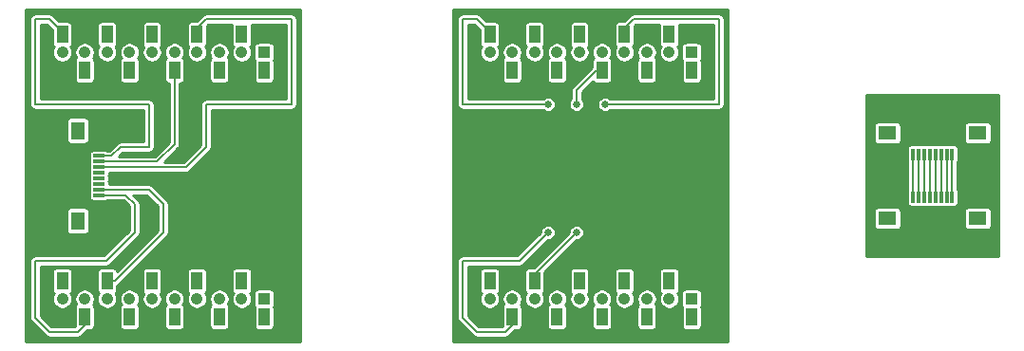
<source format=gtl>
%TF.GenerationSoftware,KiCad,Pcbnew,(5.1.9)-1*%
%TF.CreationDate,2021-03-01T18:45:07-05:00*%
%TF.ProjectId,multicntr_filled,6d756c74-6963-46e7-9472-5f66696c6c65,A*%
%TF.SameCoordinates,Original*%
%TF.FileFunction,Copper,L1,Top*%
%TF.FilePolarity,Positive*%
%FSLAX46Y46*%
G04 Gerber Fmt 4.6, Leading zero omitted, Abs format (unit mm)*
G04 Created by KiCad (PCBNEW (5.1.9)-1) date 2021-03-01 18:45:07*
%MOMM*%
%LPD*%
G01*
G04 APERTURE LIST*
%TA.AperFunction,SMDPad,CuDef*%
%ADD10R,1.300000X1.650000*%
%TD*%
%TA.AperFunction,SMDPad,CuDef*%
%ADD11R,1.000000X0.300000*%
%TD*%
%TA.AperFunction,SMDPad,CuDef*%
%ADD12R,1.650000X1.300000*%
%TD*%
%TA.AperFunction,SMDPad,CuDef*%
%ADD13R,0.300000X1.000000*%
%TD*%
%TA.AperFunction,SMDPad,CuDef*%
%ADD14C,1.050000*%
%TD*%
%TA.AperFunction,SMDPad,CuDef*%
%ADD15R,1.000000X1.600000*%
%TD*%
%TA.AperFunction,ComponentPad*%
%ADD16C,1.050000*%
%TD*%
%TA.AperFunction,ComponentPad*%
%ADD17R,1.050000X1.050000*%
%TD*%
%TA.AperFunction,ViaPad*%
%ADD18C,0.635000*%
%TD*%
%TA.AperFunction,Conductor*%
%ADD19C,0.203200*%
%TD*%
%TA.AperFunction,NonConductor*%
%ADD20C,0.254000*%
%TD*%
%TA.AperFunction,NonConductor*%
%ADD21C,0.150000*%
%TD*%
G04 APERTURE END LIST*
D10*
%TO.P,J1,MP2*%
%TO.N,N/C*%
X131381000Y-101025920D03*
%TO.P,J1,MP1*%
X131381000Y-92975920D03*
D11*
%TO.P,J1,8*%
%TO.N,Net-(J1-Pad8)*%
X133281000Y-98750920D03*
%TO.P,J1,7*%
%TO.N,Net-(J1-Pad7)*%
X133281000Y-98250920D03*
%TO.P,J1,6*%
%TO.N,Net-(J1-Pad6)*%
X133281000Y-97750920D03*
%TO.P,J1,5*%
%TO.N,Net-(J1-Pad5)*%
X133281000Y-97250920D03*
%TO.P,J1,4*%
%TO.N,Net-(J1-Pad4)*%
X133281000Y-96750920D03*
%TO.P,J1,3*%
%TO.N,Net-(J1-Pad3)*%
X133281000Y-96250920D03*
%TO.P,J1,2*%
%TO.N,Net-(J1-Pad2)*%
X133281000Y-95750920D03*
%TO.P,J1,1*%
%TO.N,Net-(J1-Pad1)*%
X133281000Y-95250920D03*
%TD*%
D12*
%TO.P,J3,MP2*%
%TO.N,N/C*%
X211606000Y-100810920D03*
%TO.P,J3,MP1*%
X203556000Y-100810920D03*
D13*
%TO.P,J3,8*%
%TO.N,Net-(J3-Pad8)*%
X209331000Y-98910920D03*
%TO.P,J3,7*%
%TO.N,Net-(J3-Pad7)*%
X208831000Y-98910920D03*
%TO.P,J3,6*%
%TO.N,Net-(J3-Pad6)*%
X208331000Y-98910920D03*
%TO.P,J3,5*%
%TO.N,Net-(J3-Pad5)*%
X207831000Y-98910920D03*
%TO.P,J3,4*%
%TO.N,Net-(J3-Pad4)*%
X207331000Y-98910920D03*
%TO.P,J3,3*%
%TO.N,Net-(J3-Pad3)*%
X206831000Y-98910920D03*
%TO.P,J3,2*%
%TO.N,Net-(J3-Pad2)*%
X206331000Y-98910920D03*
%TO.P,J3,1*%
%TO.N,Net-(J3-Pad1)*%
X205831000Y-98910920D03*
%TD*%
D12*
%TO.P,J4,MP2*%
%TO.N,N/C*%
X203556000Y-93190920D03*
%TO.P,J4,MP1*%
X211606000Y-93190920D03*
D13*
%TO.P,J4,8*%
%TO.N,Net-(J3-Pad1)*%
X205831000Y-95090920D03*
%TO.P,J4,7*%
%TO.N,Net-(J3-Pad2)*%
X206331000Y-95090920D03*
%TO.P,J4,6*%
%TO.N,Net-(J3-Pad3)*%
X206831000Y-95090920D03*
%TO.P,J4,5*%
%TO.N,Net-(J3-Pad4)*%
X207331000Y-95090920D03*
%TO.P,J4,4*%
%TO.N,Net-(J3-Pad5)*%
X207831000Y-95090920D03*
%TO.P,J4,3*%
%TO.N,Net-(J3-Pad6)*%
X208331000Y-95090920D03*
%TO.P,J4,2*%
%TO.N,Net-(J3-Pad7)*%
X208831000Y-95090920D03*
%TO.P,J4,1*%
%TO.N,Net-(J3-Pad8)*%
X209331000Y-95090920D03*
%TD*%
D14*
%TO.P,P2,10*%
%TO.N,N/C*%
X168101000Y-108000920D03*
%TO.P,P2,9*%
X170101000Y-108000920D03*
%TO.P,P2,8*%
X172101000Y-108000920D03*
%TO.P,P2,7*%
X174101000Y-108000920D03*
%TO.P,P2,6*%
X176101000Y-108000920D03*
%TO.P,P2,5*%
X178101000Y-108000920D03*
%TO.P,P2,4*%
X180101000Y-108000920D03*
%TO.P,P2,3*%
X182101000Y-108000920D03*
%TO.P,P2,2*%
X184101000Y-108000920D03*
%TO.P,P2,1*%
X186101000Y-108000920D03*
D15*
%TO.P,P2,10*%
X168101000Y-106400920D03*
%TO.P,P2,9*%
X170101000Y-109600920D03*
%TO.P,P2,8*%
X172101000Y-106400920D03*
%TO.P,P2,7*%
X174101000Y-109600920D03*
%TO.P,P2,6*%
X176101000Y-106400920D03*
%TO.P,P2,5*%
X178101000Y-109600920D03*
%TO.P,P2,4*%
X180101000Y-106400920D03*
%TO.P,P2,3*%
X182101000Y-109600920D03*
%TO.P,P2,2*%
X184101000Y-106400920D03*
%TO.P,P2,1*%
X186101000Y-109600920D03*
D16*
%TO.P,P2,5*%
X178101000Y-108000920D03*
%TO.P,P2,6*%
X176101000Y-108000920D03*
%TO.P,P2,7*%
X174101000Y-108000920D03*
%TO.P,P2,4*%
X180101000Y-108000920D03*
%TO.P,P2,3*%
X182101000Y-108000920D03*
%TO.P,P2,9*%
X170101000Y-108000920D03*
%TO.P,P2,8*%
X172101000Y-108000920D03*
D17*
%TO.P,P2,1*%
X186101000Y-108000920D03*
D16*
%TO.P,P2,2*%
X184101000Y-108000920D03*
%TO.P,P2,10*%
X168101000Y-108000920D03*
%TD*%
D14*
%TO.P,P1,10*%
%TO.N,N/C*%
X168101000Y-86000920D03*
%TO.P,P1,9*%
X170101000Y-86000920D03*
%TO.P,P1,8*%
X172101000Y-86000920D03*
%TO.P,P1,7*%
X174101000Y-86000920D03*
%TO.P,P1,6*%
X176101000Y-86000920D03*
%TO.P,P1,5*%
X178101000Y-86000920D03*
%TO.P,P1,4*%
X180101000Y-86000920D03*
%TO.P,P1,3*%
X182101000Y-86000920D03*
%TO.P,P1,2*%
X184101000Y-86000920D03*
%TO.P,P1,1*%
X186101000Y-86000920D03*
D15*
%TO.P,P1,10*%
X168101000Y-84400920D03*
%TO.P,P1,9*%
X170101000Y-87600920D03*
%TO.P,P1,8*%
X172101000Y-84400920D03*
%TO.P,P1,7*%
X174101000Y-87600920D03*
%TO.P,P1,6*%
X176101000Y-84400920D03*
%TO.P,P1,5*%
X178101000Y-87600920D03*
%TO.P,P1,4*%
X180101000Y-84400920D03*
%TO.P,P1,3*%
X182101000Y-87600920D03*
%TO.P,P1,2*%
X184101000Y-84400920D03*
%TO.P,P1,1*%
X186101000Y-87600920D03*
D16*
%TO.P,P1,5*%
X178101000Y-86000920D03*
%TO.P,P1,6*%
X176101000Y-86000920D03*
%TO.P,P1,7*%
X174101000Y-86000920D03*
%TO.P,P1,4*%
X180101000Y-86000920D03*
%TO.P,P1,3*%
X182101000Y-86000920D03*
%TO.P,P1,9*%
X170101000Y-86000920D03*
%TO.P,P1,8*%
X172101000Y-86000920D03*
D17*
%TO.P,P1,1*%
X186101000Y-86000920D03*
D16*
%TO.P,P1,2*%
X184101000Y-86000920D03*
%TO.P,P1,10*%
X168101000Y-86000920D03*
%TD*%
%TO.P,P1,10*%
%TO.N,Net-(J1-Pad1)*%
X130001000Y-86000920D03*
%TO.P,P1,2*%
%TO.N,Net-(P1-Pad2)*%
X146001000Y-86000920D03*
D17*
%TO.P,P1,1*%
%TO.N,Net-(P1-Pad1)*%
X148001000Y-86000920D03*
D16*
%TO.P,P1,8*%
%TO.N,Net-(P1-Pad8)*%
X134001000Y-86000920D03*
%TO.P,P1,9*%
%TO.N,Net-(P1-Pad9)*%
X132001000Y-86000920D03*
%TO.P,P1,3*%
%TO.N,Net-(P1-Pad3)*%
X144001000Y-86000920D03*
%TO.P,P1,4*%
%TO.N,Net-(J1-Pad3)*%
X142001000Y-86000920D03*
%TO.P,P1,7*%
%TO.N,Net-(P1-Pad7)*%
X136001000Y-86000920D03*
%TO.P,P1,6*%
%TO.N,Net-(P1-Pad6)*%
X138001000Y-86000920D03*
%TO.P,P1,5*%
%TO.N,Net-(J1-Pad2)*%
X140001000Y-86000920D03*
D15*
%TO.P,P1,1*%
%TO.N,Net-(P1-Pad1)*%
X148001000Y-87600920D03*
%TO.P,P1,2*%
%TO.N,Net-(P1-Pad2)*%
X146001000Y-84400920D03*
%TO.P,P1,3*%
%TO.N,Net-(P1-Pad3)*%
X144001000Y-87600920D03*
%TO.P,P1,4*%
%TO.N,Net-(J1-Pad3)*%
X142001000Y-84400920D03*
%TO.P,P1,5*%
%TO.N,Net-(J1-Pad2)*%
X140001000Y-87600920D03*
%TO.P,P1,6*%
%TO.N,Net-(P1-Pad6)*%
X138001000Y-84400920D03*
%TO.P,P1,7*%
%TO.N,Net-(P1-Pad7)*%
X136001000Y-87600920D03*
%TO.P,P1,8*%
%TO.N,Net-(P1-Pad8)*%
X134001000Y-84400920D03*
%TO.P,P1,9*%
%TO.N,Net-(P1-Pad9)*%
X132001000Y-87600920D03*
%TO.P,P1,10*%
%TO.N,Net-(J1-Pad1)*%
X130001000Y-84400920D03*
D14*
%TO.P,P1,1*%
%TO.N,Net-(P1-Pad1)*%
X148001000Y-86000920D03*
%TO.P,P1,2*%
%TO.N,Net-(P1-Pad2)*%
X146001000Y-86000920D03*
%TO.P,P1,3*%
%TO.N,Net-(P1-Pad3)*%
X144001000Y-86000920D03*
%TO.P,P1,4*%
%TO.N,Net-(J1-Pad3)*%
X142001000Y-86000920D03*
%TO.P,P1,5*%
%TO.N,Net-(J1-Pad2)*%
X140001000Y-86000920D03*
%TO.P,P1,6*%
%TO.N,Net-(P1-Pad6)*%
X138001000Y-86000920D03*
%TO.P,P1,7*%
%TO.N,Net-(P1-Pad7)*%
X136001000Y-86000920D03*
%TO.P,P1,8*%
%TO.N,Net-(P1-Pad8)*%
X134001000Y-86000920D03*
%TO.P,P1,9*%
%TO.N,Net-(P1-Pad9)*%
X132001000Y-86000920D03*
%TO.P,P1,10*%
%TO.N,Net-(J1-Pad1)*%
X130001000Y-86000920D03*
%TD*%
D16*
%TO.P,P2,10*%
%TO.N,Net-(P2-Pad10)*%
X130001000Y-108000920D03*
%TO.P,P2,2*%
%TO.N,Net-(P2-Pad2)*%
X146001000Y-108000920D03*
D17*
%TO.P,P2,1*%
%TO.N,Net-(P2-Pad1)*%
X148001000Y-108000920D03*
D16*
%TO.P,P2,8*%
%TO.N,Net-(J1-Pad7)*%
X134001000Y-108000920D03*
%TO.P,P2,9*%
%TO.N,Net-(J1-Pad8)*%
X132001000Y-108000920D03*
%TO.P,P2,3*%
%TO.N,Net-(P2-Pad3)*%
X144001000Y-108000920D03*
%TO.P,P2,4*%
%TO.N,Net-(P2-Pad4)*%
X142001000Y-108000920D03*
%TO.P,P2,7*%
%TO.N,Net-(P2-Pad7)*%
X136001000Y-108000920D03*
%TO.P,P2,6*%
%TO.N,Net-(P2-Pad6)*%
X138001000Y-108000920D03*
%TO.P,P2,5*%
%TO.N,Net-(P2-Pad5)*%
X140001000Y-108000920D03*
D15*
%TO.P,P2,1*%
%TO.N,Net-(P2-Pad1)*%
X148001000Y-109600920D03*
%TO.P,P2,2*%
%TO.N,Net-(P2-Pad2)*%
X146001000Y-106400920D03*
%TO.P,P2,3*%
%TO.N,Net-(P2-Pad3)*%
X144001000Y-109600920D03*
%TO.P,P2,4*%
%TO.N,Net-(P2-Pad4)*%
X142001000Y-106400920D03*
%TO.P,P2,5*%
%TO.N,Net-(P2-Pad5)*%
X140001000Y-109600920D03*
%TO.P,P2,6*%
%TO.N,Net-(P2-Pad6)*%
X138001000Y-106400920D03*
%TO.P,P2,7*%
%TO.N,Net-(P2-Pad7)*%
X136001000Y-109600920D03*
%TO.P,P2,8*%
%TO.N,Net-(J1-Pad7)*%
X134001000Y-106400920D03*
%TO.P,P2,9*%
%TO.N,Net-(J1-Pad8)*%
X132001000Y-109600920D03*
%TO.P,P2,10*%
%TO.N,Net-(P2-Pad10)*%
X130001000Y-106400920D03*
D14*
%TO.P,P2,1*%
%TO.N,Net-(P2-Pad1)*%
X148001000Y-108000920D03*
%TO.P,P2,2*%
%TO.N,Net-(P2-Pad2)*%
X146001000Y-108000920D03*
%TO.P,P2,3*%
%TO.N,Net-(P2-Pad3)*%
X144001000Y-108000920D03*
%TO.P,P2,4*%
%TO.N,Net-(P2-Pad4)*%
X142001000Y-108000920D03*
%TO.P,P2,5*%
%TO.N,Net-(P2-Pad5)*%
X140001000Y-108000920D03*
%TO.P,P2,6*%
%TO.N,Net-(P2-Pad6)*%
X138001000Y-108000920D03*
%TO.P,P2,7*%
%TO.N,Net-(P2-Pad7)*%
X136001000Y-108000920D03*
%TO.P,P2,8*%
%TO.N,Net-(J1-Pad7)*%
X134001000Y-108000920D03*
%TO.P,P2,9*%
%TO.N,Net-(J1-Pad8)*%
X132001000Y-108000920D03*
%TO.P,P2,10*%
%TO.N,Net-(P2-Pad10)*%
X130001000Y-108000920D03*
%TD*%
D18*
%TO.N,*%
X178371000Y-90650920D03*
X175831000Y-90650920D03*
X175831000Y-102080920D03*
X173291000Y-90650920D03*
X173291000Y-102080920D03*
%TD*%
D19*
%TO.N,*%
X172101000Y-106400920D02*
X172101000Y-105810920D01*
X172101000Y-105810920D02*
X175831000Y-102080920D01*
X178101000Y-87600920D02*
X177611000Y-87600920D01*
X177611000Y-87600920D02*
X175831000Y-89380920D01*
X175831000Y-89380920D02*
X175831000Y-90650920D01*
X178371000Y-90650920D02*
X178371000Y-90650920D01*
X175831000Y-90650920D02*
X175831000Y-90650920D01*
X173291000Y-90650920D02*
X173291000Y-90650920D01*
X173291000Y-102080920D02*
X173291000Y-102080920D01*
X175831000Y-102080920D02*
X175831000Y-102080920D01*
X173291000Y-90650920D02*
X173291000Y-90650920D01*
X173291000Y-102080920D02*
X173291000Y-102080920D01*
X180101000Y-84400920D02*
X180101000Y-83840920D01*
X180101000Y-83840920D02*
X180911000Y-83030920D01*
X180911000Y-83030920D02*
X188531000Y-83030920D01*
X188531000Y-83030920D02*
X188531000Y-90650920D01*
X188531000Y-90650920D02*
X178371000Y-90650920D01*
X172021000Y-90650920D02*
X173291000Y-90650920D01*
X165671000Y-90650920D02*
X172021000Y-90650920D01*
X165671000Y-83030920D02*
X165671000Y-90650920D01*
X166941000Y-83030920D02*
X165671000Y-83030920D01*
X168101000Y-84190920D02*
X166941000Y-83030920D01*
X168101000Y-84400920D02*
X168101000Y-84190920D01*
X165671000Y-109700920D02*
X165671000Y-104620920D01*
X166941000Y-110970920D02*
X165671000Y-109700920D01*
X165671000Y-104620920D02*
X170751000Y-104620920D01*
X169481000Y-110970920D02*
X166941000Y-110970920D01*
X170751000Y-104620920D02*
X173291000Y-102080920D01*
X170101000Y-110350920D02*
X169481000Y-110970920D01*
X170101000Y-109600920D02*
X170101000Y-110350920D01*
%TO.N,Net-(J1-Pad1)*%
X130001000Y-84400920D02*
X130001000Y-84190920D01*
X130001000Y-84190920D02*
X128841000Y-83030920D01*
X128841000Y-83030920D02*
X127571000Y-83030920D01*
X127571000Y-83030920D02*
X127571000Y-90650920D01*
X127571000Y-90650920D02*
X137731000Y-90650920D01*
X137731000Y-90650920D02*
X137731000Y-94460920D01*
X134401000Y-95250920D02*
X133231000Y-95250920D01*
X137731000Y-94460920D02*
X135191000Y-94460920D01*
X135191000Y-94460920D02*
X134401000Y-95250920D01*
%TO.N,Net-(J1-Pad2)*%
X140001000Y-87600920D02*
X140001000Y-94190920D01*
X138441000Y-95750920D02*
X133231000Y-95750920D01*
X140001000Y-94190920D02*
X138441000Y-95750920D01*
%TO.N,Net-(J1-Pad3)*%
X142001000Y-84400920D02*
X142001000Y-83840920D01*
X150431000Y-83030920D02*
X150431000Y-90650920D01*
X142001000Y-83840920D02*
X142811000Y-83030920D01*
X142811000Y-83030920D02*
X146538202Y-83030920D01*
X141021000Y-96250920D02*
X133231000Y-96250920D01*
X146538202Y-83030920D02*
X150431000Y-83030920D01*
X142811000Y-94460920D02*
X141021000Y-96250920D01*
X150431000Y-90650920D02*
X142811000Y-90650920D01*
X142811000Y-90650920D02*
X142811000Y-94460920D01*
%TO.N,Net-(J1-Pad7)*%
X137711000Y-98250920D02*
X133231000Y-98250920D01*
X134001000Y-106400920D02*
X134681000Y-106400920D01*
X139001000Y-102080920D02*
X139001000Y-99540920D01*
X139001000Y-99540920D02*
X137711000Y-98250920D01*
X134681000Y-106400920D02*
X139001000Y-102080920D01*
%TO.N,Net-(J1-Pad8)*%
X136461000Y-99540920D02*
X135671000Y-98750920D01*
X136461000Y-102080920D02*
X136461000Y-99540920D01*
X133921000Y-104620920D02*
X136461000Y-102080920D01*
X127571000Y-109700920D02*
X127571000Y-104620920D01*
X127571000Y-104620920D02*
X133921000Y-104620920D01*
X128841000Y-110970920D02*
X127571000Y-109700920D01*
X131381000Y-110970920D02*
X128841000Y-110970920D01*
X132001000Y-110350920D02*
X131381000Y-110970920D01*
X132001000Y-109600920D02*
X132001000Y-110350920D01*
X135671000Y-98750920D02*
X133231000Y-98750920D01*
%TO.N,Net-(J3-Pad1)*%
X205831000Y-95894120D02*
X205831000Y-98960920D01*
X205831000Y-95040920D02*
X205831000Y-95894120D01*
%TO.N,Net-(J3-Pad2)*%
X206331000Y-95040920D02*
X206331000Y-98960920D01*
%TO.N,Net-(J3-Pad3)*%
X206831000Y-95894120D02*
X206831000Y-98960920D01*
X206831000Y-95040920D02*
X206831000Y-95894120D01*
%TO.N,Net-(J3-Pad4)*%
X207331000Y-95480920D02*
X207331000Y-98960920D01*
X207331000Y-95040920D02*
X207331000Y-95480920D01*
%TO.N,Net-(J3-Pad5)*%
X207831000Y-95480920D02*
X207831000Y-98960920D01*
X207831000Y-95040920D02*
X207831000Y-95480920D01*
%TO.N,Net-(J3-Pad6)*%
X208331000Y-95894120D02*
X208331000Y-98960920D01*
X208331000Y-95040920D02*
X208331000Y-95894120D01*
%TO.N,Net-(J3-Pad7)*%
X208831000Y-95040920D02*
X208831000Y-98960920D01*
%TO.N,Net-(J3-Pad8)*%
X209331000Y-95040920D02*
X209331000Y-98960920D01*
%TD*%
D20*
X151245001Y-83008521D02*
X151245000Y-110948521D01*
X151245000Y-110948522D01*
X151245001Y-111784920D01*
X126757000Y-111784920D01*
X126757000Y-100200920D01*
X130348157Y-100200920D01*
X130348157Y-101850920D01*
X130355513Y-101925609D01*
X130377299Y-101997428D01*
X130412678Y-102063616D01*
X130460289Y-102121631D01*
X130518304Y-102169242D01*
X130584492Y-102204621D01*
X130656311Y-102226407D01*
X130731000Y-102233763D01*
X132031000Y-102233763D01*
X132105689Y-102226407D01*
X132177508Y-102204621D01*
X132243696Y-102169242D01*
X132301711Y-102121631D01*
X132349322Y-102063616D01*
X132384701Y-101997428D01*
X132406487Y-101925609D01*
X132413843Y-101850920D01*
X132413843Y-100200920D01*
X132406487Y-100126231D01*
X132384701Y-100054412D01*
X132349322Y-99988224D01*
X132301711Y-99930209D01*
X132243696Y-99882598D01*
X132177508Y-99847219D01*
X132105689Y-99825433D01*
X132031000Y-99818077D01*
X130731000Y-99818077D01*
X130656311Y-99825433D01*
X130584492Y-99847219D01*
X130518304Y-99882598D01*
X130460289Y-99930209D01*
X130412678Y-99988224D01*
X130377299Y-100054412D01*
X130355513Y-100126231D01*
X130348157Y-100200920D01*
X126757000Y-100200920D01*
X126757000Y-92150920D01*
X130348157Y-92150920D01*
X130348157Y-93800920D01*
X130355513Y-93875609D01*
X130377299Y-93947428D01*
X130412678Y-94013616D01*
X130460289Y-94071631D01*
X130518304Y-94119242D01*
X130584492Y-94154621D01*
X130656311Y-94176407D01*
X130731000Y-94183763D01*
X132031000Y-94183763D01*
X132105689Y-94176407D01*
X132177508Y-94154621D01*
X132243696Y-94119242D01*
X132301711Y-94071631D01*
X132349322Y-94013616D01*
X132384701Y-93947428D01*
X132406487Y-93875609D01*
X132413843Y-93800920D01*
X132413843Y-92150920D01*
X132406487Y-92076231D01*
X132384701Y-92004412D01*
X132349322Y-91938224D01*
X132301711Y-91880209D01*
X132243696Y-91832598D01*
X132177508Y-91797219D01*
X132105689Y-91775433D01*
X132031000Y-91768077D01*
X130731000Y-91768077D01*
X130656311Y-91775433D01*
X130584492Y-91797219D01*
X130518304Y-91832598D01*
X130460289Y-91880209D01*
X130412678Y-91938224D01*
X130377299Y-92004412D01*
X130355513Y-92076231D01*
X130348157Y-92150920D01*
X126757000Y-92150920D01*
X126757000Y-83030920D01*
X127086065Y-83030920D01*
X127088400Y-83054627D01*
X127088401Y-90627203D01*
X127086065Y-90650920D01*
X127095383Y-90745526D01*
X127122978Y-90836497D01*
X127167791Y-90920335D01*
X127228099Y-90993821D01*
X127301585Y-91054129D01*
X127385423Y-91098942D01*
X127476394Y-91126537D01*
X127547293Y-91133520D01*
X127571000Y-91135855D01*
X127594707Y-91133520D01*
X137248400Y-91133520D01*
X137248401Y-93978320D01*
X135214707Y-93978320D01*
X135191000Y-93975985D01*
X135096393Y-93985303D01*
X135030326Y-94005344D01*
X135005423Y-94012898D01*
X134921585Y-94057711D01*
X134848099Y-94118019D01*
X134832987Y-94136433D01*
X134201101Y-94768320D01*
X133966984Y-94768320D01*
X133927508Y-94747219D01*
X133855689Y-94725433D01*
X133781000Y-94718077D01*
X132781000Y-94718077D01*
X132706311Y-94725433D01*
X132634492Y-94747219D01*
X132568304Y-94782598D01*
X132510289Y-94830209D01*
X132462678Y-94888224D01*
X132427299Y-94954412D01*
X132405513Y-95026231D01*
X132398157Y-95100920D01*
X132398157Y-95400920D01*
X132405513Y-95475609D01*
X132413191Y-95500920D01*
X132405513Y-95526231D01*
X132398157Y-95600920D01*
X132398157Y-95900920D01*
X132405513Y-95975609D01*
X132413191Y-96000920D01*
X132405513Y-96026231D01*
X132398157Y-96100920D01*
X132398157Y-96400920D01*
X132405513Y-96475609D01*
X132413191Y-96500920D01*
X132405513Y-96526231D01*
X132398157Y-96600920D01*
X132398157Y-96900920D01*
X132405513Y-96975609D01*
X132413191Y-97000920D01*
X132405513Y-97026231D01*
X132398157Y-97100920D01*
X132398157Y-97400920D01*
X132405513Y-97475609D01*
X132413191Y-97500920D01*
X132405513Y-97526231D01*
X132398157Y-97600920D01*
X132398157Y-97900920D01*
X132405513Y-97975609D01*
X132413191Y-98000920D01*
X132405513Y-98026231D01*
X132398157Y-98100920D01*
X132398157Y-98400920D01*
X132405513Y-98475609D01*
X132413191Y-98500920D01*
X132405513Y-98526231D01*
X132398157Y-98600920D01*
X132398157Y-98900920D01*
X132405513Y-98975609D01*
X132427299Y-99047428D01*
X132462678Y-99113616D01*
X132510289Y-99171631D01*
X132568304Y-99219242D01*
X132634492Y-99254621D01*
X132706311Y-99276407D01*
X132781000Y-99283763D01*
X133781000Y-99283763D01*
X133855689Y-99276407D01*
X133927508Y-99254621D01*
X133966984Y-99233520D01*
X135471101Y-99233520D01*
X135978401Y-99740821D01*
X135978400Y-101881021D01*
X133721101Y-104138320D01*
X127594707Y-104138320D01*
X127571000Y-104135985D01*
X127547293Y-104138320D01*
X127476394Y-104145303D01*
X127385423Y-104172898D01*
X127301585Y-104217711D01*
X127228099Y-104278019D01*
X127167791Y-104351505D01*
X127122978Y-104435343D01*
X127095383Y-104526314D01*
X127086065Y-104620920D01*
X127088401Y-104644637D01*
X127088400Y-109677215D01*
X127086065Y-109700920D01*
X127088400Y-109724625D01*
X127088400Y-109724626D01*
X127095383Y-109795525D01*
X127122978Y-109886496D01*
X127167791Y-109970335D01*
X127228099Y-110043821D01*
X127246518Y-110058937D01*
X128482983Y-111295402D01*
X128498099Y-111313821D01*
X128571585Y-111374129D01*
X128655423Y-111418942D01*
X128746394Y-111446537D01*
X128817293Y-111453520D01*
X128817294Y-111453520D01*
X128840999Y-111455855D01*
X128864704Y-111453520D01*
X131357295Y-111453520D01*
X131381000Y-111455855D01*
X131404705Y-111453520D01*
X131404707Y-111453520D01*
X131475606Y-111446537D01*
X131566577Y-111418942D01*
X131650415Y-111374129D01*
X131723901Y-111313821D01*
X131739017Y-111295402D01*
X132250656Y-110783763D01*
X132501000Y-110783763D01*
X132575689Y-110776407D01*
X132647508Y-110754621D01*
X132713696Y-110719242D01*
X132771711Y-110671631D01*
X132819322Y-110613616D01*
X132854701Y-110547428D01*
X132876487Y-110475609D01*
X132883843Y-110400920D01*
X132883843Y-108800920D01*
X132876487Y-108726231D01*
X132854701Y-108654412D01*
X132819322Y-108588224D01*
X132771711Y-108530209D01*
X132749278Y-108511799D01*
X132803887Y-108430072D01*
X132872183Y-108265191D01*
X132907000Y-108090153D01*
X132907000Y-107911687D01*
X132872183Y-107736649D01*
X132803887Y-107571768D01*
X132704736Y-107423379D01*
X132578541Y-107297184D01*
X132430152Y-107198033D01*
X132265271Y-107129737D01*
X132090233Y-107094920D01*
X131911767Y-107094920D01*
X131736729Y-107129737D01*
X131571848Y-107198033D01*
X131423459Y-107297184D01*
X131297264Y-107423379D01*
X131198113Y-107571768D01*
X131129817Y-107736649D01*
X131095000Y-107911687D01*
X131095000Y-108090153D01*
X131129817Y-108265191D01*
X131198113Y-108430072D01*
X131252722Y-108511799D01*
X131230289Y-108530209D01*
X131182678Y-108588224D01*
X131147299Y-108654412D01*
X131125513Y-108726231D01*
X131118157Y-108800920D01*
X131118157Y-110400920D01*
X131125513Y-110475609D01*
X131129369Y-110488320D01*
X129040899Y-110488320D01*
X128053600Y-109501021D01*
X128053600Y-107911687D01*
X129095000Y-107911687D01*
X129095000Y-108090153D01*
X129129817Y-108265191D01*
X129198113Y-108430072D01*
X129297264Y-108578461D01*
X129423459Y-108704656D01*
X129571848Y-108803807D01*
X129736729Y-108872103D01*
X129911767Y-108906920D01*
X130090233Y-108906920D01*
X130265271Y-108872103D01*
X130430152Y-108803807D01*
X130578541Y-108704656D01*
X130704736Y-108578461D01*
X130803887Y-108430072D01*
X130872183Y-108265191D01*
X130907000Y-108090153D01*
X130907000Y-107911687D01*
X130872183Y-107736649D01*
X130803887Y-107571768D01*
X130749278Y-107490041D01*
X130771711Y-107471631D01*
X130819322Y-107413616D01*
X130854701Y-107347428D01*
X130876487Y-107275609D01*
X130883843Y-107200920D01*
X130883843Y-105600920D01*
X130876487Y-105526231D01*
X130854701Y-105454412D01*
X130819322Y-105388224D01*
X130771711Y-105330209D01*
X130713696Y-105282598D01*
X130647508Y-105247219D01*
X130575689Y-105225433D01*
X130501000Y-105218077D01*
X129501000Y-105218077D01*
X129426311Y-105225433D01*
X129354492Y-105247219D01*
X129288304Y-105282598D01*
X129230289Y-105330209D01*
X129182678Y-105388224D01*
X129147299Y-105454412D01*
X129125513Y-105526231D01*
X129118157Y-105600920D01*
X129118157Y-107200920D01*
X129125513Y-107275609D01*
X129147299Y-107347428D01*
X129182678Y-107413616D01*
X129230289Y-107471631D01*
X129252722Y-107490041D01*
X129198113Y-107571768D01*
X129129817Y-107736649D01*
X129095000Y-107911687D01*
X128053600Y-107911687D01*
X128053600Y-105103520D01*
X133897295Y-105103520D01*
X133921000Y-105105855D01*
X133944705Y-105103520D01*
X133944707Y-105103520D01*
X134015606Y-105096537D01*
X134106577Y-105068942D01*
X134190415Y-105024129D01*
X134263901Y-104963821D01*
X134279017Y-104945402D01*
X136785482Y-102438937D01*
X136803901Y-102423821D01*
X136864209Y-102350335D01*
X136909022Y-102266497D01*
X136936617Y-102175526D01*
X136943600Y-102104627D01*
X136943600Y-102104618D01*
X136945934Y-102080921D01*
X136943600Y-102057224D01*
X136943600Y-99564627D01*
X136945935Y-99540920D01*
X136936617Y-99446313D01*
X136909022Y-99355343D01*
X136864208Y-99271504D01*
X136819013Y-99216433D01*
X136819012Y-99216432D01*
X136803901Y-99198019D01*
X136785487Y-99182907D01*
X136336099Y-98733520D01*
X137511101Y-98733520D01*
X138518401Y-99740820D01*
X138518400Y-101881020D01*
X134875720Y-105523701D01*
X134854701Y-105454412D01*
X134819322Y-105388224D01*
X134771711Y-105330209D01*
X134713696Y-105282598D01*
X134647508Y-105247219D01*
X134575689Y-105225433D01*
X134501000Y-105218077D01*
X133501000Y-105218077D01*
X133426311Y-105225433D01*
X133354492Y-105247219D01*
X133288304Y-105282598D01*
X133230289Y-105330209D01*
X133182678Y-105388224D01*
X133147299Y-105454412D01*
X133125513Y-105526231D01*
X133118157Y-105600920D01*
X133118157Y-107200920D01*
X133125513Y-107275609D01*
X133147299Y-107347428D01*
X133182678Y-107413616D01*
X133230289Y-107471631D01*
X133252722Y-107490041D01*
X133198113Y-107571768D01*
X133129817Y-107736649D01*
X133095000Y-107911687D01*
X133095000Y-108090153D01*
X133129817Y-108265191D01*
X133198113Y-108430072D01*
X133297264Y-108578461D01*
X133423459Y-108704656D01*
X133571848Y-108803807D01*
X133736729Y-108872103D01*
X133911767Y-108906920D01*
X134090233Y-108906920D01*
X134265271Y-108872103D01*
X134430152Y-108803807D01*
X134578541Y-108704656D01*
X134704736Y-108578461D01*
X134803887Y-108430072D01*
X134872183Y-108265191D01*
X134907000Y-108090153D01*
X134907000Y-107911687D01*
X135095000Y-107911687D01*
X135095000Y-108090153D01*
X135129817Y-108265191D01*
X135198113Y-108430072D01*
X135252722Y-108511799D01*
X135230289Y-108530209D01*
X135182678Y-108588224D01*
X135147299Y-108654412D01*
X135125513Y-108726231D01*
X135118157Y-108800920D01*
X135118157Y-110400920D01*
X135125513Y-110475609D01*
X135147299Y-110547428D01*
X135182678Y-110613616D01*
X135230289Y-110671631D01*
X135288304Y-110719242D01*
X135354492Y-110754621D01*
X135426311Y-110776407D01*
X135501000Y-110783763D01*
X136501000Y-110783763D01*
X136575689Y-110776407D01*
X136647508Y-110754621D01*
X136713696Y-110719242D01*
X136771711Y-110671631D01*
X136819322Y-110613616D01*
X136854701Y-110547428D01*
X136876487Y-110475609D01*
X136883843Y-110400920D01*
X136883843Y-108800920D01*
X136876487Y-108726231D01*
X136854701Y-108654412D01*
X136819322Y-108588224D01*
X136771711Y-108530209D01*
X136749278Y-108511799D01*
X136803887Y-108430072D01*
X136872183Y-108265191D01*
X136907000Y-108090153D01*
X136907000Y-107911687D01*
X137095000Y-107911687D01*
X137095000Y-108090153D01*
X137129817Y-108265191D01*
X137198113Y-108430072D01*
X137297264Y-108578461D01*
X137423459Y-108704656D01*
X137571848Y-108803807D01*
X137736729Y-108872103D01*
X137911767Y-108906920D01*
X138090233Y-108906920D01*
X138265271Y-108872103D01*
X138430152Y-108803807D01*
X138578541Y-108704656D01*
X138704736Y-108578461D01*
X138803887Y-108430072D01*
X138872183Y-108265191D01*
X138907000Y-108090153D01*
X138907000Y-107911687D01*
X139095000Y-107911687D01*
X139095000Y-108090153D01*
X139129817Y-108265191D01*
X139198113Y-108430072D01*
X139252722Y-108511799D01*
X139230289Y-108530209D01*
X139182678Y-108588224D01*
X139147299Y-108654412D01*
X139125513Y-108726231D01*
X139118157Y-108800920D01*
X139118157Y-110400920D01*
X139125513Y-110475609D01*
X139147299Y-110547428D01*
X139182678Y-110613616D01*
X139230289Y-110671631D01*
X139288304Y-110719242D01*
X139354492Y-110754621D01*
X139426311Y-110776407D01*
X139501000Y-110783763D01*
X140501000Y-110783763D01*
X140575689Y-110776407D01*
X140647508Y-110754621D01*
X140713696Y-110719242D01*
X140771711Y-110671631D01*
X140819322Y-110613616D01*
X140854701Y-110547428D01*
X140876487Y-110475609D01*
X140883843Y-110400920D01*
X140883843Y-108800920D01*
X140876487Y-108726231D01*
X140854701Y-108654412D01*
X140819322Y-108588224D01*
X140771711Y-108530209D01*
X140749278Y-108511799D01*
X140803887Y-108430072D01*
X140872183Y-108265191D01*
X140907000Y-108090153D01*
X140907000Y-107911687D01*
X141095000Y-107911687D01*
X141095000Y-108090153D01*
X141129817Y-108265191D01*
X141198113Y-108430072D01*
X141297264Y-108578461D01*
X141423459Y-108704656D01*
X141571848Y-108803807D01*
X141736729Y-108872103D01*
X141911767Y-108906920D01*
X142090233Y-108906920D01*
X142265271Y-108872103D01*
X142430152Y-108803807D01*
X142578541Y-108704656D01*
X142704736Y-108578461D01*
X142803887Y-108430072D01*
X142872183Y-108265191D01*
X142907000Y-108090153D01*
X142907000Y-107911687D01*
X143095000Y-107911687D01*
X143095000Y-108090153D01*
X143129817Y-108265191D01*
X143198113Y-108430072D01*
X143252722Y-108511799D01*
X143230289Y-108530209D01*
X143182678Y-108588224D01*
X143147299Y-108654412D01*
X143125513Y-108726231D01*
X143118157Y-108800920D01*
X143118157Y-110400920D01*
X143125513Y-110475609D01*
X143147299Y-110547428D01*
X143182678Y-110613616D01*
X143230289Y-110671631D01*
X143288304Y-110719242D01*
X143354492Y-110754621D01*
X143426311Y-110776407D01*
X143501000Y-110783763D01*
X144501000Y-110783763D01*
X144575689Y-110776407D01*
X144647508Y-110754621D01*
X144713696Y-110719242D01*
X144771711Y-110671631D01*
X144819322Y-110613616D01*
X144854701Y-110547428D01*
X144876487Y-110475609D01*
X144883843Y-110400920D01*
X144883843Y-108800920D01*
X144876487Y-108726231D01*
X144854701Y-108654412D01*
X144819322Y-108588224D01*
X144771711Y-108530209D01*
X144749278Y-108511799D01*
X144803887Y-108430072D01*
X144872183Y-108265191D01*
X144907000Y-108090153D01*
X144907000Y-107911687D01*
X145095000Y-107911687D01*
X145095000Y-108090153D01*
X145129817Y-108265191D01*
X145198113Y-108430072D01*
X145297264Y-108578461D01*
X145423459Y-108704656D01*
X145571848Y-108803807D01*
X145736729Y-108872103D01*
X145911767Y-108906920D01*
X146090233Y-108906920D01*
X146265271Y-108872103D01*
X146430152Y-108803807D01*
X146578541Y-108704656D01*
X146704736Y-108578461D01*
X146803887Y-108430072D01*
X146872183Y-108265191D01*
X146907000Y-108090153D01*
X146907000Y-107911687D01*
X146872183Y-107736649D01*
X146803887Y-107571768D01*
X146749278Y-107490041D01*
X146766484Y-107475920D01*
X147093157Y-107475920D01*
X147093157Y-108525920D01*
X147100513Y-108600609D01*
X147122299Y-108672428D01*
X147134761Y-108695743D01*
X147125513Y-108726231D01*
X147118157Y-108800920D01*
X147118157Y-110400920D01*
X147125513Y-110475609D01*
X147147299Y-110547428D01*
X147182678Y-110613616D01*
X147230289Y-110671631D01*
X147288304Y-110719242D01*
X147354492Y-110754621D01*
X147426311Y-110776407D01*
X147501000Y-110783763D01*
X148501000Y-110783763D01*
X148575689Y-110776407D01*
X148647508Y-110754621D01*
X148713696Y-110719242D01*
X148771711Y-110671631D01*
X148819322Y-110613616D01*
X148854701Y-110547428D01*
X148876487Y-110475609D01*
X148883843Y-110400920D01*
X148883843Y-108800920D01*
X148876487Y-108726231D01*
X148867239Y-108695743D01*
X148879701Y-108672428D01*
X148901487Y-108600609D01*
X148908843Y-108525920D01*
X148908843Y-107475920D01*
X148901487Y-107401231D01*
X148879701Y-107329412D01*
X148844322Y-107263224D01*
X148796711Y-107205209D01*
X148738696Y-107157598D01*
X148672508Y-107122219D01*
X148600689Y-107100433D01*
X148526000Y-107093077D01*
X147476000Y-107093077D01*
X147401311Y-107100433D01*
X147329492Y-107122219D01*
X147263304Y-107157598D01*
X147205289Y-107205209D01*
X147157678Y-107263224D01*
X147122299Y-107329412D01*
X147100513Y-107401231D01*
X147093157Y-107475920D01*
X146766484Y-107475920D01*
X146771711Y-107471631D01*
X146819322Y-107413616D01*
X146854701Y-107347428D01*
X146876487Y-107275609D01*
X146883843Y-107200920D01*
X146883843Y-105600920D01*
X146876487Y-105526231D01*
X146854701Y-105454412D01*
X146819322Y-105388224D01*
X146771711Y-105330209D01*
X146713696Y-105282598D01*
X146647508Y-105247219D01*
X146575689Y-105225433D01*
X146501000Y-105218077D01*
X145501000Y-105218077D01*
X145426311Y-105225433D01*
X145354492Y-105247219D01*
X145288304Y-105282598D01*
X145230289Y-105330209D01*
X145182678Y-105388224D01*
X145147299Y-105454412D01*
X145125513Y-105526231D01*
X145118157Y-105600920D01*
X145118157Y-107200920D01*
X145125513Y-107275609D01*
X145147299Y-107347428D01*
X145182678Y-107413616D01*
X145230289Y-107471631D01*
X145252722Y-107490041D01*
X145198113Y-107571768D01*
X145129817Y-107736649D01*
X145095000Y-107911687D01*
X144907000Y-107911687D01*
X144872183Y-107736649D01*
X144803887Y-107571768D01*
X144704736Y-107423379D01*
X144578541Y-107297184D01*
X144430152Y-107198033D01*
X144265271Y-107129737D01*
X144090233Y-107094920D01*
X143911767Y-107094920D01*
X143736729Y-107129737D01*
X143571848Y-107198033D01*
X143423459Y-107297184D01*
X143297264Y-107423379D01*
X143198113Y-107571768D01*
X143129817Y-107736649D01*
X143095000Y-107911687D01*
X142907000Y-107911687D01*
X142872183Y-107736649D01*
X142803887Y-107571768D01*
X142749278Y-107490041D01*
X142771711Y-107471631D01*
X142819322Y-107413616D01*
X142854701Y-107347428D01*
X142876487Y-107275609D01*
X142883843Y-107200920D01*
X142883843Y-105600920D01*
X142876487Y-105526231D01*
X142854701Y-105454412D01*
X142819322Y-105388224D01*
X142771711Y-105330209D01*
X142713696Y-105282598D01*
X142647508Y-105247219D01*
X142575689Y-105225433D01*
X142501000Y-105218077D01*
X141501000Y-105218077D01*
X141426311Y-105225433D01*
X141354492Y-105247219D01*
X141288304Y-105282598D01*
X141230289Y-105330209D01*
X141182678Y-105388224D01*
X141147299Y-105454412D01*
X141125513Y-105526231D01*
X141118157Y-105600920D01*
X141118157Y-107200920D01*
X141125513Y-107275609D01*
X141147299Y-107347428D01*
X141182678Y-107413616D01*
X141230289Y-107471631D01*
X141252722Y-107490041D01*
X141198113Y-107571768D01*
X141129817Y-107736649D01*
X141095000Y-107911687D01*
X140907000Y-107911687D01*
X140872183Y-107736649D01*
X140803887Y-107571768D01*
X140704736Y-107423379D01*
X140578541Y-107297184D01*
X140430152Y-107198033D01*
X140265271Y-107129737D01*
X140090233Y-107094920D01*
X139911767Y-107094920D01*
X139736729Y-107129737D01*
X139571848Y-107198033D01*
X139423459Y-107297184D01*
X139297264Y-107423379D01*
X139198113Y-107571768D01*
X139129817Y-107736649D01*
X139095000Y-107911687D01*
X138907000Y-107911687D01*
X138872183Y-107736649D01*
X138803887Y-107571768D01*
X138749278Y-107490041D01*
X138771711Y-107471631D01*
X138819322Y-107413616D01*
X138854701Y-107347428D01*
X138876487Y-107275609D01*
X138883843Y-107200920D01*
X138883843Y-105600920D01*
X138876487Y-105526231D01*
X138854701Y-105454412D01*
X138819322Y-105388224D01*
X138771711Y-105330209D01*
X138713696Y-105282598D01*
X138647508Y-105247219D01*
X138575689Y-105225433D01*
X138501000Y-105218077D01*
X137501000Y-105218077D01*
X137426311Y-105225433D01*
X137354492Y-105247219D01*
X137288304Y-105282598D01*
X137230289Y-105330209D01*
X137182678Y-105388224D01*
X137147299Y-105454412D01*
X137125513Y-105526231D01*
X137118157Y-105600920D01*
X137118157Y-107200920D01*
X137125513Y-107275609D01*
X137147299Y-107347428D01*
X137182678Y-107413616D01*
X137230289Y-107471631D01*
X137252722Y-107490041D01*
X137198113Y-107571768D01*
X137129817Y-107736649D01*
X137095000Y-107911687D01*
X136907000Y-107911687D01*
X136872183Y-107736649D01*
X136803887Y-107571768D01*
X136704736Y-107423379D01*
X136578541Y-107297184D01*
X136430152Y-107198033D01*
X136265271Y-107129737D01*
X136090233Y-107094920D01*
X135911767Y-107094920D01*
X135736729Y-107129737D01*
X135571848Y-107198033D01*
X135423459Y-107297184D01*
X135297264Y-107423379D01*
X135198113Y-107571768D01*
X135129817Y-107736649D01*
X135095000Y-107911687D01*
X134907000Y-107911687D01*
X134872183Y-107736649D01*
X134803887Y-107571768D01*
X134749278Y-107490041D01*
X134771711Y-107471631D01*
X134819322Y-107413616D01*
X134854701Y-107347428D01*
X134876487Y-107275609D01*
X134883843Y-107200920D01*
X134883843Y-106839713D01*
X134950415Y-106804129D01*
X135023901Y-106743821D01*
X135039017Y-106725402D01*
X139325488Y-102438932D01*
X139343901Y-102423821D01*
X139404209Y-102350335D01*
X139449022Y-102266497D01*
X139449022Y-102266496D01*
X139476617Y-102175527D01*
X139485935Y-102080920D01*
X139483600Y-102057213D01*
X139483600Y-99564616D01*
X139485934Y-99540919D01*
X139483600Y-99517222D01*
X139483600Y-99517213D01*
X139476617Y-99446314D01*
X139449022Y-99355343D01*
X139404209Y-99271505D01*
X139343901Y-99198019D01*
X139325482Y-99182903D01*
X138069017Y-97926438D01*
X138053901Y-97908019D01*
X137980415Y-97847711D01*
X137896577Y-97802898D01*
X137805606Y-97775303D01*
X137734707Y-97768320D01*
X137734705Y-97768320D01*
X137711000Y-97765985D01*
X137687295Y-97768320D01*
X134163843Y-97768320D01*
X134163843Y-97600920D01*
X134156487Y-97526231D01*
X134148809Y-97500920D01*
X134156487Y-97475609D01*
X134163843Y-97400920D01*
X134163843Y-97100920D01*
X134156487Y-97026231D01*
X134148809Y-97000920D01*
X134156487Y-96975609D01*
X134163843Y-96900920D01*
X134163843Y-96733520D01*
X140997295Y-96733520D01*
X141021000Y-96735855D01*
X141044705Y-96733520D01*
X141044707Y-96733520D01*
X141115606Y-96726537D01*
X141206577Y-96698942D01*
X141290415Y-96654129D01*
X141363901Y-96593821D01*
X141379017Y-96575402D01*
X143135482Y-94818937D01*
X143153901Y-94803821D01*
X143214209Y-94730335D01*
X143259022Y-94646497D01*
X143286617Y-94555526D01*
X143293600Y-94484627D01*
X143293600Y-94484626D01*
X143295935Y-94460921D01*
X143293600Y-94437216D01*
X143293600Y-91133520D01*
X150407293Y-91133520D01*
X150431000Y-91135855D01*
X150454707Y-91133520D01*
X150525606Y-91126537D01*
X150616577Y-91098942D01*
X150700415Y-91054129D01*
X150773901Y-90993821D01*
X150834209Y-90920335D01*
X150879022Y-90836497D01*
X150906617Y-90745526D01*
X150915935Y-90650920D01*
X150913600Y-90627213D01*
X150913600Y-83054627D01*
X150915935Y-83030920D01*
X150906617Y-82936314D01*
X150879022Y-82845343D01*
X150834209Y-82761505D01*
X150773901Y-82688019D01*
X150700415Y-82627711D01*
X150616577Y-82582898D01*
X150525606Y-82555303D01*
X150454707Y-82548320D01*
X150431000Y-82545985D01*
X150407293Y-82548320D01*
X142834707Y-82548320D01*
X142811000Y-82545985D01*
X142716393Y-82555303D01*
X142658996Y-82572714D01*
X142625423Y-82582898D01*
X142541585Y-82627711D01*
X142468099Y-82688019D01*
X142452987Y-82706433D01*
X141941344Y-83218077D01*
X141501000Y-83218077D01*
X141426311Y-83225433D01*
X141354492Y-83247219D01*
X141288304Y-83282598D01*
X141230289Y-83330209D01*
X141182678Y-83388224D01*
X141147299Y-83454412D01*
X141125513Y-83526231D01*
X141118157Y-83600920D01*
X141118157Y-85200920D01*
X141125513Y-85275609D01*
X141147299Y-85347428D01*
X141182678Y-85413616D01*
X141230289Y-85471631D01*
X141252722Y-85490041D01*
X141198113Y-85571768D01*
X141129817Y-85736649D01*
X141095000Y-85911687D01*
X141095000Y-86090153D01*
X141129817Y-86265191D01*
X141198113Y-86430072D01*
X141297264Y-86578461D01*
X141423459Y-86704656D01*
X141571848Y-86803807D01*
X141736729Y-86872103D01*
X141911767Y-86906920D01*
X142090233Y-86906920D01*
X142265271Y-86872103D01*
X142430152Y-86803807D01*
X142578541Y-86704656D01*
X142704736Y-86578461D01*
X142803887Y-86430072D01*
X142872183Y-86265191D01*
X142907000Y-86090153D01*
X142907000Y-85911687D01*
X143095000Y-85911687D01*
X143095000Y-86090153D01*
X143129817Y-86265191D01*
X143198113Y-86430072D01*
X143252722Y-86511799D01*
X143230289Y-86530209D01*
X143182678Y-86588224D01*
X143147299Y-86654412D01*
X143125513Y-86726231D01*
X143118157Y-86800920D01*
X143118157Y-88400920D01*
X143125513Y-88475609D01*
X143147299Y-88547428D01*
X143182678Y-88613616D01*
X143230289Y-88671631D01*
X143288304Y-88719242D01*
X143354492Y-88754621D01*
X143426311Y-88776407D01*
X143501000Y-88783763D01*
X144501000Y-88783763D01*
X144575689Y-88776407D01*
X144647508Y-88754621D01*
X144713696Y-88719242D01*
X144771711Y-88671631D01*
X144819322Y-88613616D01*
X144854701Y-88547428D01*
X144876487Y-88475609D01*
X144883843Y-88400920D01*
X144883843Y-86800920D01*
X144876487Y-86726231D01*
X144854701Y-86654412D01*
X144819322Y-86588224D01*
X144771711Y-86530209D01*
X144749278Y-86511799D01*
X144803887Y-86430072D01*
X144872183Y-86265191D01*
X144907000Y-86090153D01*
X144907000Y-85911687D01*
X144872183Y-85736649D01*
X144803887Y-85571768D01*
X144704736Y-85423379D01*
X144578541Y-85297184D01*
X144430152Y-85198033D01*
X144265271Y-85129737D01*
X144090233Y-85094920D01*
X143911767Y-85094920D01*
X143736729Y-85129737D01*
X143571848Y-85198033D01*
X143423459Y-85297184D01*
X143297264Y-85423379D01*
X143198113Y-85571768D01*
X143129817Y-85736649D01*
X143095000Y-85911687D01*
X142907000Y-85911687D01*
X142872183Y-85736649D01*
X142803887Y-85571768D01*
X142749278Y-85490041D01*
X142771711Y-85471631D01*
X142819322Y-85413616D01*
X142854701Y-85347428D01*
X142876487Y-85275609D01*
X142883843Y-85200920D01*
X142883843Y-83640577D01*
X143010900Y-83513520D01*
X145129369Y-83513520D01*
X145125513Y-83526231D01*
X145118157Y-83600920D01*
X145118157Y-85200920D01*
X145125513Y-85275609D01*
X145147299Y-85347428D01*
X145182678Y-85413616D01*
X145230289Y-85471631D01*
X145252722Y-85490041D01*
X145198113Y-85571768D01*
X145129817Y-85736649D01*
X145095000Y-85911687D01*
X145095000Y-86090153D01*
X145129817Y-86265191D01*
X145198113Y-86430072D01*
X145297264Y-86578461D01*
X145423459Y-86704656D01*
X145571848Y-86803807D01*
X145736729Y-86872103D01*
X145911767Y-86906920D01*
X146090233Y-86906920D01*
X146265271Y-86872103D01*
X146430152Y-86803807D01*
X146578541Y-86704656D01*
X146704736Y-86578461D01*
X146803887Y-86430072D01*
X146872183Y-86265191D01*
X146907000Y-86090153D01*
X146907000Y-85911687D01*
X146872183Y-85736649D01*
X146803887Y-85571768D01*
X146749278Y-85490041D01*
X146766484Y-85475920D01*
X147093157Y-85475920D01*
X147093157Y-86525920D01*
X147100513Y-86600609D01*
X147122299Y-86672428D01*
X147134761Y-86695743D01*
X147125513Y-86726231D01*
X147118157Y-86800920D01*
X147118157Y-88400920D01*
X147125513Y-88475609D01*
X147147299Y-88547428D01*
X147182678Y-88613616D01*
X147230289Y-88671631D01*
X147288304Y-88719242D01*
X147354492Y-88754621D01*
X147426311Y-88776407D01*
X147501000Y-88783763D01*
X148501000Y-88783763D01*
X148575689Y-88776407D01*
X148647508Y-88754621D01*
X148713696Y-88719242D01*
X148771711Y-88671631D01*
X148819322Y-88613616D01*
X148854701Y-88547428D01*
X148876487Y-88475609D01*
X148883843Y-88400920D01*
X148883843Y-86800920D01*
X148876487Y-86726231D01*
X148867239Y-86695743D01*
X148879701Y-86672428D01*
X148901487Y-86600609D01*
X148908843Y-86525920D01*
X148908843Y-85475920D01*
X148901487Y-85401231D01*
X148879701Y-85329412D01*
X148844322Y-85263224D01*
X148796711Y-85205209D01*
X148738696Y-85157598D01*
X148672508Y-85122219D01*
X148600689Y-85100433D01*
X148526000Y-85093077D01*
X147476000Y-85093077D01*
X147401311Y-85100433D01*
X147329492Y-85122219D01*
X147263304Y-85157598D01*
X147205289Y-85205209D01*
X147157678Y-85263224D01*
X147122299Y-85329412D01*
X147100513Y-85401231D01*
X147093157Y-85475920D01*
X146766484Y-85475920D01*
X146771711Y-85471631D01*
X146819322Y-85413616D01*
X146854701Y-85347428D01*
X146876487Y-85275609D01*
X146883843Y-85200920D01*
X146883843Y-83600920D01*
X146876487Y-83526231D01*
X146872631Y-83513520D01*
X149948400Y-83513520D01*
X149948401Y-90168320D01*
X142834707Y-90168320D01*
X142811000Y-90165985D01*
X142787293Y-90168320D01*
X142716394Y-90175303D01*
X142625423Y-90202898D01*
X142541585Y-90247711D01*
X142468099Y-90308019D01*
X142407791Y-90381505D01*
X142362978Y-90465343D01*
X142335383Y-90556314D01*
X142326065Y-90650920D01*
X142328400Y-90674627D01*
X142328401Y-94261020D01*
X140821101Y-95768320D01*
X139106099Y-95768320D01*
X140325488Y-94548932D01*
X140343901Y-94533821D01*
X140404209Y-94460335D01*
X140449022Y-94376497D01*
X140476617Y-94285526D01*
X140483600Y-94214627D01*
X140483600Y-94214626D01*
X140485935Y-94190921D01*
X140483600Y-94167216D01*
X140483600Y-88783763D01*
X140501000Y-88783763D01*
X140575689Y-88776407D01*
X140647508Y-88754621D01*
X140713696Y-88719242D01*
X140771711Y-88671631D01*
X140819322Y-88613616D01*
X140854701Y-88547428D01*
X140876487Y-88475609D01*
X140883843Y-88400920D01*
X140883843Y-86800920D01*
X140876487Y-86726231D01*
X140854701Y-86654412D01*
X140819322Y-86588224D01*
X140771711Y-86530209D01*
X140749278Y-86511799D01*
X140803887Y-86430072D01*
X140872183Y-86265191D01*
X140907000Y-86090153D01*
X140907000Y-85911687D01*
X140872183Y-85736649D01*
X140803887Y-85571768D01*
X140704736Y-85423379D01*
X140578541Y-85297184D01*
X140430152Y-85198033D01*
X140265271Y-85129737D01*
X140090233Y-85094920D01*
X139911767Y-85094920D01*
X139736729Y-85129737D01*
X139571848Y-85198033D01*
X139423459Y-85297184D01*
X139297264Y-85423379D01*
X139198113Y-85571768D01*
X139129817Y-85736649D01*
X139095000Y-85911687D01*
X139095000Y-86090153D01*
X139129817Y-86265191D01*
X139198113Y-86430072D01*
X139252722Y-86511799D01*
X139230289Y-86530209D01*
X139182678Y-86588224D01*
X139147299Y-86654412D01*
X139125513Y-86726231D01*
X139118157Y-86800920D01*
X139118157Y-88400920D01*
X139125513Y-88475609D01*
X139147299Y-88547428D01*
X139182678Y-88613616D01*
X139230289Y-88671631D01*
X139288304Y-88719242D01*
X139354492Y-88754621D01*
X139426311Y-88776407D01*
X139501000Y-88783763D01*
X139518400Y-88783763D01*
X139518401Y-93991019D01*
X138241101Y-95268320D01*
X135066099Y-95268320D01*
X135390900Y-94943520D01*
X137707293Y-94943520D01*
X137731000Y-94945855D01*
X137754707Y-94943520D01*
X137825606Y-94936537D01*
X137916577Y-94908942D01*
X138000415Y-94864129D01*
X138073901Y-94803821D01*
X138134209Y-94730335D01*
X138179022Y-94646497D01*
X138206617Y-94555526D01*
X138215935Y-94460920D01*
X138213600Y-94437213D01*
X138213600Y-90674627D01*
X138215935Y-90650920D01*
X138206617Y-90556314D01*
X138179022Y-90465343D01*
X138134209Y-90381505D01*
X138073901Y-90308019D01*
X138000415Y-90247711D01*
X137916577Y-90202898D01*
X137825606Y-90175303D01*
X137754707Y-90168320D01*
X137731000Y-90165985D01*
X137707293Y-90168320D01*
X128053600Y-90168320D01*
X128053600Y-83513520D01*
X128641101Y-83513520D01*
X129118157Y-83990577D01*
X129118157Y-85200920D01*
X129125513Y-85275609D01*
X129147299Y-85347428D01*
X129182678Y-85413616D01*
X129230289Y-85471631D01*
X129252722Y-85490041D01*
X129198113Y-85571768D01*
X129129817Y-85736649D01*
X129095000Y-85911687D01*
X129095000Y-86090153D01*
X129129817Y-86265191D01*
X129198113Y-86430072D01*
X129297264Y-86578461D01*
X129423459Y-86704656D01*
X129571848Y-86803807D01*
X129736729Y-86872103D01*
X129911767Y-86906920D01*
X130090233Y-86906920D01*
X130265271Y-86872103D01*
X130430152Y-86803807D01*
X130578541Y-86704656D01*
X130704736Y-86578461D01*
X130803887Y-86430072D01*
X130872183Y-86265191D01*
X130907000Y-86090153D01*
X130907000Y-85911687D01*
X131095000Y-85911687D01*
X131095000Y-86090153D01*
X131129817Y-86265191D01*
X131198113Y-86430072D01*
X131252722Y-86511799D01*
X131230289Y-86530209D01*
X131182678Y-86588224D01*
X131147299Y-86654412D01*
X131125513Y-86726231D01*
X131118157Y-86800920D01*
X131118157Y-88400920D01*
X131125513Y-88475609D01*
X131147299Y-88547428D01*
X131182678Y-88613616D01*
X131230289Y-88671631D01*
X131288304Y-88719242D01*
X131354492Y-88754621D01*
X131426311Y-88776407D01*
X131501000Y-88783763D01*
X132501000Y-88783763D01*
X132575689Y-88776407D01*
X132647508Y-88754621D01*
X132713696Y-88719242D01*
X132771711Y-88671631D01*
X132819322Y-88613616D01*
X132854701Y-88547428D01*
X132876487Y-88475609D01*
X132883843Y-88400920D01*
X132883843Y-86800920D01*
X132876487Y-86726231D01*
X132854701Y-86654412D01*
X132819322Y-86588224D01*
X132771711Y-86530209D01*
X132749278Y-86511799D01*
X132803887Y-86430072D01*
X132872183Y-86265191D01*
X132907000Y-86090153D01*
X132907000Y-85911687D01*
X133095000Y-85911687D01*
X133095000Y-86090153D01*
X133129817Y-86265191D01*
X133198113Y-86430072D01*
X133297264Y-86578461D01*
X133423459Y-86704656D01*
X133571848Y-86803807D01*
X133736729Y-86872103D01*
X133911767Y-86906920D01*
X134090233Y-86906920D01*
X134265271Y-86872103D01*
X134430152Y-86803807D01*
X134578541Y-86704656D01*
X134704736Y-86578461D01*
X134803887Y-86430072D01*
X134872183Y-86265191D01*
X134907000Y-86090153D01*
X134907000Y-85911687D01*
X135095000Y-85911687D01*
X135095000Y-86090153D01*
X135129817Y-86265191D01*
X135198113Y-86430072D01*
X135252722Y-86511799D01*
X135230289Y-86530209D01*
X135182678Y-86588224D01*
X135147299Y-86654412D01*
X135125513Y-86726231D01*
X135118157Y-86800920D01*
X135118157Y-88400920D01*
X135125513Y-88475609D01*
X135147299Y-88547428D01*
X135182678Y-88613616D01*
X135230289Y-88671631D01*
X135288304Y-88719242D01*
X135354492Y-88754621D01*
X135426311Y-88776407D01*
X135501000Y-88783763D01*
X136501000Y-88783763D01*
X136575689Y-88776407D01*
X136647508Y-88754621D01*
X136713696Y-88719242D01*
X136771711Y-88671631D01*
X136819322Y-88613616D01*
X136854701Y-88547428D01*
X136876487Y-88475609D01*
X136883843Y-88400920D01*
X136883843Y-86800920D01*
X136876487Y-86726231D01*
X136854701Y-86654412D01*
X136819322Y-86588224D01*
X136771711Y-86530209D01*
X136749278Y-86511799D01*
X136803887Y-86430072D01*
X136872183Y-86265191D01*
X136907000Y-86090153D01*
X136907000Y-85911687D01*
X137095000Y-85911687D01*
X137095000Y-86090153D01*
X137129817Y-86265191D01*
X137198113Y-86430072D01*
X137297264Y-86578461D01*
X137423459Y-86704656D01*
X137571848Y-86803807D01*
X137736729Y-86872103D01*
X137911767Y-86906920D01*
X138090233Y-86906920D01*
X138265271Y-86872103D01*
X138430152Y-86803807D01*
X138578541Y-86704656D01*
X138704736Y-86578461D01*
X138803887Y-86430072D01*
X138872183Y-86265191D01*
X138907000Y-86090153D01*
X138907000Y-85911687D01*
X138872183Y-85736649D01*
X138803887Y-85571768D01*
X138749278Y-85490041D01*
X138771711Y-85471631D01*
X138819322Y-85413616D01*
X138854701Y-85347428D01*
X138876487Y-85275609D01*
X138883843Y-85200920D01*
X138883843Y-83600920D01*
X138876487Y-83526231D01*
X138854701Y-83454412D01*
X138819322Y-83388224D01*
X138771711Y-83330209D01*
X138713696Y-83282598D01*
X138647508Y-83247219D01*
X138575689Y-83225433D01*
X138501000Y-83218077D01*
X137501000Y-83218077D01*
X137426311Y-83225433D01*
X137354492Y-83247219D01*
X137288304Y-83282598D01*
X137230289Y-83330209D01*
X137182678Y-83388224D01*
X137147299Y-83454412D01*
X137125513Y-83526231D01*
X137118157Y-83600920D01*
X137118157Y-85200920D01*
X137125513Y-85275609D01*
X137147299Y-85347428D01*
X137182678Y-85413616D01*
X137230289Y-85471631D01*
X137252722Y-85490041D01*
X137198113Y-85571768D01*
X137129817Y-85736649D01*
X137095000Y-85911687D01*
X136907000Y-85911687D01*
X136872183Y-85736649D01*
X136803887Y-85571768D01*
X136704736Y-85423379D01*
X136578541Y-85297184D01*
X136430152Y-85198033D01*
X136265271Y-85129737D01*
X136090233Y-85094920D01*
X135911767Y-85094920D01*
X135736729Y-85129737D01*
X135571848Y-85198033D01*
X135423459Y-85297184D01*
X135297264Y-85423379D01*
X135198113Y-85571768D01*
X135129817Y-85736649D01*
X135095000Y-85911687D01*
X134907000Y-85911687D01*
X134872183Y-85736649D01*
X134803887Y-85571768D01*
X134749278Y-85490041D01*
X134771711Y-85471631D01*
X134819322Y-85413616D01*
X134854701Y-85347428D01*
X134876487Y-85275609D01*
X134883843Y-85200920D01*
X134883843Y-83600920D01*
X134876487Y-83526231D01*
X134854701Y-83454412D01*
X134819322Y-83388224D01*
X134771711Y-83330209D01*
X134713696Y-83282598D01*
X134647508Y-83247219D01*
X134575689Y-83225433D01*
X134501000Y-83218077D01*
X133501000Y-83218077D01*
X133426311Y-83225433D01*
X133354492Y-83247219D01*
X133288304Y-83282598D01*
X133230289Y-83330209D01*
X133182678Y-83388224D01*
X133147299Y-83454412D01*
X133125513Y-83526231D01*
X133118157Y-83600920D01*
X133118157Y-85200920D01*
X133125513Y-85275609D01*
X133147299Y-85347428D01*
X133182678Y-85413616D01*
X133230289Y-85471631D01*
X133252722Y-85490041D01*
X133198113Y-85571768D01*
X133129817Y-85736649D01*
X133095000Y-85911687D01*
X132907000Y-85911687D01*
X132872183Y-85736649D01*
X132803887Y-85571768D01*
X132704736Y-85423379D01*
X132578541Y-85297184D01*
X132430152Y-85198033D01*
X132265271Y-85129737D01*
X132090233Y-85094920D01*
X131911767Y-85094920D01*
X131736729Y-85129737D01*
X131571848Y-85198033D01*
X131423459Y-85297184D01*
X131297264Y-85423379D01*
X131198113Y-85571768D01*
X131129817Y-85736649D01*
X131095000Y-85911687D01*
X130907000Y-85911687D01*
X130872183Y-85736649D01*
X130803887Y-85571768D01*
X130749278Y-85490041D01*
X130771711Y-85471631D01*
X130819322Y-85413616D01*
X130854701Y-85347428D01*
X130876487Y-85275609D01*
X130883843Y-85200920D01*
X130883843Y-83600920D01*
X130876487Y-83526231D01*
X130854701Y-83454412D01*
X130819322Y-83388224D01*
X130771711Y-83330209D01*
X130713696Y-83282598D01*
X130647508Y-83247219D01*
X130575689Y-83225433D01*
X130501000Y-83218077D01*
X129710656Y-83218077D01*
X129199017Y-82706438D01*
X129183901Y-82688019D01*
X129110415Y-82627711D01*
X129026577Y-82582898D01*
X128935606Y-82555303D01*
X128864707Y-82548320D01*
X128864705Y-82548320D01*
X128841000Y-82545985D01*
X128817295Y-82548320D01*
X127594707Y-82548320D01*
X127571000Y-82545985D01*
X127547293Y-82548320D01*
X127476394Y-82555303D01*
X127385423Y-82582898D01*
X127301585Y-82627711D01*
X127228099Y-82688019D01*
X127167791Y-82761505D01*
X127122978Y-82845343D01*
X127095383Y-82936314D01*
X127086065Y-83030920D01*
X126757000Y-83030920D01*
X126757000Y-82216920D01*
X151245000Y-82216920D01*
X151245001Y-83008521D01*
%TA.AperFunction,NonConductor*%
D21*
G36*
X151245001Y-83008521D02*
G01*
X151245000Y-110948521D01*
X151245000Y-110948522D01*
X151245001Y-111784920D01*
X126757000Y-111784920D01*
X126757000Y-100200920D01*
X130348157Y-100200920D01*
X130348157Y-101850920D01*
X130355513Y-101925609D01*
X130377299Y-101997428D01*
X130412678Y-102063616D01*
X130460289Y-102121631D01*
X130518304Y-102169242D01*
X130584492Y-102204621D01*
X130656311Y-102226407D01*
X130731000Y-102233763D01*
X132031000Y-102233763D01*
X132105689Y-102226407D01*
X132177508Y-102204621D01*
X132243696Y-102169242D01*
X132301711Y-102121631D01*
X132349322Y-102063616D01*
X132384701Y-101997428D01*
X132406487Y-101925609D01*
X132413843Y-101850920D01*
X132413843Y-100200920D01*
X132406487Y-100126231D01*
X132384701Y-100054412D01*
X132349322Y-99988224D01*
X132301711Y-99930209D01*
X132243696Y-99882598D01*
X132177508Y-99847219D01*
X132105689Y-99825433D01*
X132031000Y-99818077D01*
X130731000Y-99818077D01*
X130656311Y-99825433D01*
X130584492Y-99847219D01*
X130518304Y-99882598D01*
X130460289Y-99930209D01*
X130412678Y-99988224D01*
X130377299Y-100054412D01*
X130355513Y-100126231D01*
X130348157Y-100200920D01*
X126757000Y-100200920D01*
X126757000Y-92150920D01*
X130348157Y-92150920D01*
X130348157Y-93800920D01*
X130355513Y-93875609D01*
X130377299Y-93947428D01*
X130412678Y-94013616D01*
X130460289Y-94071631D01*
X130518304Y-94119242D01*
X130584492Y-94154621D01*
X130656311Y-94176407D01*
X130731000Y-94183763D01*
X132031000Y-94183763D01*
X132105689Y-94176407D01*
X132177508Y-94154621D01*
X132243696Y-94119242D01*
X132301711Y-94071631D01*
X132349322Y-94013616D01*
X132384701Y-93947428D01*
X132406487Y-93875609D01*
X132413843Y-93800920D01*
X132413843Y-92150920D01*
X132406487Y-92076231D01*
X132384701Y-92004412D01*
X132349322Y-91938224D01*
X132301711Y-91880209D01*
X132243696Y-91832598D01*
X132177508Y-91797219D01*
X132105689Y-91775433D01*
X132031000Y-91768077D01*
X130731000Y-91768077D01*
X130656311Y-91775433D01*
X130584492Y-91797219D01*
X130518304Y-91832598D01*
X130460289Y-91880209D01*
X130412678Y-91938224D01*
X130377299Y-92004412D01*
X130355513Y-92076231D01*
X130348157Y-92150920D01*
X126757000Y-92150920D01*
X126757000Y-83030920D01*
X127086065Y-83030920D01*
X127088400Y-83054627D01*
X127088401Y-90627203D01*
X127086065Y-90650920D01*
X127095383Y-90745526D01*
X127122978Y-90836497D01*
X127167791Y-90920335D01*
X127228099Y-90993821D01*
X127301585Y-91054129D01*
X127385423Y-91098942D01*
X127476394Y-91126537D01*
X127547293Y-91133520D01*
X127571000Y-91135855D01*
X127594707Y-91133520D01*
X137248400Y-91133520D01*
X137248401Y-93978320D01*
X135214707Y-93978320D01*
X135191000Y-93975985D01*
X135096393Y-93985303D01*
X135030326Y-94005344D01*
X135005423Y-94012898D01*
X134921585Y-94057711D01*
X134848099Y-94118019D01*
X134832987Y-94136433D01*
X134201101Y-94768320D01*
X133966984Y-94768320D01*
X133927508Y-94747219D01*
X133855689Y-94725433D01*
X133781000Y-94718077D01*
X132781000Y-94718077D01*
X132706311Y-94725433D01*
X132634492Y-94747219D01*
X132568304Y-94782598D01*
X132510289Y-94830209D01*
X132462678Y-94888224D01*
X132427299Y-94954412D01*
X132405513Y-95026231D01*
X132398157Y-95100920D01*
X132398157Y-95400920D01*
X132405513Y-95475609D01*
X132413191Y-95500920D01*
X132405513Y-95526231D01*
X132398157Y-95600920D01*
X132398157Y-95900920D01*
X132405513Y-95975609D01*
X132413191Y-96000920D01*
X132405513Y-96026231D01*
X132398157Y-96100920D01*
X132398157Y-96400920D01*
X132405513Y-96475609D01*
X132413191Y-96500920D01*
X132405513Y-96526231D01*
X132398157Y-96600920D01*
X132398157Y-96900920D01*
X132405513Y-96975609D01*
X132413191Y-97000920D01*
X132405513Y-97026231D01*
X132398157Y-97100920D01*
X132398157Y-97400920D01*
X132405513Y-97475609D01*
X132413191Y-97500920D01*
X132405513Y-97526231D01*
X132398157Y-97600920D01*
X132398157Y-97900920D01*
X132405513Y-97975609D01*
X132413191Y-98000920D01*
X132405513Y-98026231D01*
X132398157Y-98100920D01*
X132398157Y-98400920D01*
X132405513Y-98475609D01*
X132413191Y-98500920D01*
X132405513Y-98526231D01*
X132398157Y-98600920D01*
X132398157Y-98900920D01*
X132405513Y-98975609D01*
X132427299Y-99047428D01*
X132462678Y-99113616D01*
X132510289Y-99171631D01*
X132568304Y-99219242D01*
X132634492Y-99254621D01*
X132706311Y-99276407D01*
X132781000Y-99283763D01*
X133781000Y-99283763D01*
X133855689Y-99276407D01*
X133927508Y-99254621D01*
X133966984Y-99233520D01*
X135471101Y-99233520D01*
X135978401Y-99740821D01*
X135978400Y-101881021D01*
X133721101Y-104138320D01*
X127594707Y-104138320D01*
X127571000Y-104135985D01*
X127547293Y-104138320D01*
X127476394Y-104145303D01*
X127385423Y-104172898D01*
X127301585Y-104217711D01*
X127228099Y-104278019D01*
X127167791Y-104351505D01*
X127122978Y-104435343D01*
X127095383Y-104526314D01*
X127086065Y-104620920D01*
X127088401Y-104644637D01*
X127088400Y-109677215D01*
X127086065Y-109700920D01*
X127088400Y-109724625D01*
X127088400Y-109724626D01*
X127095383Y-109795525D01*
X127122978Y-109886496D01*
X127167791Y-109970335D01*
X127228099Y-110043821D01*
X127246518Y-110058937D01*
X128482983Y-111295402D01*
X128498099Y-111313821D01*
X128571585Y-111374129D01*
X128655423Y-111418942D01*
X128746394Y-111446537D01*
X128817293Y-111453520D01*
X128817294Y-111453520D01*
X128840999Y-111455855D01*
X128864704Y-111453520D01*
X131357295Y-111453520D01*
X131381000Y-111455855D01*
X131404705Y-111453520D01*
X131404707Y-111453520D01*
X131475606Y-111446537D01*
X131566577Y-111418942D01*
X131650415Y-111374129D01*
X131723901Y-111313821D01*
X131739017Y-111295402D01*
X132250656Y-110783763D01*
X132501000Y-110783763D01*
X132575689Y-110776407D01*
X132647508Y-110754621D01*
X132713696Y-110719242D01*
X132771711Y-110671631D01*
X132819322Y-110613616D01*
X132854701Y-110547428D01*
X132876487Y-110475609D01*
X132883843Y-110400920D01*
X132883843Y-108800920D01*
X132876487Y-108726231D01*
X132854701Y-108654412D01*
X132819322Y-108588224D01*
X132771711Y-108530209D01*
X132749278Y-108511799D01*
X132803887Y-108430072D01*
X132872183Y-108265191D01*
X132907000Y-108090153D01*
X132907000Y-107911687D01*
X132872183Y-107736649D01*
X132803887Y-107571768D01*
X132704736Y-107423379D01*
X132578541Y-107297184D01*
X132430152Y-107198033D01*
X132265271Y-107129737D01*
X132090233Y-107094920D01*
X131911767Y-107094920D01*
X131736729Y-107129737D01*
X131571848Y-107198033D01*
X131423459Y-107297184D01*
X131297264Y-107423379D01*
X131198113Y-107571768D01*
X131129817Y-107736649D01*
X131095000Y-107911687D01*
X131095000Y-108090153D01*
X131129817Y-108265191D01*
X131198113Y-108430072D01*
X131252722Y-108511799D01*
X131230289Y-108530209D01*
X131182678Y-108588224D01*
X131147299Y-108654412D01*
X131125513Y-108726231D01*
X131118157Y-108800920D01*
X131118157Y-110400920D01*
X131125513Y-110475609D01*
X131129369Y-110488320D01*
X129040899Y-110488320D01*
X128053600Y-109501021D01*
X128053600Y-107911687D01*
X129095000Y-107911687D01*
X129095000Y-108090153D01*
X129129817Y-108265191D01*
X129198113Y-108430072D01*
X129297264Y-108578461D01*
X129423459Y-108704656D01*
X129571848Y-108803807D01*
X129736729Y-108872103D01*
X129911767Y-108906920D01*
X130090233Y-108906920D01*
X130265271Y-108872103D01*
X130430152Y-108803807D01*
X130578541Y-108704656D01*
X130704736Y-108578461D01*
X130803887Y-108430072D01*
X130872183Y-108265191D01*
X130907000Y-108090153D01*
X130907000Y-107911687D01*
X130872183Y-107736649D01*
X130803887Y-107571768D01*
X130749278Y-107490041D01*
X130771711Y-107471631D01*
X130819322Y-107413616D01*
X130854701Y-107347428D01*
X130876487Y-107275609D01*
X130883843Y-107200920D01*
X130883843Y-105600920D01*
X130876487Y-105526231D01*
X130854701Y-105454412D01*
X130819322Y-105388224D01*
X130771711Y-105330209D01*
X130713696Y-105282598D01*
X130647508Y-105247219D01*
X130575689Y-105225433D01*
X130501000Y-105218077D01*
X129501000Y-105218077D01*
X129426311Y-105225433D01*
X129354492Y-105247219D01*
X129288304Y-105282598D01*
X129230289Y-105330209D01*
X129182678Y-105388224D01*
X129147299Y-105454412D01*
X129125513Y-105526231D01*
X129118157Y-105600920D01*
X129118157Y-107200920D01*
X129125513Y-107275609D01*
X129147299Y-107347428D01*
X129182678Y-107413616D01*
X129230289Y-107471631D01*
X129252722Y-107490041D01*
X129198113Y-107571768D01*
X129129817Y-107736649D01*
X129095000Y-107911687D01*
X128053600Y-107911687D01*
X128053600Y-105103520D01*
X133897295Y-105103520D01*
X133921000Y-105105855D01*
X133944705Y-105103520D01*
X133944707Y-105103520D01*
X134015606Y-105096537D01*
X134106577Y-105068942D01*
X134190415Y-105024129D01*
X134263901Y-104963821D01*
X134279017Y-104945402D01*
X136785482Y-102438937D01*
X136803901Y-102423821D01*
X136864209Y-102350335D01*
X136909022Y-102266497D01*
X136936617Y-102175526D01*
X136943600Y-102104627D01*
X136943600Y-102104618D01*
X136945934Y-102080921D01*
X136943600Y-102057224D01*
X136943600Y-99564627D01*
X136945935Y-99540920D01*
X136936617Y-99446313D01*
X136909022Y-99355343D01*
X136864208Y-99271504D01*
X136819013Y-99216433D01*
X136819012Y-99216432D01*
X136803901Y-99198019D01*
X136785487Y-99182907D01*
X136336099Y-98733520D01*
X137511101Y-98733520D01*
X138518401Y-99740820D01*
X138518400Y-101881020D01*
X134875720Y-105523701D01*
X134854701Y-105454412D01*
X134819322Y-105388224D01*
X134771711Y-105330209D01*
X134713696Y-105282598D01*
X134647508Y-105247219D01*
X134575689Y-105225433D01*
X134501000Y-105218077D01*
X133501000Y-105218077D01*
X133426311Y-105225433D01*
X133354492Y-105247219D01*
X133288304Y-105282598D01*
X133230289Y-105330209D01*
X133182678Y-105388224D01*
X133147299Y-105454412D01*
X133125513Y-105526231D01*
X133118157Y-105600920D01*
X133118157Y-107200920D01*
X133125513Y-107275609D01*
X133147299Y-107347428D01*
X133182678Y-107413616D01*
X133230289Y-107471631D01*
X133252722Y-107490041D01*
X133198113Y-107571768D01*
X133129817Y-107736649D01*
X133095000Y-107911687D01*
X133095000Y-108090153D01*
X133129817Y-108265191D01*
X133198113Y-108430072D01*
X133297264Y-108578461D01*
X133423459Y-108704656D01*
X133571848Y-108803807D01*
X133736729Y-108872103D01*
X133911767Y-108906920D01*
X134090233Y-108906920D01*
X134265271Y-108872103D01*
X134430152Y-108803807D01*
X134578541Y-108704656D01*
X134704736Y-108578461D01*
X134803887Y-108430072D01*
X134872183Y-108265191D01*
X134907000Y-108090153D01*
X134907000Y-107911687D01*
X135095000Y-107911687D01*
X135095000Y-108090153D01*
X135129817Y-108265191D01*
X135198113Y-108430072D01*
X135252722Y-108511799D01*
X135230289Y-108530209D01*
X135182678Y-108588224D01*
X135147299Y-108654412D01*
X135125513Y-108726231D01*
X135118157Y-108800920D01*
X135118157Y-110400920D01*
X135125513Y-110475609D01*
X135147299Y-110547428D01*
X135182678Y-110613616D01*
X135230289Y-110671631D01*
X135288304Y-110719242D01*
X135354492Y-110754621D01*
X135426311Y-110776407D01*
X135501000Y-110783763D01*
X136501000Y-110783763D01*
X136575689Y-110776407D01*
X136647508Y-110754621D01*
X136713696Y-110719242D01*
X136771711Y-110671631D01*
X136819322Y-110613616D01*
X136854701Y-110547428D01*
X136876487Y-110475609D01*
X136883843Y-110400920D01*
X136883843Y-108800920D01*
X136876487Y-108726231D01*
X136854701Y-108654412D01*
X136819322Y-108588224D01*
X136771711Y-108530209D01*
X136749278Y-108511799D01*
X136803887Y-108430072D01*
X136872183Y-108265191D01*
X136907000Y-108090153D01*
X136907000Y-107911687D01*
X137095000Y-107911687D01*
X137095000Y-108090153D01*
X137129817Y-108265191D01*
X137198113Y-108430072D01*
X137297264Y-108578461D01*
X137423459Y-108704656D01*
X137571848Y-108803807D01*
X137736729Y-108872103D01*
X137911767Y-108906920D01*
X138090233Y-108906920D01*
X138265271Y-108872103D01*
X138430152Y-108803807D01*
X138578541Y-108704656D01*
X138704736Y-108578461D01*
X138803887Y-108430072D01*
X138872183Y-108265191D01*
X138907000Y-108090153D01*
X138907000Y-107911687D01*
X139095000Y-107911687D01*
X139095000Y-108090153D01*
X139129817Y-108265191D01*
X139198113Y-108430072D01*
X139252722Y-108511799D01*
X139230289Y-108530209D01*
X139182678Y-108588224D01*
X139147299Y-108654412D01*
X139125513Y-108726231D01*
X139118157Y-108800920D01*
X139118157Y-110400920D01*
X139125513Y-110475609D01*
X139147299Y-110547428D01*
X139182678Y-110613616D01*
X139230289Y-110671631D01*
X139288304Y-110719242D01*
X139354492Y-110754621D01*
X139426311Y-110776407D01*
X139501000Y-110783763D01*
X140501000Y-110783763D01*
X140575689Y-110776407D01*
X140647508Y-110754621D01*
X140713696Y-110719242D01*
X140771711Y-110671631D01*
X140819322Y-110613616D01*
X140854701Y-110547428D01*
X140876487Y-110475609D01*
X140883843Y-110400920D01*
X140883843Y-108800920D01*
X140876487Y-108726231D01*
X140854701Y-108654412D01*
X140819322Y-108588224D01*
X140771711Y-108530209D01*
X140749278Y-108511799D01*
X140803887Y-108430072D01*
X140872183Y-108265191D01*
X140907000Y-108090153D01*
X140907000Y-107911687D01*
X141095000Y-107911687D01*
X141095000Y-108090153D01*
X141129817Y-108265191D01*
X141198113Y-108430072D01*
X141297264Y-108578461D01*
X141423459Y-108704656D01*
X141571848Y-108803807D01*
X141736729Y-108872103D01*
X141911767Y-108906920D01*
X142090233Y-108906920D01*
X142265271Y-108872103D01*
X142430152Y-108803807D01*
X142578541Y-108704656D01*
X142704736Y-108578461D01*
X142803887Y-108430072D01*
X142872183Y-108265191D01*
X142907000Y-108090153D01*
X142907000Y-107911687D01*
X143095000Y-107911687D01*
X143095000Y-108090153D01*
X143129817Y-108265191D01*
X143198113Y-108430072D01*
X143252722Y-108511799D01*
X143230289Y-108530209D01*
X143182678Y-108588224D01*
X143147299Y-108654412D01*
X143125513Y-108726231D01*
X143118157Y-108800920D01*
X143118157Y-110400920D01*
X143125513Y-110475609D01*
X143147299Y-110547428D01*
X143182678Y-110613616D01*
X143230289Y-110671631D01*
X143288304Y-110719242D01*
X143354492Y-110754621D01*
X143426311Y-110776407D01*
X143501000Y-110783763D01*
X144501000Y-110783763D01*
X144575689Y-110776407D01*
X144647508Y-110754621D01*
X144713696Y-110719242D01*
X144771711Y-110671631D01*
X144819322Y-110613616D01*
X144854701Y-110547428D01*
X144876487Y-110475609D01*
X144883843Y-110400920D01*
X144883843Y-108800920D01*
X144876487Y-108726231D01*
X144854701Y-108654412D01*
X144819322Y-108588224D01*
X144771711Y-108530209D01*
X144749278Y-108511799D01*
X144803887Y-108430072D01*
X144872183Y-108265191D01*
X144907000Y-108090153D01*
X144907000Y-107911687D01*
X145095000Y-107911687D01*
X145095000Y-108090153D01*
X145129817Y-108265191D01*
X145198113Y-108430072D01*
X145297264Y-108578461D01*
X145423459Y-108704656D01*
X145571848Y-108803807D01*
X145736729Y-108872103D01*
X145911767Y-108906920D01*
X146090233Y-108906920D01*
X146265271Y-108872103D01*
X146430152Y-108803807D01*
X146578541Y-108704656D01*
X146704736Y-108578461D01*
X146803887Y-108430072D01*
X146872183Y-108265191D01*
X146907000Y-108090153D01*
X146907000Y-107911687D01*
X146872183Y-107736649D01*
X146803887Y-107571768D01*
X146749278Y-107490041D01*
X146766484Y-107475920D01*
X147093157Y-107475920D01*
X147093157Y-108525920D01*
X147100513Y-108600609D01*
X147122299Y-108672428D01*
X147134761Y-108695743D01*
X147125513Y-108726231D01*
X147118157Y-108800920D01*
X147118157Y-110400920D01*
X147125513Y-110475609D01*
X147147299Y-110547428D01*
X147182678Y-110613616D01*
X147230289Y-110671631D01*
X147288304Y-110719242D01*
X147354492Y-110754621D01*
X147426311Y-110776407D01*
X147501000Y-110783763D01*
X148501000Y-110783763D01*
X148575689Y-110776407D01*
X148647508Y-110754621D01*
X148713696Y-110719242D01*
X148771711Y-110671631D01*
X148819322Y-110613616D01*
X148854701Y-110547428D01*
X148876487Y-110475609D01*
X148883843Y-110400920D01*
X148883843Y-108800920D01*
X148876487Y-108726231D01*
X148867239Y-108695743D01*
X148879701Y-108672428D01*
X148901487Y-108600609D01*
X148908843Y-108525920D01*
X148908843Y-107475920D01*
X148901487Y-107401231D01*
X148879701Y-107329412D01*
X148844322Y-107263224D01*
X148796711Y-107205209D01*
X148738696Y-107157598D01*
X148672508Y-107122219D01*
X148600689Y-107100433D01*
X148526000Y-107093077D01*
X147476000Y-107093077D01*
X147401311Y-107100433D01*
X147329492Y-107122219D01*
X147263304Y-107157598D01*
X147205289Y-107205209D01*
X147157678Y-107263224D01*
X147122299Y-107329412D01*
X147100513Y-107401231D01*
X147093157Y-107475920D01*
X146766484Y-107475920D01*
X146771711Y-107471631D01*
X146819322Y-107413616D01*
X146854701Y-107347428D01*
X146876487Y-107275609D01*
X146883843Y-107200920D01*
X146883843Y-105600920D01*
X146876487Y-105526231D01*
X146854701Y-105454412D01*
X146819322Y-105388224D01*
X146771711Y-105330209D01*
X146713696Y-105282598D01*
X146647508Y-105247219D01*
X146575689Y-105225433D01*
X146501000Y-105218077D01*
X145501000Y-105218077D01*
X145426311Y-105225433D01*
X145354492Y-105247219D01*
X145288304Y-105282598D01*
X145230289Y-105330209D01*
X145182678Y-105388224D01*
X145147299Y-105454412D01*
X145125513Y-105526231D01*
X145118157Y-105600920D01*
X145118157Y-107200920D01*
X145125513Y-107275609D01*
X145147299Y-107347428D01*
X145182678Y-107413616D01*
X145230289Y-107471631D01*
X145252722Y-107490041D01*
X145198113Y-107571768D01*
X145129817Y-107736649D01*
X145095000Y-107911687D01*
X144907000Y-107911687D01*
X144872183Y-107736649D01*
X144803887Y-107571768D01*
X144704736Y-107423379D01*
X144578541Y-107297184D01*
X144430152Y-107198033D01*
X144265271Y-107129737D01*
X144090233Y-107094920D01*
X143911767Y-107094920D01*
X143736729Y-107129737D01*
X143571848Y-107198033D01*
X143423459Y-107297184D01*
X143297264Y-107423379D01*
X143198113Y-107571768D01*
X143129817Y-107736649D01*
X143095000Y-107911687D01*
X142907000Y-107911687D01*
X142872183Y-107736649D01*
X142803887Y-107571768D01*
X142749278Y-107490041D01*
X142771711Y-107471631D01*
X142819322Y-107413616D01*
X142854701Y-107347428D01*
X142876487Y-107275609D01*
X142883843Y-107200920D01*
X142883843Y-105600920D01*
X142876487Y-105526231D01*
X142854701Y-105454412D01*
X142819322Y-105388224D01*
X142771711Y-105330209D01*
X142713696Y-105282598D01*
X142647508Y-105247219D01*
X142575689Y-105225433D01*
X142501000Y-105218077D01*
X141501000Y-105218077D01*
X141426311Y-105225433D01*
X141354492Y-105247219D01*
X141288304Y-105282598D01*
X141230289Y-105330209D01*
X141182678Y-105388224D01*
X141147299Y-105454412D01*
X141125513Y-105526231D01*
X141118157Y-105600920D01*
X141118157Y-107200920D01*
X141125513Y-107275609D01*
X141147299Y-107347428D01*
X141182678Y-107413616D01*
X141230289Y-107471631D01*
X141252722Y-107490041D01*
X141198113Y-107571768D01*
X141129817Y-107736649D01*
X141095000Y-107911687D01*
X140907000Y-107911687D01*
X140872183Y-107736649D01*
X140803887Y-107571768D01*
X140704736Y-107423379D01*
X140578541Y-107297184D01*
X140430152Y-107198033D01*
X140265271Y-107129737D01*
X140090233Y-107094920D01*
X139911767Y-107094920D01*
X139736729Y-107129737D01*
X139571848Y-107198033D01*
X139423459Y-107297184D01*
X139297264Y-107423379D01*
X139198113Y-107571768D01*
X139129817Y-107736649D01*
X139095000Y-107911687D01*
X138907000Y-107911687D01*
X138872183Y-107736649D01*
X138803887Y-107571768D01*
X138749278Y-107490041D01*
X138771711Y-107471631D01*
X138819322Y-107413616D01*
X138854701Y-107347428D01*
X138876487Y-107275609D01*
X138883843Y-107200920D01*
X138883843Y-105600920D01*
X138876487Y-105526231D01*
X138854701Y-105454412D01*
X138819322Y-105388224D01*
X138771711Y-105330209D01*
X138713696Y-105282598D01*
X138647508Y-105247219D01*
X138575689Y-105225433D01*
X138501000Y-105218077D01*
X137501000Y-105218077D01*
X137426311Y-105225433D01*
X137354492Y-105247219D01*
X137288304Y-105282598D01*
X137230289Y-105330209D01*
X137182678Y-105388224D01*
X137147299Y-105454412D01*
X137125513Y-105526231D01*
X137118157Y-105600920D01*
X137118157Y-107200920D01*
X137125513Y-107275609D01*
X137147299Y-107347428D01*
X137182678Y-107413616D01*
X137230289Y-107471631D01*
X137252722Y-107490041D01*
X137198113Y-107571768D01*
X137129817Y-107736649D01*
X137095000Y-107911687D01*
X136907000Y-107911687D01*
X136872183Y-107736649D01*
X136803887Y-107571768D01*
X136704736Y-107423379D01*
X136578541Y-107297184D01*
X136430152Y-107198033D01*
X136265271Y-107129737D01*
X136090233Y-107094920D01*
X135911767Y-107094920D01*
X135736729Y-107129737D01*
X135571848Y-107198033D01*
X135423459Y-107297184D01*
X135297264Y-107423379D01*
X135198113Y-107571768D01*
X135129817Y-107736649D01*
X135095000Y-107911687D01*
X134907000Y-107911687D01*
X134872183Y-107736649D01*
X134803887Y-107571768D01*
X134749278Y-107490041D01*
X134771711Y-107471631D01*
X134819322Y-107413616D01*
X134854701Y-107347428D01*
X134876487Y-107275609D01*
X134883843Y-107200920D01*
X134883843Y-106839713D01*
X134950415Y-106804129D01*
X135023901Y-106743821D01*
X135039017Y-106725402D01*
X139325488Y-102438932D01*
X139343901Y-102423821D01*
X139404209Y-102350335D01*
X139449022Y-102266497D01*
X139449022Y-102266496D01*
X139476617Y-102175527D01*
X139485935Y-102080920D01*
X139483600Y-102057213D01*
X139483600Y-99564616D01*
X139485934Y-99540919D01*
X139483600Y-99517222D01*
X139483600Y-99517213D01*
X139476617Y-99446314D01*
X139449022Y-99355343D01*
X139404209Y-99271505D01*
X139343901Y-99198019D01*
X139325482Y-99182903D01*
X138069017Y-97926438D01*
X138053901Y-97908019D01*
X137980415Y-97847711D01*
X137896577Y-97802898D01*
X137805606Y-97775303D01*
X137734707Y-97768320D01*
X137734705Y-97768320D01*
X137711000Y-97765985D01*
X137687295Y-97768320D01*
X134163843Y-97768320D01*
X134163843Y-97600920D01*
X134156487Y-97526231D01*
X134148809Y-97500920D01*
X134156487Y-97475609D01*
X134163843Y-97400920D01*
X134163843Y-97100920D01*
X134156487Y-97026231D01*
X134148809Y-97000920D01*
X134156487Y-96975609D01*
X134163843Y-96900920D01*
X134163843Y-96733520D01*
X140997295Y-96733520D01*
X141021000Y-96735855D01*
X141044705Y-96733520D01*
X141044707Y-96733520D01*
X141115606Y-96726537D01*
X141206577Y-96698942D01*
X141290415Y-96654129D01*
X141363901Y-96593821D01*
X141379017Y-96575402D01*
X143135482Y-94818937D01*
X143153901Y-94803821D01*
X143214209Y-94730335D01*
X143259022Y-94646497D01*
X143286617Y-94555526D01*
X143293600Y-94484627D01*
X143293600Y-94484626D01*
X143295935Y-94460921D01*
X143293600Y-94437216D01*
X143293600Y-91133520D01*
X150407293Y-91133520D01*
X150431000Y-91135855D01*
X150454707Y-91133520D01*
X150525606Y-91126537D01*
X150616577Y-91098942D01*
X150700415Y-91054129D01*
X150773901Y-90993821D01*
X150834209Y-90920335D01*
X150879022Y-90836497D01*
X150906617Y-90745526D01*
X150915935Y-90650920D01*
X150913600Y-90627213D01*
X150913600Y-83054627D01*
X150915935Y-83030920D01*
X150906617Y-82936314D01*
X150879022Y-82845343D01*
X150834209Y-82761505D01*
X150773901Y-82688019D01*
X150700415Y-82627711D01*
X150616577Y-82582898D01*
X150525606Y-82555303D01*
X150454707Y-82548320D01*
X150431000Y-82545985D01*
X150407293Y-82548320D01*
X142834707Y-82548320D01*
X142811000Y-82545985D01*
X142716393Y-82555303D01*
X142658996Y-82572714D01*
X142625423Y-82582898D01*
X142541585Y-82627711D01*
X142468099Y-82688019D01*
X142452987Y-82706433D01*
X141941344Y-83218077D01*
X141501000Y-83218077D01*
X141426311Y-83225433D01*
X141354492Y-83247219D01*
X141288304Y-83282598D01*
X141230289Y-83330209D01*
X141182678Y-83388224D01*
X141147299Y-83454412D01*
X141125513Y-83526231D01*
X141118157Y-83600920D01*
X141118157Y-85200920D01*
X141125513Y-85275609D01*
X141147299Y-85347428D01*
X141182678Y-85413616D01*
X141230289Y-85471631D01*
X141252722Y-85490041D01*
X141198113Y-85571768D01*
X141129817Y-85736649D01*
X141095000Y-85911687D01*
X141095000Y-86090153D01*
X141129817Y-86265191D01*
X141198113Y-86430072D01*
X141297264Y-86578461D01*
X141423459Y-86704656D01*
X141571848Y-86803807D01*
X141736729Y-86872103D01*
X141911767Y-86906920D01*
X142090233Y-86906920D01*
X142265271Y-86872103D01*
X142430152Y-86803807D01*
X142578541Y-86704656D01*
X142704736Y-86578461D01*
X142803887Y-86430072D01*
X142872183Y-86265191D01*
X142907000Y-86090153D01*
X142907000Y-85911687D01*
X143095000Y-85911687D01*
X143095000Y-86090153D01*
X143129817Y-86265191D01*
X143198113Y-86430072D01*
X143252722Y-86511799D01*
X143230289Y-86530209D01*
X143182678Y-86588224D01*
X143147299Y-86654412D01*
X143125513Y-86726231D01*
X143118157Y-86800920D01*
X143118157Y-88400920D01*
X143125513Y-88475609D01*
X143147299Y-88547428D01*
X143182678Y-88613616D01*
X143230289Y-88671631D01*
X143288304Y-88719242D01*
X143354492Y-88754621D01*
X143426311Y-88776407D01*
X143501000Y-88783763D01*
X144501000Y-88783763D01*
X144575689Y-88776407D01*
X144647508Y-88754621D01*
X144713696Y-88719242D01*
X144771711Y-88671631D01*
X144819322Y-88613616D01*
X144854701Y-88547428D01*
X144876487Y-88475609D01*
X144883843Y-88400920D01*
X144883843Y-86800920D01*
X144876487Y-86726231D01*
X144854701Y-86654412D01*
X144819322Y-86588224D01*
X144771711Y-86530209D01*
X144749278Y-86511799D01*
X144803887Y-86430072D01*
X144872183Y-86265191D01*
X144907000Y-86090153D01*
X144907000Y-85911687D01*
X144872183Y-85736649D01*
X144803887Y-85571768D01*
X144704736Y-85423379D01*
X144578541Y-85297184D01*
X144430152Y-85198033D01*
X144265271Y-85129737D01*
X144090233Y-85094920D01*
X143911767Y-85094920D01*
X143736729Y-85129737D01*
X143571848Y-85198033D01*
X143423459Y-85297184D01*
X143297264Y-85423379D01*
X143198113Y-85571768D01*
X143129817Y-85736649D01*
X143095000Y-85911687D01*
X142907000Y-85911687D01*
X142872183Y-85736649D01*
X142803887Y-85571768D01*
X142749278Y-85490041D01*
X142771711Y-85471631D01*
X142819322Y-85413616D01*
X142854701Y-85347428D01*
X142876487Y-85275609D01*
X142883843Y-85200920D01*
X142883843Y-83640577D01*
X143010900Y-83513520D01*
X145129369Y-83513520D01*
X145125513Y-83526231D01*
X145118157Y-83600920D01*
X145118157Y-85200920D01*
X145125513Y-85275609D01*
X145147299Y-85347428D01*
X145182678Y-85413616D01*
X145230289Y-85471631D01*
X145252722Y-85490041D01*
X145198113Y-85571768D01*
X145129817Y-85736649D01*
X145095000Y-85911687D01*
X145095000Y-86090153D01*
X145129817Y-86265191D01*
X145198113Y-86430072D01*
X145297264Y-86578461D01*
X145423459Y-86704656D01*
X145571848Y-86803807D01*
X145736729Y-86872103D01*
X145911767Y-86906920D01*
X146090233Y-86906920D01*
X146265271Y-86872103D01*
X146430152Y-86803807D01*
X146578541Y-86704656D01*
X146704736Y-86578461D01*
X146803887Y-86430072D01*
X146872183Y-86265191D01*
X146907000Y-86090153D01*
X146907000Y-85911687D01*
X146872183Y-85736649D01*
X146803887Y-85571768D01*
X146749278Y-85490041D01*
X146766484Y-85475920D01*
X147093157Y-85475920D01*
X147093157Y-86525920D01*
X147100513Y-86600609D01*
X147122299Y-86672428D01*
X147134761Y-86695743D01*
X147125513Y-86726231D01*
X147118157Y-86800920D01*
X147118157Y-88400920D01*
X147125513Y-88475609D01*
X147147299Y-88547428D01*
X147182678Y-88613616D01*
X147230289Y-88671631D01*
X147288304Y-88719242D01*
X147354492Y-88754621D01*
X147426311Y-88776407D01*
X147501000Y-88783763D01*
X148501000Y-88783763D01*
X148575689Y-88776407D01*
X148647508Y-88754621D01*
X148713696Y-88719242D01*
X148771711Y-88671631D01*
X148819322Y-88613616D01*
X148854701Y-88547428D01*
X148876487Y-88475609D01*
X148883843Y-88400920D01*
X148883843Y-86800920D01*
X148876487Y-86726231D01*
X148867239Y-86695743D01*
X148879701Y-86672428D01*
X148901487Y-86600609D01*
X148908843Y-86525920D01*
X148908843Y-85475920D01*
X148901487Y-85401231D01*
X148879701Y-85329412D01*
X148844322Y-85263224D01*
X148796711Y-85205209D01*
X148738696Y-85157598D01*
X148672508Y-85122219D01*
X148600689Y-85100433D01*
X148526000Y-85093077D01*
X147476000Y-85093077D01*
X147401311Y-85100433D01*
X147329492Y-85122219D01*
X147263304Y-85157598D01*
X147205289Y-85205209D01*
X147157678Y-85263224D01*
X147122299Y-85329412D01*
X147100513Y-85401231D01*
X147093157Y-85475920D01*
X146766484Y-85475920D01*
X146771711Y-85471631D01*
X146819322Y-85413616D01*
X146854701Y-85347428D01*
X146876487Y-85275609D01*
X146883843Y-85200920D01*
X146883843Y-83600920D01*
X146876487Y-83526231D01*
X146872631Y-83513520D01*
X149948400Y-83513520D01*
X149948401Y-90168320D01*
X142834707Y-90168320D01*
X142811000Y-90165985D01*
X142787293Y-90168320D01*
X142716394Y-90175303D01*
X142625423Y-90202898D01*
X142541585Y-90247711D01*
X142468099Y-90308019D01*
X142407791Y-90381505D01*
X142362978Y-90465343D01*
X142335383Y-90556314D01*
X142326065Y-90650920D01*
X142328400Y-90674627D01*
X142328401Y-94261020D01*
X140821101Y-95768320D01*
X139106099Y-95768320D01*
X140325488Y-94548932D01*
X140343901Y-94533821D01*
X140404209Y-94460335D01*
X140449022Y-94376497D01*
X140476617Y-94285526D01*
X140483600Y-94214627D01*
X140483600Y-94214626D01*
X140485935Y-94190921D01*
X140483600Y-94167216D01*
X140483600Y-88783763D01*
X140501000Y-88783763D01*
X140575689Y-88776407D01*
X140647508Y-88754621D01*
X140713696Y-88719242D01*
X140771711Y-88671631D01*
X140819322Y-88613616D01*
X140854701Y-88547428D01*
X140876487Y-88475609D01*
X140883843Y-88400920D01*
X140883843Y-86800920D01*
X140876487Y-86726231D01*
X140854701Y-86654412D01*
X140819322Y-86588224D01*
X140771711Y-86530209D01*
X140749278Y-86511799D01*
X140803887Y-86430072D01*
X140872183Y-86265191D01*
X140907000Y-86090153D01*
X140907000Y-85911687D01*
X140872183Y-85736649D01*
X140803887Y-85571768D01*
X140704736Y-85423379D01*
X140578541Y-85297184D01*
X140430152Y-85198033D01*
X140265271Y-85129737D01*
X140090233Y-85094920D01*
X139911767Y-85094920D01*
X139736729Y-85129737D01*
X139571848Y-85198033D01*
X139423459Y-85297184D01*
X139297264Y-85423379D01*
X139198113Y-85571768D01*
X139129817Y-85736649D01*
X139095000Y-85911687D01*
X139095000Y-86090153D01*
X139129817Y-86265191D01*
X139198113Y-86430072D01*
X139252722Y-86511799D01*
X139230289Y-86530209D01*
X139182678Y-86588224D01*
X139147299Y-86654412D01*
X139125513Y-86726231D01*
X139118157Y-86800920D01*
X139118157Y-88400920D01*
X139125513Y-88475609D01*
X139147299Y-88547428D01*
X139182678Y-88613616D01*
X139230289Y-88671631D01*
X139288304Y-88719242D01*
X139354492Y-88754621D01*
X139426311Y-88776407D01*
X139501000Y-88783763D01*
X139518400Y-88783763D01*
X139518401Y-93991019D01*
X138241101Y-95268320D01*
X135066099Y-95268320D01*
X135390900Y-94943520D01*
X137707293Y-94943520D01*
X137731000Y-94945855D01*
X137754707Y-94943520D01*
X137825606Y-94936537D01*
X137916577Y-94908942D01*
X138000415Y-94864129D01*
X138073901Y-94803821D01*
X138134209Y-94730335D01*
X138179022Y-94646497D01*
X138206617Y-94555526D01*
X138215935Y-94460920D01*
X138213600Y-94437213D01*
X138213600Y-90674627D01*
X138215935Y-90650920D01*
X138206617Y-90556314D01*
X138179022Y-90465343D01*
X138134209Y-90381505D01*
X138073901Y-90308019D01*
X138000415Y-90247711D01*
X137916577Y-90202898D01*
X137825606Y-90175303D01*
X137754707Y-90168320D01*
X137731000Y-90165985D01*
X137707293Y-90168320D01*
X128053600Y-90168320D01*
X128053600Y-83513520D01*
X128641101Y-83513520D01*
X129118157Y-83990577D01*
X129118157Y-85200920D01*
X129125513Y-85275609D01*
X129147299Y-85347428D01*
X129182678Y-85413616D01*
X129230289Y-85471631D01*
X129252722Y-85490041D01*
X129198113Y-85571768D01*
X129129817Y-85736649D01*
X129095000Y-85911687D01*
X129095000Y-86090153D01*
X129129817Y-86265191D01*
X129198113Y-86430072D01*
X129297264Y-86578461D01*
X129423459Y-86704656D01*
X129571848Y-86803807D01*
X129736729Y-86872103D01*
X129911767Y-86906920D01*
X130090233Y-86906920D01*
X130265271Y-86872103D01*
X130430152Y-86803807D01*
X130578541Y-86704656D01*
X130704736Y-86578461D01*
X130803887Y-86430072D01*
X130872183Y-86265191D01*
X130907000Y-86090153D01*
X130907000Y-85911687D01*
X131095000Y-85911687D01*
X131095000Y-86090153D01*
X131129817Y-86265191D01*
X131198113Y-86430072D01*
X131252722Y-86511799D01*
X131230289Y-86530209D01*
X131182678Y-86588224D01*
X131147299Y-86654412D01*
X131125513Y-86726231D01*
X131118157Y-86800920D01*
X131118157Y-88400920D01*
X131125513Y-88475609D01*
X131147299Y-88547428D01*
X131182678Y-88613616D01*
X131230289Y-88671631D01*
X131288304Y-88719242D01*
X131354492Y-88754621D01*
X131426311Y-88776407D01*
X131501000Y-88783763D01*
X132501000Y-88783763D01*
X132575689Y-88776407D01*
X132647508Y-88754621D01*
X132713696Y-88719242D01*
X132771711Y-88671631D01*
X132819322Y-88613616D01*
X132854701Y-88547428D01*
X132876487Y-88475609D01*
X132883843Y-88400920D01*
X132883843Y-86800920D01*
X132876487Y-86726231D01*
X132854701Y-86654412D01*
X132819322Y-86588224D01*
X132771711Y-86530209D01*
X132749278Y-86511799D01*
X132803887Y-86430072D01*
X132872183Y-86265191D01*
X132907000Y-86090153D01*
X132907000Y-85911687D01*
X133095000Y-85911687D01*
X133095000Y-86090153D01*
X133129817Y-86265191D01*
X133198113Y-86430072D01*
X133297264Y-86578461D01*
X133423459Y-86704656D01*
X133571848Y-86803807D01*
X133736729Y-86872103D01*
X133911767Y-86906920D01*
X134090233Y-86906920D01*
X134265271Y-86872103D01*
X134430152Y-86803807D01*
X134578541Y-86704656D01*
X134704736Y-86578461D01*
X134803887Y-86430072D01*
X134872183Y-86265191D01*
X134907000Y-86090153D01*
X134907000Y-85911687D01*
X135095000Y-85911687D01*
X135095000Y-86090153D01*
X135129817Y-86265191D01*
X135198113Y-86430072D01*
X135252722Y-86511799D01*
X135230289Y-86530209D01*
X135182678Y-86588224D01*
X135147299Y-86654412D01*
X135125513Y-86726231D01*
X135118157Y-86800920D01*
X135118157Y-88400920D01*
X135125513Y-88475609D01*
X135147299Y-88547428D01*
X135182678Y-88613616D01*
X135230289Y-88671631D01*
X135288304Y-88719242D01*
X135354492Y-88754621D01*
X135426311Y-88776407D01*
X135501000Y-88783763D01*
X136501000Y-88783763D01*
X136575689Y-88776407D01*
X136647508Y-88754621D01*
X136713696Y-88719242D01*
X136771711Y-88671631D01*
X136819322Y-88613616D01*
X136854701Y-88547428D01*
X136876487Y-88475609D01*
X136883843Y-88400920D01*
X136883843Y-86800920D01*
X136876487Y-86726231D01*
X136854701Y-86654412D01*
X136819322Y-86588224D01*
X136771711Y-86530209D01*
X136749278Y-86511799D01*
X136803887Y-86430072D01*
X136872183Y-86265191D01*
X136907000Y-86090153D01*
X136907000Y-85911687D01*
X137095000Y-85911687D01*
X137095000Y-86090153D01*
X137129817Y-86265191D01*
X137198113Y-86430072D01*
X137297264Y-86578461D01*
X137423459Y-86704656D01*
X137571848Y-86803807D01*
X137736729Y-86872103D01*
X137911767Y-86906920D01*
X138090233Y-86906920D01*
X138265271Y-86872103D01*
X138430152Y-86803807D01*
X138578541Y-86704656D01*
X138704736Y-86578461D01*
X138803887Y-86430072D01*
X138872183Y-86265191D01*
X138907000Y-86090153D01*
X138907000Y-85911687D01*
X138872183Y-85736649D01*
X138803887Y-85571768D01*
X138749278Y-85490041D01*
X138771711Y-85471631D01*
X138819322Y-85413616D01*
X138854701Y-85347428D01*
X138876487Y-85275609D01*
X138883843Y-85200920D01*
X138883843Y-83600920D01*
X138876487Y-83526231D01*
X138854701Y-83454412D01*
X138819322Y-83388224D01*
X138771711Y-83330209D01*
X138713696Y-83282598D01*
X138647508Y-83247219D01*
X138575689Y-83225433D01*
X138501000Y-83218077D01*
X137501000Y-83218077D01*
X137426311Y-83225433D01*
X137354492Y-83247219D01*
X137288304Y-83282598D01*
X137230289Y-83330209D01*
X137182678Y-83388224D01*
X137147299Y-83454412D01*
X137125513Y-83526231D01*
X137118157Y-83600920D01*
X137118157Y-85200920D01*
X137125513Y-85275609D01*
X137147299Y-85347428D01*
X137182678Y-85413616D01*
X137230289Y-85471631D01*
X137252722Y-85490041D01*
X137198113Y-85571768D01*
X137129817Y-85736649D01*
X137095000Y-85911687D01*
X136907000Y-85911687D01*
X136872183Y-85736649D01*
X136803887Y-85571768D01*
X136704736Y-85423379D01*
X136578541Y-85297184D01*
X136430152Y-85198033D01*
X136265271Y-85129737D01*
X136090233Y-85094920D01*
X135911767Y-85094920D01*
X135736729Y-85129737D01*
X135571848Y-85198033D01*
X135423459Y-85297184D01*
X135297264Y-85423379D01*
X135198113Y-85571768D01*
X135129817Y-85736649D01*
X135095000Y-85911687D01*
X134907000Y-85911687D01*
X134872183Y-85736649D01*
X134803887Y-85571768D01*
X134749278Y-85490041D01*
X134771711Y-85471631D01*
X134819322Y-85413616D01*
X134854701Y-85347428D01*
X134876487Y-85275609D01*
X134883843Y-85200920D01*
X134883843Y-83600920D01*
X134876487Y-83526231D01*
X134854701Y-83454412D01*
X134819322Y-83388224D01*
X134771711Y-83330209D01*
X134713696Y-83282598D01*
X134647508Y-83247219D01*
X134575689Y-83225433D01*
X134501000Y-83218077D01*
X133501000Y-83218077D01*
X133426311Y-83225433D01*
X133354492Y-83247219D01*
X133288304Y-83282598D01*
X133230289Y-83330209D01*
X133182678Y-83388224D01*
X133147299Y-83454412D01*
X133125513Y-83526231D01*
X133118157Y-83600920D01*
X133118157Y-85200920D01*
X133125513Y-85275609D01*
X133147299Y-85347428D01*
X133182678Y-85413616D01*
X133230289Y-85471631D01*
X133252722Y-85490041D01*
X133198113Y-85571768D01*
X133129817Y-85736649D01*
X133095000Y-85911687D01*
X132907000Y-85911687D01*
X132872183Y-85736649D01*
X132803887Y-85571768D01*
X132704736Y-85423379D01*
X132578541Y-85297184D01*
X132430152Y-85198033D01*
X132265271Y-85129737D01*
X132090233Y-85094920D01*
X131911767Y-85094920D01*
X131736729Y-85129737D01*
X131571848Y-85198033D01*
X131423459Y-85297184D01*
X131297264Y-85423379D01*
X131198113Y-85571768D01*
X131129817Y-85736649D01*
X131095000Y-85911687D01*
X130907000Y-85911687D01*
X130872183Y-85736649D01*
X130803887Y-85571768D01*
X130749278Y-85490041D01*
X130771711Y-85471631D01*
X130819322Y-85413616D01*
X130854701Y-85347428D01*
X130876487Y-85275609D01*
X130883843Y-85200920D01*
X130883843Y-83600920D01*
X130876487Y-83526231D01*
X130854701Y-83454412D01*
X130819322Y-83388224D01*
X130771711Y-83330209D01*
X130713696Y-83282598D01*
X130647508Y-83247219D01*
X130575689Y-83225433D01*
X130501000Y-83218077D01*
X129710656Y-83218077D01*
X129199017Y-82706438D01*
X129183901Y-82688019D01*
X129110415Y-82627711D01*
X129026577Y-82582898D01*
X128935606Y-82555303D01*
X128864707Y-82548320D01*
X128864705Y-82548320D01*
X128841000Y-82545985D01*
X128817295Y-82548320D01*
X127594707Y-82548320D01*
X127571000Y-82545985D01*
X127547293Y-82548320D01*
X127476394Y-82555303D01*
X127385423Y-82582898D01*
X127301585Y-82627711D01*
X127228099Y-82688019D01*
X127167791Y-82761505D01*
X127122978Y-82845343D01*
X127095383Y-82936314D01*
X127086065Y-83030920D01*
X126757000Y-83030920D01*
X126757000Y-82216920D01*
X151245000Y-82216920D01*
X151245001Y-83008521D01*
G37*
%TD.AperFunction*%
D20*
X189345000Y-83053318D02*
X189345001Y-83053328D01*
X189345000Y-110948521D01*
X189345000Y-110948522D01*
X189345001Y-111784920D01*
X164857000Y-111784920D01*
X164857000Y-104620920D01*
X165186065Y-104620920D01*
X165188401Y-104644637D01*
X165188400Y-109677215D01*
X165186065Y-109700920D01*
X165188400Y-109724625D01*
X165188400Y-109724626D01*
X165195383Y-109795525D01*
X165222978Y-109886496D01*
X165267791Y-109970335D01*
X165328099Y-110043821D01*
X165346518Y-110058937D01*
X166582983Y-111295402D01*
X166598099Y-111313821D01*
X166671585Y-111374129D01*
X166755423Y-111418942D01*
X166846394Y-111446537D01*
X166917293Y-111453520D01*
X166917294Y-111453520D01*
X166940999Y-111455855D01*
X166964704Y-111453520D01*
X169457295Y-111453520D01*
X169481000Y-111455855D01*
X169504705Y-111453520D01*
X169504707Y-111453520D01*
X169575606Y-111446537D01*
X169666577Y-111418942D01*
X169750415Y-111374129D01*
X169823901Y-111313821D01*
X169839017Y-111295402D01*
X170350656Y-110783763D01*
X170601000Y-110783763D01*
X170675689Y-110776407D01*
X170747508Y-110754621D01*
X170813696Y-110719242D01*
X170871711Y-110671631D01*
X170919322Y-110613616D01*
X170954701Y-110547428D01*
X170976487Y-110475609D01*
X170983843Y-110400920D01*
X170983843Y-108800920D01*
X170976487Y-108726231D01*
X170954701Y-108654412D01*
X170919322Y-108588224D01*
X170871711Y-108530209D01*
X170849278Y-108511799D01*
X170903887Y-108430072D01*
X170972183Y-108265191D01*
X171007000Y-108090153D01*
X171007000Y-107911687D01*
X171195000Y-107911687D01*
X171195000Y-108090153D01*
X171229817Y-108265191D01*
X171298113Y-108430072D01*
X171397264Y-108578461D01*
X171523459Y-108704656D01*
X171671848Y-108803807D01*
X171836729Y-108872103D01*
X172011767Y-108906920D01*
X172190233Y-108906920D01*
X172365271Y-108872103D01*
X172530152Y-108803807D01*
X172678541Y-108704656D01*
X172804736Y-108578461D01*
X172903887Y-108430072D01*
X172972183Y-108265191D01*
X173007000Y-108090153D01*
X173007000Y-107911687D01*
X173195000Y-107911687D01*
X173195000Y-108090153D01*
X173229817Y-108265191D01*
X173298113Y-108430072D01*
X173352722Y-108511799D01*
X173330289Y-108530209D01*
X173282678Y-108588224D01*
X173247299Y-108654412D01*
X173225513Y-108726231D01*
X173218157Y-108800920D01*
X173218157Y-110400920D01*
X173225513Y-110475609D01*
X173247299Y-110547428D01*
X173282678Y-110613616D01*
X173330289Y-110671631D01*
X173388304Y-110719242D01*
X173454492Y-110754621D01*
X173526311Y-110776407D01*
X173601000Y-110783763D01*
X174601000Y-110783763D01*
X174675689Y-110776407D01*
X174747508Y-110754621D01*
X174813696Y-110719242D01*
X174871711Y-110671631D01*
X174919322Y-110613616D01*
X174954701Y-110547428D01*
X174976487Y-110475609D01*
X174983843Y-110400920D01*
X174983843Y-108800920D01*
X174976487Y-108726231D01*
X174954701Y-108654412D01*
X174919322Y-108588224D01*
X174871711Y-108530209D01*
X174849278Y-108511799D01*
X174903887Y-108430072D01*
X174972183Y-108265191D01*
X175007000Y-108090153D01*
X175007000Y-107911687D01*
X175195000Y-107911687D01*
X175195000Y-108090153D01*
X175229817Y-108265191D01*
X175298113Y-108430072D01*
X175397264Y-108578461D01*
X175523459Y-108704656D01*
X175671848Y-108803807D01*
X175836729Y-108872103D01*
X176011767Y-108906920D01*
X176190233Y-108906920D01*
X176365271Y-108872103D01*
X176530152Y-108803807D01*
X176678541Y-108704656D01*
X176804736Y-108578461D01*
X176903887Y-108430072D01*
X176972183Y-108265191D01*
X177007000Y-108090153D01*
X177007000Y-107911687D01*
X177195000Y-107911687D01*
X177195000Y-108090153D01*
X177229817Y-108265191D01*
X177298113Y-108430072D01*
X177352722Y-108511799D01*
X177330289Y-108530209D01*
X177282678Y-108588224D01*
X177247299Y-108654412D01*
X177225513Y-108726231D01*
X177218157Y-108800920D01*
X177218157Y-110400920D01*
X177225513Y-110475609D01*
X177247299Y-110547428D01*
X177282678Y-110613616D01*
X177330289Y-110671631D01*
X177388304Y-110719242D01*
X177454492Y-110754621D01*
X177526311Y-110776407D01*
X177601000Y-110783763D01*
X178601000Y-110783763D01*
X178675689Y-110776407D01*
X178747508Y-110754621D01*
X178813696Y-110719242D01*
X178871711Y-110671631D01*
X178919322Y-110613616D01*
X178954701Y-110547428D01*
X178976487Y-110475609D01*
X178983843Y-110400920D01*
X178983843Y-108800920D01*
X178976487Y-108726231D01*
X178954701Y-108654412D01*
X178919322Y-108588224D01*
X178871711Y-108530209D01*
X178849278Y-108511799D01*
X178903887Y-108430072D01*
X178972183Y-108265191D01*
X179007000Y-108090153D01*
X179007000Y-107911687D01*
X179195000Y-107911687D01*
X179195000Y-108090153D01*
X179229817Y-108265191D01*
X179298113Y-108430072D01*
X179397264Y-108578461D01*
X179523459Y-108704656D01*
X179671848Y-108803807D01*
X179836729Y-108872103D01*
X180011767Y-108906920D01*
X180190233Y-108906920D01*
X180365271Y-108872103D01*
X180530152Y-108803807D01*
X180678541Y-108704656D01*
X180804736Y-108578461D01*
X180903887Y-108430072D01*
X180972183Y-108265191D01*
X181007000Y-108090153D01*
X181007000Y-107911687D01*
X181195000Y-107911687D01*
X181195000Y-108090153D01*
X181229817Y-108265191D01*
X181298113Y-108430072D01*
X181352722Y-108511799D01*
X181330289Y-108530209D01*
X181282678Y-108588224D01*
X181247299Y-108654412D01*
X181225513Y-108726231D01*
X181218157Y-108800920D01*
X181218157Y-110400920D01*
X181225513Y-110475609D01*
X181247299Y-110547428D01*
X181282678Y-110613616D01*
X181330289Y-110671631D01*
X181388304Y-110719242D01*
X181454492Y-110754621D01*
X181526311Y-110776407D01*
X181601000Y-110783763D01*
X182601000Y-110783763D01*
X182675689Y-110776407D01*
X182747508Y-110754621D01*
X182813696Y-110719242D01*
X182871711Y-110671631D01*
X182919322Y-110613616D01*
X182954701Y-110547428D01*
X182976487Y-110475609D01*
X182983843Y-110400920D01*
X182983843Y-108800920D01*
X182976487Y-108726231D01*
X182954701Y-108654412D01*
X182919322Y-108588224D01*
X182871711Y-108530209D01*
X182849278Y-108511799D01*
X182903887Y-108430072D01*
X182972183Y-108265191D01*
X183007000Y-108090153D01*
X183007000Y-107911687D01*
X183195000Y-107911687D01*
X183195000Y-108090153D01*
X183229817Y-108265191D01*
X183298113Y-108430072D01*
X183397264Y-108578461D01*
X183523459Y-108704656D01*
X183671848Y-108803807D01*
X183836729Y-108872103D01*
X184011767Y-108906920D01*
X184190233Y-108906920D01*
X184365271Y-108872103D01*
X184530152Y-108803807D01*
X184678541Y-108704656D01*
X184804736Y-108578461D01*
X184903887Y-108430072D01*
X184972183Y-108265191D01*
X185007000Y-108090153D01*
X185007000Y-107911687D01*
X184972183Y-107736649D01*
X184903887Y-107571768D01*
X184849278Y-107490041D01*
X184866484Y-107475920D01*
X185193157Y-107475920D01*
X185193157Y-108525920D01*
X185200513Y-108600609D01*
X185222299Y-108672428D01*
X185234761Y-108695743D01*
X185225513Y-108726231D01*
X185218157Y-108800920D01*
X185218157Y-110400920D01*
X185225513Y-110475609D01*
X185247299Y-110547428D01*
X185282678Y-110613616D01*
X185330289Y-110671631D01*
X185388304Y-110719242D01*
X185454492Y-110754621D01*
X185526311Y-110776407D01*
X185601000Y-110783763D01*
X186601000Y-110783763D01*
X186675689Y-110776407D01*
X186747508Y-110754621D01*
X186813696Y-110719242D01*
X186871711Y-110671631D01*
X186919322Y-110613616D01*
X186954701Y-110547428D01*
X186976487Y-110475609D01*
X186983843Y-110400920D01*
X186983843Y-108800920D01*
X186976487Y-108726231D01*
X186967239Y-108695743D01*
X186979701Y-108672428D01*
X187001487Y-108600609D01*
X187008843Y-108525920D01*
X187008843Y-107475920D01*
X187001487Y-107401231D01*
X186979701Y-107329412D01*
X186944322Y-107263224D01*
X186896711Y-107205209D01*
X186838696Y-107157598D01*
X186772508Y-107122219D01*
X186700689Y-107100433D01*
X186626000Y-107093077D01*
X185576000Y-107093077D01*
X185501311Y-107100433D01*
X185429492Y-107122219D01*
X185363304Y-107157598D01*
X185305289Y-107205209D01*
X185257678Y-107263224D01*
X185222299Y-107329412D01*
X185200513Y-107401231D01*
X185193157Y-107475920D01*
X184866484Y-107475920D01*
X184871711Y-107471631D01*
X184919322Y-107413616D01*
X184954701Y-107347428D01*
X184976487Y-107275609D01*
X184983843Y-107200920D01*
X184983843Y-105600920D01*
X184976487Y-105526231D01*
X184954701Y-105454412D01*
X184919322Y-105388224D01*
X184871711Y-105330209D01*
X184813696Y-105282598D01*
X184747508Y-105247219D01*
X184675689Y-105225433D01*
X184601000Y-105218077D01*
X183601000Y-105218077D01*
X183526311Y-105225433D01*
X183454492Y-105247219D01*
X183388304Y-105282598D01*
X183330289Y-105330209D01*
X183282678Y-105388224D01*
X183247299Y-105454412D01*
X183225513Y-105526231D01*
X183218157Y-105600920D01*
X183218157Y-107200920D01*
X183225513Y-107275609D01*
X183247299Y-107347428D01*
X183282678Y-107413616D01*
X183330289Y-107471631D01*
X183352722Y-107490041D01*
X183298113Y-107571768D01*
X183229817Y-107736649D01*
X183195000Y-107911687D01*
X183007000Y-107911687D01*
X182972183Y-107736649D01*
X182903887Y-107571768D01*
X182804736Y-107423379D01*
X182678541Y-107297184D01*
X182530152Y-107198033D01*
X182365271Y-107129737D01*
X182190233Y-107094920D01*
X182011767Y-107094920D01*
X181836729Y-107129737D01*
X181671848Y-107198033D01*
X181523459Y-107297184D01*
X181397264Y-107423379D01*
X181298113Y-107571768D01*
X181229817Y-107736649D01*
X181195000Y-107911687D01*
X181007000Y-107911687D01*
X180972183Y-107736649D01*
X180903887Y-107571768D01*
X180849278Y-107490041D01*
X180871711Y-107471631D01*
X180919322Y-107413616D01*
X180954701Y-107347428D01*
X180976487Y-107275609D01*
X180983843Y-107200920D01*
X180983843Y-105600920D01*
X180976487Y-105526231D01*
X180954701Y-105454412D01*
X180919322Y-105388224D01*
X180871711Y-105330209D01*
X180813696Y-105282598D01*
X180747508Y-105247219D01*
X180675689Y-105225433D01*
X180601000Y-105218077D01*
X179601000Y-105218077D01*
X179526311Y-105225433D01*
X179454492Y-105247219D01*
X179388304Y-105282598D01*
X179330289Y-105330209D01*
X179282678Y-105388224D01*
X179247299Y-105454412D01*
X179225513Y-105526231D01*
X179218157Y-105600920D01*
X179218157Y-107200920D01*
X179225513Y-107275609D01*
X179247299Y-107347428D01*
X179282678Y-107413616D01*
X179330289Y-107471631D01*
X179352722Y-107490041D01*
X179298113Y-107571768D01*
X179229817Y-107736649D01*
X179195000Y-107911687D01*
X179007000Y-107911687D01*
X178972183Y-107736649D01*
X178903887Y-107571768D01*
X178804736Y-107423379D01*
X178678541Y-107297184D01*
X178530152Y-107198033D01*
X178365271Y-107129737D01*
X178190233Y-107094920D01*
X178011767Y-107094920D01*
X177836729Y-107129737D01*
X177671848Y-107198033D01*
X177523459Y-107297184D01*
X177397264Y-107423379D01*
X177298113Y-107571768D01*
X177229817Y-107736649D01*
X177195000Y-107911687D01*
X177007000Y-107911687D01*
X176972183Y-107736649D01*
X176903887Y-107571768D01*
X176849278Y-107490041D01*
X176871711Y-107471631D01*
X176919322Y-107413616D01*
X176954701Y-107347428D01*
X176976487Y-107275609D01*
X176983843Y-107200920D01*
X176983843Y-105600920D01*
X176976487Y-105526231D01*
X176954701Y-105454412D01*
X176919322Y-105388224D01*
X176871711Y-105330209D01*
X176813696Y-105282598D01*
X176747508Y-105247219D01*
X176675689Y-105225433D01*
X176601000Y-105218077D01*
X175601000Y-105218077D01*
X175526311Y-105225433D01*
X175454492Y-105247219D01*
X175388304Y-105282598D01*
X175330289Y-105330209D01*
X175282678Y-105388224D01*
X175247299Y-105454412D01*
X175225513Y-105526231D01*
X175218157Y-105600920D01*
X175218157Y-107200920D01*
X175225513Y-107275609D01*
X175247299Y-107347428D01*
X175282678Y-107413616D01*
X175330289Y-107471631D01*
X175352722Y-107490041D01*
X175298113Y-107571768D01*
X175229817Y-107736649D01*
X175195000Y-107911687D01*
X175007000Y-107911687D01*
X174972183Y-107736649D01*
X174903887Y-107571768D01*
X174804736Y-107423379D01*
X174678541Y-107297184D01*
X174530152Y-107198033D01*
X174365271Y-107129737D01*
X174190233Y-107094920D01*
X174011767Y-107094920D01*
X173836729Y-107129737D01*
X173671848Y-107198033D01*
X173523459Y-107297184D01*
X173397264Y-107423379D01*
X173298113Y-107571768D01*
X173229817Y-107736649D01*
X173195000Y-107911687D01*
X173007000Y-107911687D01*
X172972183Y-107736649D01*
X172903887Y-107571768D01*
X172849278Y-107490041D01*
X172871711Y-107471631D01*
X172919322Y-107413616D01*
X172954701Y-107347428D01*
X172976487Y-107275609D01*
X172983843Y-107200920D01*
X172983843Y-105610576D01*
X175815000Y-102779420D01*
X175899796Y-102779420D01*
X176034745Y-102752577D01*
X176161864Y-102699923D01*
X176276268Y-102623481D01*
X176373561Y-102526188D01*
X176450003Y-102411784D01*
X176502657Y-102284665D01*
X176529500Y-102149716D01*
X176529500Y-102012124D01*
X176502657Y-101877175D01*
X176450003Y-101750056D01*
X176373561Y-101635652D01*
X176276268Y-101538359D01*
X176161864Y-101461917D01*
X176034745Y-101409263D01*
X175899796Y-101382420D01*
X175762204Y-101382420D01*
X175627255Y-101409263D01*
X175500136Y-101461917D01*
X175385732Y-101538359D01*
X175288439Y-101635652D01*
X175211997Y-101750056D01*
X175159343Y-101877175D01*
X175132500Y-102012124D01*
X175132500Y-102096920D01*
X172011344Y-105218077D01*
X171601000Y-105218077D01*
X171526311Y-105225433D01*
X171454492Y-105247219D01*
X171388304Y-105282598D01*
X171330289Y-105330209D01*
X171282678Y-105388224D01*
X171247299Y-105454412D01*
X171225513Y-105526231D01*
X171218157Y-105600920D01*
X171218157Y-107200920D01*
X171225513Y-107275609D01*
X171247299Y-107347428D01*
X171282678Y-107413616D01*
X171330289Y-107471631D01*
X171352722Y-107490041D01*
X171298113Y-107571768D01*
X171229817Y-107736649D01*
X171195000Y-107911687D01*
X171007000Y-107911687D01*
X170972183Y-107736649D01*
X170903887Y-107571768D01*
X170804736Y-107423379D01*
X170678541Y-107297184D01*
X170530152Y-107198033D01*
X170365271Y-107129737D01*
X170190233Y-107094920D01*
X170011767Y-107094920D01*
X169836729Y-107129737D01*
X169671848Y-107198033D01*
X169523459Y-107297184D01*
X169397264Y-107423379D01*
X169298113Y-107571768D01*
X169229817Y-107736649D01*
X169195000Y-107911687D01*
X169195000Y-108090153D01*
X169229817Y-108265191D01*
X169298113Y-108430072D01*
X169352722Y-108511799D01*
X169330289Y-108530209D01*
X169282678Y-108588224D01*
X169247299Y-108654412D01*
X169225513Y-108726231D01*
X169218157Y-108800920D01*
X169218157Y-110400920D01*
X169225513Y-110475609D01*
X169229369Y-110488320D01*
X167140899Y-110488320D01*
X166153600Y-109501021D01*
X166153600Y-107911687D01*
X167195000Y-107911687D01*
X167195000Y-108090153D01*
X167229817Y-108265191D01*
X167298113Y-108430072D01*
X167397264Y-108578461D01*
X167523459Y-108704656D01*
X167671848Y-108803807D01*
X167836729Y-108872103D01*
X168011767Y-108906920D01*
X168190233Y-108906920D01*
X168365271Y-108872103D01*
X168530152Y-108803807D01*
X168678541Y-108704656D01*
X168804736Y-108578461D01*
X168903887Y-108430072D01*
X168972183Y-108265191D01*
X169007000Y-108090153D01*
X169007000Y-107911687D01*
X168972183Y-107736649D01*
X168903887Y-107571768D01*
X168849278Y-107490041D01*
X168871711Y-107471631D01*
X168919322Y-107413616D01*
X168954701Y-107347428D01*
X168976487Y-107275609D01*
X168983843Y-107200920D01*
X168983843Y-105600920D01*
X168976487Y-105526231D01*
X168954701Y-105454412D01*
X168919322Y-105388224D01*
X168871711Y-105330209D01*
X168813696Y-105282598D01*
X168747508Y-105247219D01*
X168675689Y-105225433D01*
X168601000Y-105218077D01*
X167601000Y-105218077D01*
X167526311Y-105225433D01*
X167454492Y-105247219D01*
X167388304Y-105282598D01*
X167330289Y-105330209D01*
X167282678Y-105388224D01*
X167247299Y-105454412D01*
X167225513Y-105526231D01*
X167218157Y-105600920D01*
X167218157Y-107200920D01*
X167225513Y-107275609D01*
X167247299Y-107347428D01*
X167282678Y-107413616D01*
X167330289Y-107471631D01*
X167352722Y-107490041D01*
X167298113Y-107571768D01*
X167229817Y-107736649D01*
X167195000Y-107911687D01*
X166153600Y-107911687D01*
X166153600Y-105103520D01*
X170727295Y-105103520D01*
X170751000Y-105105855D01*
X170774705Y-105103520D01*
X170774707Y-105103520D01*
X170845606Y-105096537D01*
X170936577Y-105068942D01*
X171020415Y-105024129D01*
X171093901Y-104963821D01*
X171109017Y-104945402D01*
X173274999Y-102779420D01*
X173359796Y-102779420D01*
X173494745Y-102752577D01*
X173621864Y-102699923D01*
X173736268Y-102623481D01*
X173833561Y-102526188D01*
X173910003Y-102411784D01*
X173962657Y-102284665D01*
X173989500Y-102149716D01*
X173989500Y-102012124D01*
X173962657Y-101877175D01*
X173910003Y-101750056D01*
X173833561Y-101635652D01*
X173736268Y-101538359D01*
X173621864Y-101461917D01*
X173494745Y-101409263D01*
X173359796Y-101382420D01*
X173222204Y-101382420D01*
X173087255Y-101409263D01*
X172960136Y-101461917D01*
X172845732Y-101538359D01*
X172748439Y-101635652D01*
X172671997Y-101750056D01*
X172619343Y-101877175D01*
X172592500Y-102012124D01*
X172592500Y-102096921D01*
X170551101Y-104138320D01*
X165694707Y-104138320D01*
X165671000Y-104135985D01*
X165647293Y-104138320D01*
X165576394Y-104145303D01*
X165485423Y-104172898D01*
X165401585Y-104217711D01*
X165328099Y-104278019D01*
X165267791Y-104351505D01*
X165222978Y-104435343D01*
X165195383Y-104526314D01*
X165186065Y-104620920D01*
X164857000Y-104620920D01*
X164857000Y-83030920D01*
X165186065Y-83030920D01*
X165188400Y-83054627D01*
X165188401Y-90627203D01*
X165186065Y-90650920D01*
X165195383Y-90745526D01*
X165222978Y-90836497D01*
X165267791Y-90920335D01*
X165328099Y-90993821D01*
X165401585Y-91054129D01*
X165485423Y-91098942D01*
X165576394Y-91126537D01*
X165647293Y-91133520D01*
X165671000Y-91135855D01*
X165694707Y-91133520D01*
X172785771Y-91133520D01*
X172845732Y-91193481D01*
X172960136Y-91269923D01*
X173087255Y-91322577D01*
X173222204Y-91349420D01*
X173359796Y-91349420D01*
X173494745Y-91322577D01*
X173621864Y-91269923D01*
X173736268Y-91193481D01*
X173833561Y-91096188D01*
X173910003Y-90981784D01*
X173962657Y-90854665D01*
X173989500Y-90719716D01*
X173989500Y-90582124D01*
X175132500Y-90582124D01*
X175132500Y-90719716D01*
X175159343Y-90854665D01*
X175211997Y-90981784D01*
X175288439Y-91096188D01*
X175385732Y-91193481D01*
X175500136Y-91269923D01*
X175627255Y-91322577D01*
X175762204Y-91349420D01*
X175899796Y-91349420D01*
X176034745Y-91322577D01*
X176161864Y-91269923D01*
X176276268Y-91193481D01*
X176373561Y-91096188D01*
X176450003Y-90981784D01*
X176502657Y-90854665D01*
X176529500Y-90719716D01*
X176529500Y-90582124D01*
X177672500Y-90582124D01*
X177672500Y-90719716D01*
X177699343Y-90854665D01*
X177751997Y-90981784D01*
X177828439Y-91096188D01*
X177925732Y-91193481D01*
X178040136Y-91269923D01*
X178167255Y-91322577D01*
X178302204Y-91349420D01*
X178439796Y-91349420D01*
X178574745Y-91322577D01*
X178701864Y-91269923D01*
X178816268Y-91193481D01*
X178876229Y-91133520D01*
X188507293Y-91133520D01*
X188531000Y-91135855D01*
X188554707Y-91133520D01*
X188625606Y-91126537D01*
X188716577Y-91098942D01*
X188800415Y-91054129D01*
X188873901Y-90993821D01*
X188934209Y-90920335D01*
X188979022Y-90836497D01*
X189006617Y-90745526D01*
X189015935Y-90650920D01*
X189013600Y-90627213D01*
X189013600Y-83054627D01*
X189015935Y-83030920D01*
X189006617Y-82936314D01*
X188979022Y-82845343D01*
X188934209Y-82761505D01*
X188873901Y-82688019D01*
X188800415Y-82627711D01*
X188716577Y-82582898D01*
X188625606Y-82555303D01*
X188554707Y-82548320D01*
X188531000Y-82545985D01*
X188507293Y-82548320D01*
X180934707Y-82548320D01*
X180911000Y-82545985D01*
X180816393Y-82555303D01*
X180758996Y-82572714D01*
X180725423Y-82582898D01*
X180641585Y-82627711D01*
X180568099Y-82688019D01*
X180552987Y-82706433D01*
X180041344Y-83218077D01*
X179601000Y-83218077D01*
X179526311Y-83225433D01*
X179454492Y-83247219D01*
X179388304Y-83282598D01*
X179330289Y-83330209D01*
X179282678Y-83388224D01*
X179247299Y-83454412D01*
X179225513Y-83526231D01*
X179218157Y-83600920D01*
X179218157Y-85200920D01*
X179225513Y-85275609D01*
X179247299Y-85347428D01*
X179282678Y-85413616D01*
X179330289Y-85471631D01*
X179352722Y-85490041D01*
X179298113Y-85571768D01*
X179229817Y-85736649D01*
X179195000Y-85911687D01*
X179195000Y-86090153D01*
X179229817Y-86265191D01*
X179298113Y-86430072D01*
X179397264Y-86578461D01*
X179523459Y-86704656D01*
X179671848Y-86803807D01*
X179836729Y-86872103D01*
X180011767Y-86906920D01*
X180190233Y-86906920D01*
X180365271Y-86872103D01*
X180530152Y-86803807D01*
X180678541Y-86704656D01*
X180804736Y-86578461D01*
X180903887Y-86430072D01*
X180972183Y-86265191D01*
X181007000Y-86090153D01*
X181007000Y-85911687D01*
X181195000Y-85911687D01*
X181195000Y-86090153D01*
X181229817Y-86265191D01*
X181298113Y-86430072D01*
X181352722Y-86511799D01*
X181330289Y-86530209D01*
X181282678Y-86588224D01*
X181247299Y-86654412D01*
X181225513Y-86726231D01*
X181218157Y-86800920D01*
X181218157Y-88400920D01*
X181225513Y-88475609D01*
X181247299Y-88547428D01*
X181282678Y-88613616D01*
X181330289Y-88671631D01*
X181388304Y-88719242D01*
X181454492Y-88754621D01*
X181526311Y-88776407D01*
X181601000Y-88783763D01*
X182601000Y-88783763D01*
X182675689Y-88776407D01*
X182747508Y-88754621D01*
X182813696Y-88719242D01*
X182871711Y-88671631D01*
X182919322Y-88613616D01*
X182954701Y-88547428D01*
X182976487Y-88475609D01*
X182983843Y-88400920D01*
X182983843Y-86800920D01*
X182976487Y-86726231D01*
X182954701Y-86654412D01*
X182919322Y-86588224D01*
X182871711Y-86530209D01*
X182849278Y-86511799D01*
X182903887Y-86430072D01*
X182972183Y-86265191D01*
X183007000Y-86090153D01*
X183007000Y-85911687D01*
X182972183Y-85736649D01*
X182903887Y-85571768D01*
X182804736Y-85423379D01*
X182678541Y-85297184D01*
X182530152Y-85198033D01*
X182365271Y-85129737D01*
X182190233Y-85094920D01*
X182011767Y-85094920D01*
X181836729Y-85129737D01*
X181671848Y-85198033D01*
X181523459Y-85297184D01*
X181397264Y-85423379D01*
X181298113Y-85571768D01*
X181229817Y-85736649D01*
X181195000Y-85911687D01*
X181007000Y-85911687D01*
X180972183Y-85736649D01*
X180903887Y-85571768D01*
X180849278Y-85490041D01*
X180871711Y-85471631D01*
X180919322Y-85413616D01*
X180954701Y-85347428D01*
X180976487Y-85275609D01*
X180983843Y-85200920D01*
X180983843Y-83640577D01*
X181110900Y-83513520D01*
X183229369Y-83513520D01*
X183225513Y-83526231D01*
X183218157Y-83600920D01*
X183218157Y-85200920D01*
X183225513Y-85275609D01*
X183247299Y-85347428D01*
X183282678Y-85413616D01*
X183330289Y-85471631D01*
X183352722Y-85490041D01*
X183298113Y-85571768D01*
X183229817Y-85736649D01*
X183195000Y-85911687D01*
X183195000Y-86090153D01*
X183229817Y-86265191D01*
X183298113Y-86430072D01*
X183397264Y-86578461D01*
X183523459Y-86704656D01*
X183671848Y-86803807D01*
X183836729Y-86872103D01*
X184011767Y-86906920D01*
X184190233Y-86906920D01*
X184365271Y-86872103D01*
X184530152Y-86803807D01*
X184678541Y-86704656D01*
X184804736Y-86578461D01*
X184903887Y-86430072D01*
X184972183Y-86265191D01*
X185007000Y-86090153D01*
X185007000Y-85911687D01*
X184972183Y-85736649D01*
X184903887Y-85571768D01*
X184849278Y-85490041D01*
X184866484Y-85475920D01*
X185193157Y-85475920D01*
X185193157Y-86525920D01*
X185200513Y-86600609D01*
X185222299Y-86672428D01*
X185234761Y-86695743D01*
X185225513Y-86726231D01*
X185218157Y-86800920D01*
X185218157Y-88400920D01*
X185225513Y-88475609D01*
X185247299Y-88547428D01*
X185282678Y-88613616D01*
X185330289Y-88671631D01*
X185388304Y-88719242D01*
X185454492Y-88754621D01*
X185526311Y-88776407D01*
X185601000Y-88783763D01*
X186601000Y-88783763D01*
X186675689Y-88776407D01*
X186747508Y-88754621D01*
X186813696Y-88719242D01*
X186871711Y-88671631D01*
X186919322Y-88613616D01*
X186954701Y-88547428D01*
X186976487Y-88475609D01*
X186983843Y-88400920D01*
X186983843Y-86800920D01*
X186976487Y-86726231D01*
X186967239Y-86695743D01*
X186979701Y-86672428D01*
X187001487Y-86600609D01*
X187008843Y-86525920D01*
X187008843Y-85475920D01*
X187001487Y-85401231D01*
X186979701Y-85329412D01*
X186944322Y-85263224D01*
X186896711Y-85205209D01*
X186838696Y-85157598D01*
X186772508Y-85122219D01*
X186700689Y-85100433D01*
X186626000Y-85093077D01*
X185576000Y-85093077D01*
X185501311Y-85100433D01*
X185429492Y-85122219D01*
X185363304Y-85157598D01*
X185305289Y-85205209D01*
X185257678Y-85263224D01*
X185222299Y-85329412D01*
X185200513Y-85401231D01*
X185193157Y-85475920D01*
X184866484Y-85475920D01*
X184871711Y-85471631D01*
X184919322Y-85413616D01*
X184954701Y-85347428D01*
X184976487Y-85275609D01*
X184983843Y-85200920D01*
X184983843Y-83600920D01*
X184976487Y-83526231D01*
X184972631Y-83513520D01*
X188048400Y-83513520D01*
X188048401Y-90168320D01*
X178876229Y-90168320D01*
X178816268Y-90108359D01*
X178701864Y-90031917D01*
X178574745Y-89979263D01*
X178439796Y-89952420D01*
X178302204Y-89952420D01*
X178167255Y-89979263D01*
X178040136Y-90031917D01*
X177925732Y-90108359D01*
X177828439Y-90205652D01*
X177751997Y-90320056D01*
X177699343Y-90447175D01*
X177672500Y-90582124D01*
X176529500Y-90582124D01*
X176502657Y-90447175D01*
X176450003Y-90320056D01*
X176373561Y-90205652D01*
X176313600Y-90145691D01*
X176313600Y-89580819D01*
X177282025Y-88612395D01*
X177282678Y-88613616D01*
X177330289Y-88671631D01*
X177388304Y-88719242D01*
X177454492Y-88754621D01*
X177526311Y-88776407D01*
X177601000Y-88783763D01*
X178601000Y-88783763D01*
X178675689Y-88776407D01*
X178747508Y-88754621D01*
X178813696Y-88719242D01*
X178871711Y-88671631D01*
X178919322Y-88613616D01*
X178954701Y-88547428D01*
X178976487Y-88475609D01*
X178983843Y-88400920D01*
X178983843Y-86800920D01*
X178976487Y-86726231D01*
X178954701Y-86654412D01*
X178919322Y-86588224D01*
X178871711Y-86530209D01*
X178849278Y-86511799D01*
X178903887Y-86430072D01*
X178972183Y-86265191D01*
X179007000Y-86090153D01*
X179007000Y-85911687D01*
X178972183Y-85736649D01*
X178903887Y-85571768D01*
X178804736Y-85423379D01*
X178678541Y-85297184D01*
X178530152Y-85198033D01*
X178365271Y-85129737D01*
X178190233Y-85094920D01*
X178011767Y-85094920D01*
X177836729Y-85129737D01*
X177671848Y-85198033D01*
X177523459Y-85297184D01*
X177397264Y-85423379D01*
X177298113Y-85571768D01*
X177229817Y-85736649D01*
X177195000Y-85911687D01*
X177195000Y-86090153D01*
X177229817Y-86265191D01*
X177298113Y-86430072D01*
X177352722Y-86511799D01*
X177330289Y-86530209D01*
X177282678Y-86588224D01*
X177247299Y-86654412D01*
X177225513Y-86726231D01*
X177218157Y-86800920D01*
X177218157Y-87311263D01*
X175506518Y-89022903D01*
X175488099Y-89038019D01*
X175427791Y-89111505D01*
X175382978Y-89195344D01*
X175355383Y-89286315D01*
X175348400Y-89357213D01*
X175346065Y-89380920D01*
X175348400Y-89404625D01*
X175348401Y-90145690D01*
X175288439Y-90205652D01*
X175211997Y-90320056D01*
X175159343Y-90447175D01*
X175132500Y-90582124D01*
X173989500Y-90582124D01*
X173962657Y-90447175D01*
X173910003Y-90320056D01*
X173833561Y-90205652D01*
X173736268Y-90108359D01*
X173621864Y-90031917D01*
X173494745Y-89979263D01*
X173359796Y-89952420D01*
X173222204Y-89952420D01*
X173087255Y-89979263D01*
X172960136Y-90031917D01*
X172845732Y-90108359D01*
X172785771Y-90168320D01*
X166153600Y-90168320D01*
X166153600Y-83513520D01*
X166741101Y-83513520D01*
X167218157Y-83990577D01*
X167218157Y-85200920D01*
X167225513Y-85275609D01*
X167247299Y-85347428D01*
X167282678Y-85413616D01*
X167330289Y-85471631D01*
X167352722Y-85490041D01*
X167298113Y-85571768D01*
X167229817Y-85736649D01*
X167195000Y-85911687D01*
X167195000Y-86090153D01*
X167229817Y-86265191D01*
X167298113Y-86430072D01*
X167397264Y-86578461D01*
X167523459Y-86704656D01*
X167671848Y-86803807D01*
X167836729Y-86872103D01*
X168011767Y-86906920D01*
X168190233Y-86906920D01*
X168365271Y-86872103D01*
X168530152Y-86803807D01*
X168678541Y-86704656D01*
X168804736Y-86578461D01*
X168903887Y-86430072D01*
X168972183Y-86265191D01*
X169007000Y-86090153D01*
X169007000Y-85911687D01*
X169195000Y-85911687D01*
X169195000Y-86090153D01*
X169229817Y-86265191D01*
X169298113Y-86430072D01*
X169352722Y-86511799D01*
X169330289Y-86530209D01*
X169282678Y-86588224D01*
X169247299Y-86654412D01*
X169225513Y-86726231D01*
X169218157Y-86800920D01*
X169218157Y-88400920D01*
X169225513Y-88475609D01*
X169247299Y-88547428D01*
X169282678Y-88613616D01*
X169330289Y-88671631D01*
X169388304Y-88719242D01*
X169454492Y-88754621D01*
X169526311Y-88776407D01*
X169601000Y-88783763D01*
X170601000Y-88783763D01*
X170675689Y-88776407D01*
X170747508Y-88754621D01*
X170813696Y-88719242D01*
X170871711Y-88671631D01*
X170919322Y-88613616D01*
X170954701Y-88547428D01*
X170976487Y-88475609D01*
X170983843Y-88400920D01*
X170983843Y-86800920D01*
X170976487Y-86726231D01*
X170954701Y-86654412D01*
X170919322Y-86588224D01*
X170871711Y-86530209D01*
X170849278Y-86511799D01*
X170903887Y-86430072D01*
X170972183Y-86265191D01*
X171007000Y-86090153D01*
X171007000Y-85911687D01*
X171195000Y-85911687D01*
X171195000Y-86090153D01*
X171229817Y-86265191D01*
X171298113Y-86430072D01*
X171397264Y-86578461D01*
X171523459Y-86704656D01*
X171671848Y-86803807D01*
X171836729Y-86872103D01*
X172011767Y-86906920D01*
X172190233Y-86906920D01*
X172365271Y-86872103D01*
X172530152Y-86803807D01*
X172678541Y-86704656D01*
X172804736Y-86578461D01*
X172903887Y-86430072D01*
X172972183Y-86265191D01*
X173007000Y-86090153D01*
X173007000Y-85911687D01*
X173195000Y-85911687D01*
X173195000Y-86090153D01*
X173229817Y-86265191D01*
X173298113Y-86430072D01*
X173352722Y-86511799D01*
X173330289Y-86530209D01*
X173282678Y-86588224D01*
X173247299Y-86654412D01*
X173225513Y-86726231D01*
X173218157Y-86800920D01*
X173218157Y-88400920D01*
X173225513Y-88475609D01*
X173247299Y-88547428D01*
X173282678Y-88613616D01*
X173330289Y-88671631D01*
X173388304Y-88719242D01*
X173454492Y-88754621D01*
X173526311Y-88776407D01*
X173601000Y-88783763D01*
X174601000Y-88783763D01*
X174675689Y-88776407D01*
X174747508Y-88754621D01*
X174813696Y-88719242D01*
X174871711Y-88671631D01*
X174919322Y-88613616D01*
X174954701Y-88547428D01*
X174976487Y-88475609D01*
X174983843Y-88400920D01*
X174983843Y-86800920D01*
X174976487Y-86726231D01*
X174954701Y-86654412D01*
X174919322Y-86588224D01*
X174871711Y-86530209D01*
X174849278Y-86511799D01*
X174903887Y-86430072D01*
X174972183Y-86265191D01*
X175007000Y-86090153D01*
X175007000Y-85911687D01*
X175195000Y-85911687D01*
X175195000Y-86090153D01*
X175229817Y-86265191D01*
X175298113Y-86430072D01*
X175397264Y-86578461D01*
X175523459Y-86704656D01*
X175671848Y-86803807D01*
X175836729Y-86872103D01*
X176011767Y-86906920D01*
X176190233Y-86906920D01*
X176365271Y-86872103D01*
X176530152Y-86803807D01*
X176678541Y-86704656D01*
X176804736Y-86578461D01*
X176903887Y-86430072D01*
X176972183Y-86265191D01*
X177007000Y-86090153D01*
X177007000Y-85911687D01*
X176972183Y-85736649D01*
X176903887Y-85571768D01*
X176849278Y-85490041D01*
X176871711Y-85471631D01*
X176919322Y-85413616D01*
X176954701Y-85347428D01*
X176976487Y-85275609D01*
X176983843Y-85200920D01*
X176983843Y-83600920D01*
X176976487Y-83526231D01*
X176954701Y-83454412D01*
X176919322Y-83388224D01*
X176871711Y-83330209D01*
X176813696Y-83282598D01*
X176747508Y-83247219D01*
X176675689Y-83225433D01*
X176601000Y-83218077D01*
X175601000Y-83218077D01*
X175526311Y-83225433D01*
X175454492Y-83247219D01*
X175388304Y-83282598D01*
X175330289Y-83330209D01*
X175282678Y-83388224D01*
X175247299Y-83454412D01*
X175225513Y-83526231D01*
X175218157Y-83600920D01*
X175218157Y-85200920D01*
X175225513Y-85275609D01*
X175247299Y-85347428D01*
X175282678Y-85413616D01*
X175330289Y-85471631D01*
X175352722Y-85490041D01*
X175298113Y-85571768D01*
X175229817Y-85736649D01*
X175195000Y-85911687D01*
X175007000Y-85911687D01*
X174972183Y-85736649D01*
X174903887Y-85571768D01*
X174804736Y-85423379D01*
X174678541Y-85297184D01*
X174530152Y-85198033D01*
X174365271Y-85129737D01*
X174190233Y-85094920D01*
X174011767Y-85094920D01*
X173836729Y-85129737D01*
X173671848Y-85198033D01*
X173523459Y-85297184D01*
X173397264Y-85423379D01*
X173298113Y-85571768D01*
X173229817Y-85736649D01*
X173195000Y-85911687D01*
X173007000Y-85911687D01*
X172972183Y-85736649D01*
X172903887Y-85571768D01*
X172849278Y-85490041D01*
X172871711Y-85471631D01*
X172919322Y-85413616D01*
X172954701Y-85347428D01*
X172976487Y-85275609D01*
X172983843Y-85200920D01*
X172983843Y-83600920D01*
X172976487Y-83526231D01*
X172954701Y-83454412D01*
X172919322Y-83388224D01*
X172871711Y-83330209D01*
X172813696Y-83282598D01*
X172747508Y-83247219D01*
X172675689Y-83225433D01*
X172601000Y-83218077D01*
X171601000Y-83218077D01*
X171526311Y-83225433D01*
X171454492Y-83247219D01*
X171388304Y-83282598D01*
X171330289Y-83330209D01*
X171282678Y-83388224D01*
X171247299Y-83454412D01*
X171225513Y-83526231D01*
X171218157Y-83600920D01*
X171218157Y-85200920D01*
X171225513Y-85275609D01*
X171247299Y-85347428D01*
X171282678Y-85413616D01*
X171330289Y-85471631D01*
X171352722Y-85490041D01*
X171298113Y-85571768D01*
X171229817Y-85736649D01*
X171195000Y-85911687D01*
X171007000Y-85911687D01*
X170972183Y-85736649D01*
X170903887Y-85571768D01*
X170804736Y-85423379D01*
X170678541Y-85297184D01*
X170530152Y-85198033D01*
X170365271Y-85129737D01*
X170190233Y-85094920D01*
X170011767Y-85094920D01*
X169836729Y-85129737D01*
X169671848Y-85198033D01*
X169523459Y-85297184D01*
X169397264Y-85423379D01*
X169298113Y-85571768D01*
X169229817Y-85736649D01*
X169195000Y-85911687D01*
X169007000Y-85911687D01*
X168972183Y-85736649D01*
X168903887Y-85571768D01*
X168849278Y-85490041D01*
X168871711Y-85471631D01*
X168919322Y-85413616D01*
X168954701Y-85347428D01*
X168976487Y-85275609D01*
X168983843Y-85200920D01*
X168983843Y-83600920D01*
X168976487Y-83526231D01*
X168954701Y-83454412D01*
X168919322Y-83388224D01*
X168871711Y-83330209D01*
X168813696Y-83282598D01*
X168747508Y-83247219D01*
X168675689Y-83225433D01*
X168601000Y-83218077D01*
X167810656Y-83218077D01*
X167299017Y-82706438D01*
X167283901Y-82688019D01*
X167210415Y-82627711D01*
X167126577Y-82582898D01*
X167035606Y-82555303D01*
X166964707Y-82548320D01*
X166964705Y-82548320D01*
X166941000Y-82545985D01*
X166917295Y-82548320D01*
X165694707Y-82548320D01*
X165671000Y-82545985D01*
X165647293Y-82548320D01*
X165576394Y-82555303D01*
X165485423Y-82582898D01*
X165401585Y-82627711D01*
X165328099Y-82688019D01*
X165267791Y-82761505D01*
X165222978Y-82845343D01*
X165195383Y-82936314D01*
X165186065Y-83030920D01*
X164857000Y-83030920D01*
X164857000Y-82216920D01*
X189345001Y-82216920D01*
X189345000Y-83053318D01*
%TA.AperFunction,NonConductor*%
D21*
G36*
X189345000Y-83053318D02*
G01*
X189345001Y-83053328D01*
X189345000Y-110948521D01*
X189345000Y-110948522D01*
X189345001Y-111784920D01*
X164857000Y-111784920D01*
X164857000Y-104620920D01*
X165186065Y-104620920D01*
X165188401Y-104644637D01*
X165188400Y-109677215D01*
X165186065Y-109700920D01*
X165188400Y-109724625D01*
X165188400Y-109724626D01*
X165195383Y-109795525D01*
X165222978Y-109886496D01*
X165267791Y-109970335D01*
X165328099Y-110043821D01*
X165346518Y-110058937D01*
X166582983Y-111295402D01*
X166598099Y-111313821D01*
X166671585Y-111374129D01*
X166755423Y-111418942D01*
X166846394Y-111446537D01*
X166917293Y-111453520D01*
X166917294Y-111453520D01*
X166940999Y-111455855D01*
X166964704Y-111453520D01*
X169457295Y-111453520D01*
X169481000Y-111455855D01*
X169504705Y-111453520D01*
X169504707Y-111453520D01*
X169575606Y-111446537D01*
X169666577Y-111418942D01*
X169750415Y-111374129D01*
X169823901Y-111313821D01*
X169839017Y-111295402D01*
X170350656Y-110783763D01*
X170601000Y-110783763D01*
X170675689Y-110776407D01*
X170747508Y-110754621D01*
X170813696Y-110719242D01*
X170871711Y-110671631D01*
X170919322Y-110613616D01*
X170954701Y-110547428D01*
X170976487Y-110475609D01*
X170983843Y-110400920D01*
X170983843Y-108800920D01*
X170976487Y-108726231D01*
X170954701Y-108654412D01*
X170919322Y-108588224D01*
X170871711Y-108530209D01*
X170849278Y-108511799D01*
X170903887Y-108430072D01*
X170972183Y-108265191D01*
X171007000Y-108090153D01*
X171007000Y-107911687D01*
X171195000Y-107911687D01*
X171195000Y-108090153D01*
X171229817Y-108265191D01*
X171298113Y-108430072D01*
X171397264Y-108578461D01*
X171523459Y-108704656D01*
X171671848Y-108803807D01*
X171836729Y-108872103D01*
X172011767Y-108906920D01*
X172190233Y-108906920D01*
X172365271Y-108872103D01*
X172530152Y-108803807D01*
X172678541Y-108704656D01*
X172804736Y-108578461D01*
X172903887Y-108430072D01*
X172972183Y-108265191D01*
X173007000Y-108090153D01*
X173007000Y-107911687D01*
X173195000Y-107911687D01*
X173195000Y-108090153D01*
X173229817Y-108265191D01*
X173298113Y-108430072D01*
X173352722Y-108511799D01*
X173330289Y-108530209D01*
X173282678Y-108588224D01*
X173247299Y-108654412D01*
X173225513Y-108726231D01*
X173218157Y-108800920D01*
X173218157Y-110400920D01*
X173225513Y-110475609D01*
X173247299Y-110547428D01*
X173282678Y-110613616D01*
X173330289Y-110671631D01*
X173388304Y-110719242D01*
X173454492Y-110754621D01*
X173526311Y-110776407D01*
X173601000Y-110783763D01*
X174601000Y-110783763D01*
X174675689Y-110776407D01*
X174747508Y-110754621D01*
X174813696Y-110719242D01*
X174871711Y-110671631D01*
X174919322Y-110613616D01*
X174954701Y-110547428D01*
X174976487Y-110475609D01*
X174983843Y-110400920D01*
X174983843Y-108800920D01*
X174976487Y-108726231D01*
X174954701Y-108654412D01*
X174919322Y-108588224D01*
X174871711Y-108530209D01*
X174849278Y-108511799D01*
X174903887Y-108430072D01*
X174972183Y-108265191D01*
X175007000Y-108090153D01*
X175007000Y-107911687D01*
X175195000Y-107911687D01*
X175195000Y-108090153D01*
X175229817Y-108265191D01*
X175298113Y-108430072D01*
X175397264Y-108578461D01*
X175523459Y-108704656D01*
X175671848Y-108803807D01*
X175836729Y-108872103D01*
X176011767Y-108906920D01*
X176190233Y-108906920D01*
X176365271Y-108872103D01*
X176530152Y-108803807D01*
X176678541Y-108704656D01*
X176804736Y-108578461D01*
X176903887Y-108430072D01*
X176972183Y-108265191D01*
X177007000Y-108090153D01*
X177007000Y-107911687D01*
X177195000Y-107911687D01*
X177195000Y-108090153D01*
X177229817Y-108265191D01*
X177298113Y-108430072D01*
X177352722Y-108511799D01*
X177330289Y-108530209D01*
X177282678Y-108588224D01*
X177247299Y-108654412D01*
X177225513Y-108726231D01*
X177218157Y-108800920D01*
X177218157Y-110400920D01*
X177225513Y-110475609D01*
X177247299Y-110547428D01*
X177282678Y-110613616D01*
X177330289Y-110671631D01*
X177388304Y-110719242D01*
X177454492Y-110754621D01*
X177526311Y-110776407D01*
X177601000Y-110783763D01*
X178601000Y-110783763D01*
X178675689Y-110776407D01*
X178747508Y-110754621D01*
X178813696Y-110719242D01*
X178871711Y-110671631D01*
X178919322Y-110613616D01*
X178954701Y-110547428D01*
X178976487Y-110475609D01*
X178983843Y-110400920D01*
X178983843Y-108800920D01*
X178976487Y-108726231D01*
X178954701Y-108654412D01*
X178919322Y-108588224D01*
X178871711Y-108530209D01*
X178849278Y-108511799D01*
X178903887Y-108430072D01*
X178972183Y-108265191D01*
X179007000Y-108090153D01*
X179007000Y-107911687D01*
X179195000Y-107911687D01*
X179195000Y-108090153D01*
X179229817Y-108265191D01*
X179298113Y-108430072D01*
X179397264Y-108578461D01*
X179523459Y-108704656D01*
X179671848Y-108803807D01*
X179836729Y-108872103D01*
X180011767Y-108906920D01*
X180190233Y-108906920D01*
X180365271Y-108872103D01*
X180530152Y-108803807D01*
X180678541Y-108704656D01*
X180804736Y-108578461D01*
X180903887Y-108430072D01*
X180972183Y-108265191D01*
X181007000Y-108090153D01*
X181007000Y-107911687D01*
X181195000Y-107911687D01*
X181195000Y-108090153D01*
X181229817Y-108265191D01*
X181298113Y-108430072D01*
X181352722Y-108511799D01*
X181330289Y-108530209D01*
X181282678Y-108588224D01*
X181247299Y-108654412D01*
X181225513Y-108726231D01*
X181218157Y-108800920D01*
X181218157Y-110400920D01*
X181225513Y-110475609D01*
X181247299Y-110547428D01*
X181282678Y-110613616D01*
X181330289Y-110671631D01*
X181388304Y-110719242D01*
X181454492Y-110754621D01*
X181526311Y-110776407D01*
X181601000Y-110783763D01*
X182601000Y-110783763D01*
X182675689Y-110776407D01*
X182747508Y-110754621D01*
X182813696Y-110719242D01*
X182871711Y-110671631D01*
X182919322Y-110613616D01*
X182954701Y-110547428D01*
X182976487Y-110475609D01*
X182983843Y-110400920D01*
X182983843Y-108800920D01*
X182976487Y-108726231D01*
X182954701Y-108654412D01*
X182919322Y-108588224D01*
X182871711Y-108530209D01*
X182849278Y-108511799D01*
X182903887Y-108430072D01*
X182972183Y-108265191D01*
X183007000Y-108090153D01*
X183007000Y-107911687D01*
X183195000Y-107911687D01*
X183195000Y-108090153D01*
X183229817Y-108265191D01*
X183298113Y-108430072D01*
X183397264Y-108578461D01*
X183523459Y-108704656D01*
X183671848Y-108803807D01*
X183836729Y-108872103D01*
X184011767Y-108906920D01*
X184190233Y-108906920D01*
X184365271Y-108872103D01*
X184530152Y-108803807D01*
X184678541Y-108704656D01*
X184804736Y-108578461D01*
X184903887Y-108430072D01*
X184972183Y-108265191D01*
X185007000Y-108090153D01*
X185007000Y-107911687D01*
X184972183Y-107736649D01*
X184903887Y-107571768D01*
X184849278Y-107490041D01*
X184866484Y-107475920D01*
X185193157Y-107475920D01*
X185193157Y-108525920D01*
X185200513Y-108600609D01*
X185222299Y-108672428D01*
X185234761Y-108695743D01*
X185225513Y-108726231D01*
X185218157Y-108800920D01*
X185218157Y-110400920D01*
X185225513Y-110475609D01*
X185247299Y-110547428D01*
X185282678Y-110613616D01*
X185330289Y-110671631D01*
X185388304Y-110719242D01*
X185454492Y-110754621D01*
X185526311Y-110776407D01*
X185601000Y-110783763D01*
X186601000Y-110783763D01*
X186675689Y-110776407D01*
X186747508Y-110754621D01*
X186813696Y-110719242D01*
X186871711Y-110671631D01*
X186919322Y-110613616D01*
X186954701Y-110547428D01*
X186976487Y-110475609D01*
X186983843Y-110400920D01*
X186983843Y-108800920D01*
X186976487Y-108726231D01*
X186967239Y-108695743D01*
X186979701Y-108672428D01*
X187001487Y-108600609D01*
X187008843Y-108525920D01*
X187008843Y-107475920D01*
X187001487Y-107401231D01*
X186979701Y-107329412D01*
X186944322Y-107263224D01*
X186896711Y-107205209D01*
X186838696Y-107157598D01*
X186772508Y-107122219D01*
X186700689Y-107100433D01*
X186626000Y-107093077D01*
X185576000Y-107093077D01*
X185501311Y-107100433D01*
X185429492Y-107122219D01*
X185363304Y-107157598D01*
X185305289Y-107205209D01*
X185257678Y-107263224D01*
X185222299Y-107329412D01*
X185200513Y-107401231D01*
X185193157Y-107475920D01*
X184866484Y-107475920D01*
X184871711Y-107471631D01*
X184919322Y-107413616D01*
X184954701Y-107347428D01*
X184976487Y-107275609D01*
X184983843Y-107200920D01*
X184983843Y-105600920D01*
X184976487Y-105526231D01*
X184954701Y-105454412D01*
X184919322Y-105388224D01*
X184871711Y-105330209D01*
X184813696Y-105282598D01*
X184747508Y-105247219D01*
X184675689Y-105225433D01*
X184601000Y-105218077D01*
X183601000Y-105218077D01*
X183526311Y-105225433D01*
X183454492Y-105247219D01*
X183388304Y-105282598D01*
X183330289Y-105330209D01*
X183282678Y-105388224D01*
X183247299Y-105454412D01*
X183225513Y-105526231D01*
X183218157Y-105600920D01*
X183218157Y-107200920D01*
X183225513Y-107275609D01*
X183247299Y-107347428D01*
X183282678Y-107413616D01*
X183330289Y-107471631D01*
X183352722Y-107490041D01*
X183298113Y-107571768D01*
X183229817Y-107736649D01*
X183195000Y-107911687D01*
X183007000Y-107911687D01*
X182972183Y-107736649D01*
X182903887Y-107571768D01*
X182804736Y-107423379D01*
X182678541Y-107297184D01*
X182530152Y-107198033D01*
X182365271Y-107129737D01*
X182190233Y-107094920D01*
X182011767Y-107094920D01*
X181836729Y-107129737D01*
X181671848Y-107198033D01*
X181523459Y-107297184D01*
X181397264Y-107423379D01*
X181298113Y-107571768D01*
X181229817Y-107736649D01*
X181195000Y-107911687D01*
X181007000Y-107911687D01*
X180972183Y-107736649D01*
X180903887Y-107571768D01*
X180849278Y-107490041D01*
X180871711Y-107471631D01*
X180919322Y-107413616D01*
X180954701Y-107347428D01*
X180976487Y-107275609D01*
X180983843Y-107200920D01*
X180983843Y-105600920D01*
X180976487Y-105526231D01*
X180954701Y-105454412D01*
X180919322Y-105388224D01*
X180871711Y-105330209D01*
X180813696Y-105282598D01*
X180747508Y-105247219D01*
X180675689Y-105225433D01*
X180601000Y-105218077D01*
X179601000Y-105218077D01*
X179526311Y-105225433D01*
X179454492Y-105247219D01*
X179388304Y-105282598D01*
X179330289Y-105330209D01*
X179282678Y-105388224D01*
X179247299Y-105454412D01*
X179225513Y-105526231D01*
X179218157Y-105600920D01*
X179218157Y-107200920D01*
X179225513Y-107275609D01*
X179247299Y-107347428D01*
X179282678Y-107413616D01*
X179330289Y-107471631D01*
X179352722Y-107490041D01*
X179298113Y-107571768D01*
X179229817Y-107736649D01*
X179195000Y-107911687D01*
X179007000Y-107911687D01*
X178972183Y-107736649D01*
X178903887Y-107571768D01*
X178804736Y-107423379D01*
X178678541Y-107297184D01*
X178530152Y-107198033D01*
X178365271Y-107129737D01*
X178190233Y-107094920D01*
X178011767Y-107094920D01*
X177836729Y-107129737D01*
X177671848Y-107198033D01*
X177523459Y-107297184D01*
X177397264Y-107423379D01*
X177298113Y-107571768D01*
X177229817Y-107736649D01*
X177195000Y-107911687D01*
X177007000Y-107911687D01*
X176972183Y-107736649D01*
X176903887Y-107571768D01*
X176849278Y-107490041D01*
X176871711Y-107471631D01*
X176919322Y-107413616D01*
X176954701Y-107347428D01*
X176976487Y-107275609D01*
X176983843Y-107200920D01*
X176983843Y-105600920D01*
X176976487Y-105526231D01*
X176954701Y-105454412D01*
X176919322Y-105388224D01*
X176871711Y-105330209D01*
X176813696Y-105282598D01*
X176747508Y-105247219D01*
X176675689Y-105225433D01*
X176601000Y-105218077D01*
X175601000Y-105218077D01*
X175526311Y-105225433D01*
X175454492Y-105247219D01*
X175388304Y-105282598D01*
X175330289Y-105330209D01*
X175282678Y-105388224D01*
X175247299Y-105454412D01*
X175225513Y-105526231D01*
X175218157Y-105600920D01*
X175218157Y-107200920D01*
X175225513Y-107275609D01*
X175247299Y-107347428D01*
X175282678Y-107413616D01*
X175330289Y-107471631D01*
X175352722Y-107490041D01*
X175298113Y-107571768D01*
X175229817Y-107736649D01*
X175195000Y-107911687D01*
X175007000Y-107911687D01*
X174972183Y-107736649D01*
X174903887Y-107571768D01*
X174804736Y-107423379D01*
X174678541Y-107297184D01*
X174530152Y-107198033D01*
X174365271Y-107129737D01*
X174190233Y-107094920D01*
X174011767Y-107094920D01*
X173836729Y-107129737D01*
X173671848Y-107198033D01*
X173523459Y-107297184D01*
X173397264Y-107423379D01*
X173298113Y-107571768D01*
X173229817Y-107736649D01*
X173195000Y-107911687D01*
X173007000Y-107911687D01*
X172972183Y-107736649D01*
X172903887Y-107571768D01*
X172849278Y-107490041D01*
X172871711Y-107471631D01*
X172919322Y-107413616D01*
X172954701Y-107347428D01*
X172976487Y-107275609D01*
X172983843Y-107200920D01*
X172983843Y-105610576D01*
X175815000Y-102779420D01*
X175899796Y-102779420D01*
X176034745Y-102752577D01*
X176161864Y-102699923D01*
X176276268Y-102623481D01*
X176373561Y-102526188D01*
X176450003Y-102411784D01*
X176502657Y-102284665D01*
X176529500Y-102149716D01*
X176529500Y-102012124D01*
X176502657Y-101877175D01*
X176450003Y-101750056D01*
X176373561Y-101635652D01*
X176276268Y-101538359D01*
X176161864Y-101461917D01*
X176034745Y-101409263D01*
X175899796Y-101382420D01*
X175762204Y-101382420D01*
X175627255Y-101409263D01*
X175500136Y-101461917D01*
X175385732Y-101538359D01*
X175288439Y-101635652D01*
X175211997Y-101750056D01*
X175159343Y-101877175D01*
X175132500Y-102012124D01*
X175132500Y-102096920D01*
X172011344Y-105218077D01*
X171601000Y-105218077D01*
X171526311Y-105225433D01*
X171454492Y-105247219D01*
X171388304Y-105282598D01*
X171330289Y-105330209D01*
X171282678Y-105388224D01*
X171247299Y-105454412D01*
X171225513Y-105526231D01*
X171218157Y-105600920D01*
X171218157Y-107200920D01*
X171225513Y-107275609D01*
X171247299Y-107347428D01*
X171282678Y-107413616D01*
X171330289Y-107471631D01*
X171352722Y-107490041D01*
X171298113Y-107571768D01*
X171229817Y-107736649D01*
X171195000Y-107911687D01*
X171007000Y-107911687D01*
X170972183Y-107736649D01*
X170903887Y-107571768D01*
X170804736Y-107423379D01*
X170678541Y-107297184D01*
X170530152Y-107198033D01*
X170365271Y-107129737D01*
X170190233Y-107094920D01*
X170011767Y-107094920D01*
X169836729Y-107129737D01*
X169671848Y-107198033D01*
X169523459Y-107297184D01*
X169397264Y-107423379D01*
X169298113Y-107571768D01*
X169229817Y-107736649D01*
X169195000Y-107911687D01*
X169195000Y-108090153D01*
X169229817Y-108265191D01*
X169298113Y-108430072D01*
X169352722Y-108511799D01*
X169330289Y-108530209D01*
X169282678Y-108588224D01*
X169247299Y-108654412D01*
X169225513Y-108726231D01*
X169218157Y-108800920D01*
X169218157Y-110400920D01*
X169225513Y-110475609D01*
X169229369Y-110488320D01*
X167140899Y-110488320D01*
X166153600Y-109501021D01*
X166153600Y-107911687D01*
X167195000Y-107911687D01*
X167195000Y-108090153D01*
X167229817Y-108265191D01*
X167298113Y-108430072D01*
X167397264Y-108578461D01*
X167523459Y-108704656D01*
X167671848Y-108803807D01*
X167836729Y-108872103D01*
X168011767Y-108906920D01*
X168190233Y-108906920D01*
X168365271Y-108872103D01*
X168530152Y-108803807D01*
X168678541Y-108704656D01*
X168804736Y-108578461D01*
X168903887Y-108430072D01*
X168972183Y-108265191D01*
X169007000Y-108090153D01*
X169007000Y-107911687D01*
X168972183Y-107736649D01*
X168903887Y-107571768D01*
X168849278Y-107490041D01*
X168871711Y-107471631D01*
X168919322Y-107413616D01*
X168954701Y-107347428D01*
X168976487Y-107275609D01*
X168983843Y-107200920D01*
X168983843Y-105600920D01*
X168976487Y-105526231D01*
X168954701Y-105454412D01*
X168919322Y-105388224D01*
X168871711Y-105330209D01*
X168813696Y-105282598D01*
X168747508Y-105247219D01*
X168675689Y-105225433D01*
X168601000Y-105218077D01*
X167601000Y-105218077D01*
X167526311Y-105225433D01*
X167454492Y-105247219D01*
X167388304Y-105282598D01*
X167330289Y-105330209D01*
X167282678Y-105388224D01*
X167247299Y-105454412D01*
X167225513Y-105526231D01*
X167218157Y-105600920D01*
X167218157Y-107200920D01*
X167225513Y-107275609D01*
X167247299Y-107347428D01*
X167282678Y-107413616D01*
X167330289Y-107471631D01*
X167352722Y-107490041D01*
X167298113Y-107571768D01*
X167229817Y-107736649D01*
X167195000Y-107911687D01*
X166153600Y-107911687D01*
X166153600Y-105103520D01*
X170727295Y-105103520D01*
X170751000Y-105105855D01*
X170774705Y-105103520D01*
X170774707Y-105103520D01*
X170845606Y-105096537D01*
X170936577Y-105068942D01*
X171020415Y-105024129D01*
X171093901Y-104963821D01*
X171109017Y-104945402D01*
X173274999Y-102779420D01*
X173359796Y-102779420D01*
X173494745Y-102752577D01*
X173621864Y-102699923D01*
X173736268Y-102623481D01*
X173833561Y-102526188D01*
X173910003Y-102411784D01*
X173962657Y-102284665D01*
X173989500Y-102149716D01*
X173989500Y-102012124D01*
X173962657Y-101877175D01*
X173910003Y-101750056D01*
X173833561Y-101635652D01*
X173736268Y-101538359D01*
X173621864Y-101461917D01*
X173494745Y-101409263D01*
X173359796Y-101382420D01*
X173222204Y-101382420D01*
X173087255Y-101409263D01*
X172960136Y-101461917D01*
X172845732Y-101538359D01*
X172748439Y-101635652D01*
X172671997Y-101750056D01*
X172619343Y-101877175D01*
X172592500Y-102012124D01*
X172592500Y-102096921D01*
X170551101Y-104138320D01*
X165694707Y-104138320D01*
X165671000Y-104135985D01*
X165647293Y-104138320D01*
X165576394Y-104145303D01*
X165485423Y-104172898D01*
X165401585Y-104217711D01*
X165328099Y-104278019D01*
X165267791Y-104351505D01*
X165222978Y-104435343D01*
X165195383Y-104526314D01*
X165186065Y-104620920D01*
X164857000Y-104620920D01*
X164857000Y-83030920D01*
X165186065Y-83030920D01*
X165188400Y-83054627D01*
X165188401Y-90627203D01*
X165186065Y-90650920D01*
X165195383Y-90745526D01*
X165222978Y-90836497D01*
X165267791Y-90920335D01*
X165328099Y-90993821D01*
X165401585Y-91054129D01*
X165485423Y-91098942D01*
X165576394Y-91126537D01*
X165647293Y-91133520D01*
X165671000Y-91135855D01*
X165694707Y-91133520D01*
X172785771Y-91133520D01*
X172845732Y-91193481D01*
X172960136Y-91269923D01*
X173087255Y-91322577D01*
X173222204Y-91349420D01*
X173359796Y-91349420D01*
X173494745Y-91322577D01*
X173621864Y-91269923D01*
X173736268Y-91193481D01*
X173833561Y-91096188D01*
X173910003Y-90981784D01*
X173962657Y-90854665D01*
X173989500Y-90719716D01*
X173989500Y-90582124D01*
X175132500Y-90582124D01*
X175132500Y-90719716D01*
X175159343Y-90854665D01*
X175211997Y-90981784D01*
X175288439Y-91096188D01*
X175385732Y-91193481D01*
X175500136Y-91269923D01*
X175627255Y-91322577D01*
X175762204Y-91349420D01*
X175899796Y-91349420D01*
X176034745Y-91322577D01*
X176161864Y-91269923D01*
X176276268Y-91193481D01*
X176373561Y-91096188D01*
X176450003Y-90981784D01*
X176502657Y-90854665D01*
X176529500Y-90719716D01*
X176529500Y-90582124D01*
X177672500Y-90582124D01*
X177672500Y-90719716D01*
X177699343Y-90854665D01*
X177751997Y-90981784D01*
X177828439Y-91096188D01*
X177925732Y-91193481D01*
X178040136Y-91269923D01*
X178167255Y-91322577D01*
X178302204Y-91349420D01*
X178439796Y-91349420D01*
X178574745Y-91322577D01*
X178701864Y-91269923D01*
X178816268Y-91193481D01*
X178876229Y-91133520D01*
X188507293Y-91133520D01*
X188531000Y-91135855D01*
X188554707Y-91133520D01*
X188625606Y-91126537D01*
X188716577Y-91098942D01*
X188800415Y-91054129D01*
X188873901Y-90993821D01*
X188934209Y-90920335D01*
X188979022Y-90836497D01*
X189006617Y-90745526D01*
X189015935Y-90650920D01*
X189013600Y-90627213D01*
X189013600Y-83054627D01*
X189015935Y-83030920D01*
X189006617Y-82936314D01*
X188979022Y-82845343D01*
X188934209Y-82761505D01*
X188873901Y-82688019D01*
X188800415Y-82627711D01*
X188716577Y-82582898D01*
X188625606Y-82555303D01*
X188554707Y-82548320D01*
X188531000Y-82545985D01*
X188507293Y-82548320D01*
X180934707Y-82548320D01*
X180911000Y-82545985D01*
X180816393Y-82555303D01*
X180758996Y-82572714D01*
X180725423Y-82582898D01*
X180641585Y-82627711D01*
X180568099Y-82688019D01*
X180552987Y-82706433D01*
X180041344Y-83218077D01*
X179601000Y-83218077D01*
X179526311Y-83225433D01*
X179454492Y-83247219D01*
X179388304Y-83282598D01*
X179330289Y-83330209D01*
X179282678Y-83388224D01*
X179247299Y-83454412D01*
X179225513Y-83526231D01*
X179218157Y-83600920D01*
X179218157Y-85200920D01*
X179225513Y-85275609D01*
X179247299Y-85347428D01*
X179282678Y-85413616D01*
X179330289Y-85471631D01*
X179352722Y-85490041D01*
X179298113Y-85571768D01*
X179229817Y-85736649D01*
X179195000Y-85911687D01*
X179195000Y-86090153D01*
X179229817Y-86265191D01*
X179298113Y-86430072D01*
X179397264Y-86578461D01*
X179523459Y-86704656D01*
X179671848Y-86803807D01*
X179836729Y-86872103D01*
X180011767Y-86906920D01*
X180190233Y-86906920D01*
X180365271Y-86872103D01*
X180530152Y-86803807D01*
X180678541Y-86704656D01*
X180804736Y-86578461D01*
X180903887Y-86430072D01*
X180972183Y-86265191D01*
X181007000Y-86090153D01*
X181007000Y-85911687D01*
X181195000Y-85911687D01*
X181195000Y-86090153D01*
X181229817Y-86265191D01*
X181298113Y-86430072D01*
X181352722Y-86511799D01*
X181330289Y-86530209D01*
X181282678Y-86588224D01*
X181247299Y-86654412D01*
X181225513Y-86726231D01*
X181218157Y-86800920D01*
X181218157Y-88400920D01*
X181225513Y-88475609D01*
X181247299Y-88547428D01*
X181282678Y-88613616D01*
X181330289Y-88671631D01*
X181388304Y-88719242D01*
X181454492Y-88754621D01*
X181526311Y-88776407D01*
X181601000Y-88783763D01*
X182601000Y-88783763D01*
X182675689Y-88776407D01*
X182747508Y-88754621D01*
X182813696Y-88719242D01*
X182871711Y-88671631D01*
X182919322Y-88613616D01*
X182954701Y-88547428D01*
X182976487Y-88475609D01*
X182983843Y-88400920D01*
X182983843Y-86800920D01*
X182976487Y-86726231D01*
X182954701Y-86654412D01*
X182919322Y-86588224D01*
X182871711Y-86530209D01*
X182849278Y-86511799D01*
X182903887Y-86430072D01*
X182972183Y-86265191D01*
X183007000Y-86090153D01*
X183007000Y-85911687D01*
X182972183Y-85736649D01*
X182903887Y-85571768D01*
X182804736Y-85423379D01*
X182678541Y-85297184D01*
X182530152Y-85198033D01*
X182365271Y-85129737D01*
X182190233Y-85094920D01*
X182011767Y-85094920D01*
X181836729Y-85129737D01*
X181671848Y-85198033D01*
X181523459Y-85297184D01*
X181397264Y-85423379D01*
X181298113Y-85571768D01*
X181229817Y-85736649D01*
X181195000Y-85911687D01*
X181007000Y-85911687D01*
X180972183Y-85736649D01*
X180903887Y-85571768D01*
X180849278Y-85490041D01*
X180871711Y-85471631D01*
X180919322Y-85413616D01*
X180954701Y-85347428D01*
X180976487Y-85275609D01*
X180983843Y-85200920D01*
X180983843Y-83640577D01*
X181110900Y-83513520D01*
X183229369Y-83513520D01*
X183225513Y-83526231D01*
X183218157Y-83600920D01*
X183218157Y-85200920D01*
X183225513Y-85275609D01*
X183247299Y-85347428D01*
X183282678Y-85413616D01*
X183330289Y-85471631D01*
X183352722Y-85490041D01*
X183298113Y-85571768D01*
X183229817Y-85736649D01*
X183195000Y-85911687D01*
X183195000Y-86090153D01*
X183229817Y-86265191D01*
X183298113Y-86430072D01*
X183397264Y-86578461D01*
X183523459Y-86704656D01*
X183671848Y-86803807D01*
X183836729Y-86872103D01*
X184011767Y-86906920D01*
X184190233Y-86906920D01*
X184365271Y-86872103D01*
X184530152Y-86803807D01*
X184678541Y-86704656D01*
X184804736Y-86578461D01*
X184903887Y-86430072D01*
X184972183Y-86265191D01*
X185007000Y-86090153D01*
X185007000Y-85911687D01*
X184972183Y-85736649D01*
X184903887Y-85571768D01*
X184849278Y-85490041D01*
X184866484Y-85475920D01*
X185193157Y-85475920D01*
X185193157Y-86525920D01*
X185200513Y-86600609D01*
X185222299Y-86672428D01*
X185234761Y-86695743D01*
X185225513Y-86726231D01*
X185218157Y-86800920D01*
X185218157Y-88400920D01*
X185225513Y-88475609D01*
X185247299Y-88547428D01*
X185282678Y-88613616D01*
X185330289Y-88671631D01*
X185388304Y-88719242D01*
X185454492Y-88754621D01*
X185526311Y-88776407D01*
X185601000Y-88783763D01*
X186601000Y-88783763D01*
X186675689Y-88776407D01*
X186747508Y-88754621D01*
X186813696Y-88719242D01*
X186871711Y-88671631D01*
X186919322Y-88613616D01*
X186954701Y-88547428D01*
X186976487Y-88475609D01*
X186983843Y-88400920D01*
X186983843Y-86800920D01*
X186976487Y-86726231D01*
X186967239Y-86695743D01*
X186979701Y-86672428D01*
X187001487Y-86600609D01*
X187008843Y-86525920D01*
X187008843Y-85475920D01*
X187001487Y-85401231D01*
X186979701Y-85329412D01*
X186944322Y-85263224D01*
X186896711Y-85205209D01*
X186838696Y-85157598D01*
X186772508Y-85122219D01*
X186700689Y-85100433D01*
X186626000Y-85093077D01*
X185576000Y-85093077D01*
X185501311Y-85100433D01*
X185429492Y-85122219D01*
X185363304Y-85157598D01*
X185305289Y-85205209D01*
X185257678Y-85263224D01*
X185222299Y-85329412D01*
X185200513Y-85401231D01*
X185193157Y-85475920D01*
X184866484Y-85475920D01*
X184871711Y-85471631D01*
X184919322Y-85413616D01*
X184954701Y-85347428D01*
X184976487Y-85275609D01*
X184983843Y-85200920D01*
X184983843Y-83600920D01*
X184976487Y-83526231D01*
X184972631Y-83513520D01*
X188048400Y-83513520D01*
X188048401Y-90168320D01*
X178876229Y-90168320D01*
X178816268Y-90108359D01*
X178701864Y-90031917D01*
X178574745Y-89979263D01*
X178439796Y-89952420D01*
X178302204Y-89952420D01*
X178167255Y-89979263D01*
X178040136Y-90031917D01*
X177925732Y-90108359D01*
X177828439Y-90205652D01*
X177751997Y-90320056D01*
X177699343Y-90447175D01*
X177672500Y-90582124D01*
X176529500Y-90582124D01*
X176502657Y-90447175D01*
X176450003Y-90320056D01*
X176373561Y-90205652D01*
X176313600Y-90145691D01*
X176313600Y-89580819D01*
X177282025Y-88612395D01*
X177282678Y-88613616D01*
X177330289Y-88671631D01*
X177388304Y-88719242D01*
X177454492Y-88754621D01*
X177526311Y-88776407D01*
X177601000Y-88783763D01*
X178601000Y-88783763D01*
X178675689Y-88776407D01*
X178747508Y-88754621D01*
X178813696Y-88719242D01*
X178871711Y-88671631D01*
X178919322Y-88613616D01*
X178954701Y-88547428D01*
X178976487Y-88475609D01*
X178983843Y-88400920D01*
X178983843Y-86800920D01*
X178976487Y-86726231D01*
X178954701Y-86654412D01*
X178919322Y-86588224D01*
X178871711Y-86530209D01*
X178849278Y-86511799D01*
X178903887Y-86430072D01*
X178972183Y-86265191D01*
X179007000Y-86090153D01*
X179007000Y-85911687D01*
X178972183Y-85736649D01*
X178903887Y-85571768D01*
X178804736Y-85423379D01*
X178678541Y-85297184D01*
X178530152Y-85198033D01*
X178365271Y-85129737D01*
X178190233Y-85094920D01*
X178011767Y-85094920D01*
X177836729Y-85129737D01*
X177671848Y-85198033D01*
X177523459Y-85297184D01*
X177397264Y-85423379D01*
X177298113Y-85571768D01*
X177229817Y-85736649D01*
X177195000Y-85911687D01*
X177195000Y-86090153D01*
X177229817Y-86265191D01*
X177298113Y-86430072D01*
X177352722Y-86511799D01*
X177330289Y-86530209D01*
X177282678Y-86588224D01*
X177247299Y-86654412D01*
X177225513Y-86726231D01*
X177218157Y-86800920D01*
X177218157Y-87311263D01*
X175506518Y-89022903D01*
X175488099Y-89038019D01*
X175427791Y-89111505D01*
X175382978Y-89195344D01*
X175355383Y-89286315D01*
X175348400Y-89357213D01*
X175346065Y-89380920D01*
X175348400Y-89404625D01*
X175348401Y-90145690D01*
X175288439Y-90205652D01*
X175211997Y-90320056D01*
X175159343Y-90447175D01*
X175132500Y-90582124D01*
X173989500Y-90582124D01*
X173962657Y-90447175D01*
X173910003Y-90320056D01*
X173833561Y-90205652D01*
X173736268Y-90108359D01*
X173621864Y-90031917D01*
X173494745Y-89979263D01*
X173359796Y-89952420D01*
X173222204Y-89952420D01*
X173087255Y-89979263D01*
X172960136Y-90031917D01*
X172845732Y-90108359D01*
X172785771Y-90168320D01*
X166153600Y-90168320D01*
X166153600Y-83513520D01*
X166741101Y-83513520D01*
X167218157Y-83990577D01*
X167218157Y-85200920D01*
X167225513Y-85275609D01*
X167247299Y-85347428D01*
X167282678Y-85413616D01*
X167330289Y-85471631D01*
X167352722Y-85490041D01*
X167298113Y-85571768D01*
X167229817Y-85736649D01*
X167195000Y-85911687D01*
X167195000Y-86090153D01*
X167229817Y-86265191D01*
X167298113Y-86430072D01*
X167397264Y-86578461D01*
X167523459Y-86704656D01*
X167671848Y-86803807D01*
X167836729Y-86872103D01*
X168011767Y-86906920D01*
X168190233Y-86906920D01*
X168365271Y-86872103D01*
X168530152Y-86803807D01*
X168678541Y-86704656D01*
X168804736Y-86578461D01*
X168903887Y-86430072D01*
X168972183Y-86265191D01*
X169007000Y-86090153D01*
X169007000Y-85911687D01*
X169195000Y-85911687D01*
X169195000Y-86090153D01*
X169229817Y-86265191D01*
X169298113Y-86430072D01*
X169352722Y-86511799D01*
X169330289Y-86530209D01*
X169282678Y-86588224D01*
X169247299Y-86654412D01*
X169225513Y-86726231D01*
X169218157Y-86800920D01*
X169218157Y-88400920D01*
X169225513Y-88475609D01*
X169247299Y-88547428D01*
X169282678Y-88613616D01*
X169330289Y-88671631D01*
X169388304Y-88719242D01*
X169454492Y-88754621D01*
X169526311Y-88776407D01*
X169601000Y-88783763D01*
X170601000Y-88783763D01*
X170675689Y-88776407D01*
X170747508Y-88754621D01*
X170813696Y-88719242D01*
X170871711Y-88671631D01*
X170919322Y-88613616D01*
X170954701Y-88547428D01*
X170976487Y-88475609D01*
X170983843Y-88400920D01*
X170983843Y-86800920D01*
X170976487Y-86726231D01*
X170954701Y-86654412D01*
X170919322Y-86588224D01*
X170871711Y-86530209D01*
X170849278Y-86511799D01*
X170903887Y-86430072D01*
X170972183Y-86265191D01*
X171007000Y-86090153D01*
X171007000Y-85911687D01*
X171195000Y-85911687D01*
X171195000Y-86090153D01*
X171229817Y-86265191D01*
X171298113Y-86430072D01*
X171397264Y-86578461D01*
X171523459Y-86704656D01*
X171671848Y-86803807D01*
X171836729Y-86872103D01*
X172011767Y-86906920D01*
X172190233Y-86906920D01*
X172365271Y-86872103D01*
X172530152Y-86803807D01*
X172678541Y-86704656D01*
X172804736Y-86578461D01*
X172903887Y-86430072D01*
X172972183Y-86265191D01*
X173007000Y-86090153D01*
X173007000Y-85911687D01*
X173195000Y-85911687D01*
X173195000Y-86090153D01*
X173229817Y-86265191D01*
X173298113Y-86430072D01*
X173352722Y-86511799D01*
X173330289Y-86530209D01*
X173282678Y-86588224D01*
X173247299Y-86654412D01*
X173225513Y-86726231D01*
X173218157Y-86800920D01*
X173218157Y-88400920D01*
X173225513Y-88475609D01*
X173247299Y-88547428D01*
X173282678Y-88613616D01*
X173330289Y-88671631D01*
X173388304Y-88719242D01*
X173454492Y-88754621D01*
X173526311Y-88776407D01*
X173601000Y-88783763D01*
X174601000Y-88783763D01*
X174675689Y-88776407D01*
X174747508Y-88754621D01*
X174813696Y-88719242D01*
X174871711Y-88671631D01*
X174919322Y-88613616D01*
X174954701Y-88547428D01*
X174976487Y-88475609D01*
X174983843Y-88400920D01*
X174983843Y-86800920D01*
X174976487Y-86726231D01*
X174954701Y-86654412D01*
X174919322Y-86588224D01*
X174871711Y-86530209D01*
X174849278Y-86511799D01*
X174903887Y-86430072D01*
X174972183Y-86265191D01*
X175007000Y-86090153D01*
X175007000Y-85911687D01*
X175195000Y-85911687D01*
X175195000Y-86090153D01*
X175229817Y-86265191D01*
X175298113Y-86430072D01*
X175397264Y-86578461D01*
X175523459Y-86704656D01*
X175671848Y-86803807D01*
X175836729Y-86872103D01*
X176011767Y-86906920D01*
X176190233Y-86906920D01*
X176365271Y-86872103D01*
X176530152Y-86803807D01*
X176678541Y-86704656D01*
X176804736Y-86578461D01*
X176903887Y-86430072D01*
X176972183Y-86265191D01*
X177007000Y-86090153D01*
X177007000Y-85911687D01*
X176972183Y-85736649D01*
X176903887Y-85571768D01*
X176849278Y-85490041D01*
X176871711Y-85471631D01*
X176919322Y-85413616D01*
X176954701Y-85347428D01*
X176976487Y-85275609D01*
X176983843Y-85200920D01*
X176983843Y-83600920D01*
X176976487Y-83526231D01*
X176954701Y-83454412D01*
X176919322Y-83388224D01*
X176871711Y-83330209D01*
X176813696Y-83282598D01*
X176747508Y-83247219D01*
X176675689Y-83225433D01*
X176601000Y-83218077D01*
X175601000Y-83218077D01*
X175526311Y-83225433D01*
X175454492Y-83247219D01*
X175388304Y-83282598D01*
X175330289Y-83330209D01*
X175282678Y-83388224D01*
X175247299Y-83454412D01*
X175225513Y-83526231D01*
X175218157Y-83600920D01*
X175218157Y-85200920D01*
X175225513Y-85275609D01*
X175247299Y-85347428D01*
X175282678Y-85413616D01*
X175330289Y-85471631D01*
X175352722Y-85490041D01*
X175298113Y-85571768D01*
X175229817Y-85736649D01*
X175195000Y-85911687D01*
X175007000Y-85911687D01*
X174972183Y-85736649D01*
X174903887Y-85571768D01*
X174804736Y-85423379D01*
X174678541Y-85297184D01*
X174530152Y-85198033D01*
X174365271Y-85129737D01*
X174190233Y-85094920D01*
X174011767Y-85094920D01*
X173836729Y-85129737D01*
X173671848Y-85198033D01*
X173523459Y-85297184D01*
X173397264Y-85423379D01*
X173298113Y-85571768D01*
X173229817Y-85736649D01*
X173195000Y-85911687D01*
X173007000Y-85911687D01*
X172972183Y-85736649D01*
X172903887Y-85571768D01*
X172849278Y-85490041D01*
X172871711Y-85471631D01*
X172919322Y-85413616D01*
X172954701Y-85347428D01*
X172976487Y-85275609D01*
X172983843Y-85200920D01*
X172983843Y-83600920D01*
X172976487Y-83526231D01*
X172954701Y-83454412D01*
X172919322Y-83388224D01*
X172871711Y-83330209D01*
X172813696Y-83282598D01*
X172747508Y-83247219D01*
X172675689Y-83225433D01*
X172601000Y-83218077D01*
X171601000Y-83218077D01*
X171526311Y-83225433D01*
X171454492Y-83247219D01*
X171388304Y-83282598D01*
X171330289Y-83330209D01*
X171282678Y-83388224D01*
X171247299Y-83454412D01*
X171225513Y-83526231D01*
X171218157Y-83600920D01*
X171218157Y-85200920D01*
X171225513Y-85275609D01*
X171247299Y-85347428D01*
X171282678Y-85413616D01*
X171330289Y-85471631D01*
X171352722Y-85490041D01*
X171298113Y-85571768D01*
X171229817Y-85736649D01*
X171195000Y-85911687D01*
X171007000Y-85911687D01*
X170972183Y-85736649D01*
X170903887Y-85571768D01*
X170804736Y-85423379D01*
X170678541Y-85297184D01*
X170530152Y-85198033D01*
X170365271Y-85129737D01*
X170190233Y-85094920D01*
X170011767Y-85094920D01*
X169836729Y-85129737D01*
X169671848Y-85198033D01*
X169523459Y-85297184D01*
X169397264Y-85423379D01*
X169298113Y-85571768D01*
X169229817Y-85736649D01*
X169195000Y-85911687D01*
X169007000Y-85911687D01*
X168972183Y-85736649D01*
X168903887Y-85571768D01*
X168849278Y-85490041D01*
X168871711Y-85471631D01*
X168919322Y-85413616D01*
X168954701Y-85347428D01*
X168976487Y-85275609D01*
X168983843Y-85200920D01*
X168983843Y-83600920D01*
X168976487Y-83526231D01*
X168954701Y-83454412D01*
X168919322Y-83388224D01*
X168871711Y-83330209D01*
X168813696Y-83282598D01*
X168747508Y-83247219D01*
X168675689Y-83225433D01*
X168601000Y-83218077D01*
X167810656Y-83218077D01*
X167299017Y-82706438D01*
X167283901Y-82688019D01*
X167210415Y-82627711D01*
X167126577Y-82582898D01*
X167035606Y-82555303D01*
X166964707Y-82548320D01*
X166964705Y-82548320D01*
X166941000Y-82545985D01*
X166917295Y-82548320D01*
X165694707Y-82548320D01*
X165671000Y-82545985D01*
X165647293Y-82548320D01*
X165576394Y-82555303D01*
X165485423Y-82582898D01*
X165401585Y-82627711D01*
X165328099Y-82688019D01*
X165267791Y-82761505D01*
X165222978Y-82845343D01*
X165195383Y-82936314D01*
X165186065Y-83030920D01*
X164857000Y-83030920D01*
X164857000Y-82216920D01*
X189345001Y-82216920D01*
X189345000Y-83053318D01*
G37*
%TD.AperFunction*%
D20*
X213475000Y-104164920D02*
X201687000Y-104164920D01*
X201687000Y-100160920D01*
X202348157Y-100160920D01*
X202348157Y-101460920D01*
X202355513Y-101535609D01*
X202377299Y-101607428D01*
X202412678Y-101673616D01*
X202460289Y-101731631D01*
X202518304Y-101779242D01*
X202584492Y-101814621D01*
X202656311Y-101836407D01*
X202731000Y-101843763D01*
X204381000Y-101843763D01*
X204455689Y-101836407D01*
X204527508Y-101814621D01*
X204593696Y-101779242D01*
X204651711Y-101731631D01*
X204699322Y-101673616D01*
X204734701Y-101607428D01*
X204756487Y-101535609D01*
X204763843Y-101460920D01*
X204763843Y-100160920D01*
X210398157Y-100160920D01*
X210398157Y-101460920D01*
X210405513Y-101535609D01*
X210427299Y-101607428D01*
X210462678Y-101673616D01*
X210510289Y-101731631D01*
X210568304Y-101779242D01*
X210634492Y-101814621D01*
X210706311Y-101836407D01*
X210781000Y-101843763D01*
X212431000Y-101843763D01*
X212505689Y-101836407D01*
X212577508Y-101814621D01*
X212643696Y-101779242D01*
X212701711Y-101731631D01*
X212749322Y-101673616D01*
X212784701Y-101607428D01*
X212806487Y-101535609D01*
X212813843Y-101460920D01*
X212813843Y-100160920D01*
X212806487Y-100086231D01*
X212784701Y-100014412D01*
X212749322Y-99948224D01*
X212701711Y-99890209D01*
X212643696Y-99842598D01*
X212577508Y-99807219D01*
X212505689Y-99785433D01*
X212431000Y-99778077D01*
X210781000Y-99778077D01*
X210706311Y-99785433D01*
X210634492Y-99807219D01*
X210568304Y-99842598D01*
X210510289Y-99890209D01*
X210462678Y-99948224D01*
X210427299Y-100014412D01*
X210405513Y-100086231D01*
X210398157Y-100160920D01*
X204763843Y-100160920D01*
X204756487Y-100086231D01*
X204734701Y-100014412D01*
X204699322Y-99948224D01*
X204651711Y-99890209D01*
X204593696Y-99842598D01*
X204527508Y-99807219D01*
X204455689Y-99785433D01*
X204381000Y-99778077D01*
X202731000Y-99778077D01*
X202656311Y-99785433D01*
X202584492Y-99807219D01*
X202518304Y-99842598D01*
X202460289Y-99890209D01*
X202412678Y-99948224D01*
X202377299Y-100014412D01*
X202355513Y-100086231D01*
X202348157Y-100160920D01*
X201687000Y-100160920D01*
X201687000Y-94590920D01*
X205298157Y-94590920D01*
X205298157Y-95590920D01*
X205305513Y-95665609D01*
X205327299Y-95737428D01*
X205348401Y-95776906D01*
X205348401Y-95870404D01*
X205348400Y-95870414D01*
X205348401Y-98224934D01*
X205327299Y-98264412D01*
X205305513Y-98336231D01*
X205298157Y-98410920D01*
X205298157Y-99410920D01*
X205305513Y-99485609D01*
X205327299Y-99557428D01*
X205362678Y-99623616D01*
X205410289Y-99681631D01*
X205468304Y-99729242D01*
X205534492Y-99764621D01*
X205606311Y-99786407D01*
X205681000Y-99793763D01*
X205981000Y-99793763D01*
X206055689Y-99786407D01*
X206081000Y-99778729D01*
X206106311Y-99786407D01*
X206181000Y-99793763D01*
X206481000Y-99793763D01*
X206555689Y-99786407D01*
X206581000Y-99778729D01*
X206606311Y-99786407D01*
X206681000Y-99793763D01*
X206981000Y-99793763D01*
X207055689Y-99786407D01*
X207081000Y-99778729D01*
X207106311Y-99786407D01*
X207181000Y-99793763D01*
X207481000Y-99793763D01*
X207555689Y-99786407D01*
X207581000Y-99778729D01*
X207606311Y-99786407D01*
X207681000Y-99793763D01*
X207981000Y-99793763D01*
X208055689Y-99786407D01*
X208081000Y-99778729D01*
X208106311Y-99786407D01*
X208181000Y-99793763D01*
X208481000Y-99793763D01*
X208555689Y-99786407D01*
X208581000Y-99778729D01*
X208606311Y-99786407D01*
X208681000Y-99793763D01*
X208981000Y-99793763D01*
X209055689Y-99786407D01*
X209081000Y-99778729D01*
X209106311Y-99786407D01*
X209181000Y-99793763D01*
X209481000Y-99793763D01*
X209555689Y-99786407D01*
X209627508Y-99764621D01*
X209693696Y-99729242D01*
X209751711Y-99681631D01*
X209799322Y-99623616D01*
X209834701Y-99557428D01*
X209856487Y-99485609D01*
X209863843Y-99410920D01*
X209863843Y-98410920D01*
X209856487Y-98336231D01*
X209834701Y-98264412D01*
X209813600Y-98224936D01*
X209813600Y-95776904D01*
X209834701Y-95737428D01*
X209856487Y-95665609D01*
X209863843Y-95590920D01*
X209863843Y-94590920D01*
X209856487Y-94516231D01*
X209834701Y-94444412D01*
X209799322Y-94378224D01*
X209751711Y-94320209D01*
X209693696Y-94272598D01*
X209627508Y-94237219D01*
X209555689Y-94215433D01*
X209481000Y-94208077D01*
X209181000Y-94208077D01*
X209106311Y-94215433D01*
X209081000Y-94223111D01*
X209055689Y-94215433D01*
X208981000Y-94208077D01*
X208681000Y-94208077D01*
X208606311Y-94215433D01*
X208581000Y-94223111D01*
X208555689Y-94215433D01*
X208481000Y-94208077D01*
X208181000Y-94208077D01*
X208106311Y-94215433D01*
X208081000Y-94223111D01*
X208055689Y-94215433D01*
X207981000Y-94208077D01*
X207681000Y-94208077D01*
X207606311Y-94215433D01*
X207581000Y-94223111D01*
X207555689Y-94215433D01*
X207481000Y-94208077D01*
X207181000Y-94208077D01*
X207106311Y-94215433D01*
X207081000Y-94223111D01*
X207055689Y-94215433D01*
X206981000Y-94208077D01*
X206681000Y-94208077D01*
X206606311Y-94215433D01*
X206581000Y-94223111D01*
X206555689Y-94215433D01*
X206481000Y-94208077D01*
X206181000Y-94208077D01*
X206106311Y-94215433D01*
X206081000Y-94223111D01*
X206055689Y-94215433D01*
X205981000Y-94208077D01*
X205681000Y-94208077D01*
X205606311Y-94215433D01*
X205534492Y-94237219D01*
X205468304Y-94272598D01*
X205410289Y-94320209D01*
X205362678Y-94378224D01*
X205327299Y-94444412D01*
X205305513Y-94516231D01*
X205298157Y-94590920D01*
X201687000Y-94590920D01*
X201687000Y-92540920D01*
X202348157Y-92540920D01*
X202348157Y-93840920D01*
X202355513Y-93915609D01*
X202377299Y-93987428D01*
X202412678Y-94053616D01*
X202460289Y-94111631D01*
X202518304Y-94159242D01*
X202584492Y-94194621D01*
X202656311Y-94216407D01*
X202731000Y-94223763D01*
X204381000Y-94223763D01*
X204455689Y-94216407D01*
X204527508Y-94194621D01*
X204593696Y-94159242D01*
X204651711Y-94111631D01*
X204699322Y-94053616D01*
X204734701Y-93987428D01*
X204756487Y-93915609D01*
X204763843Y-93840920D01*
X204763843Y-92540920D01*
X210398157Y-92540920D01*
X210398157Y-93840920D01*
X210405513Y-93915609D01*
X210427299Y-93987428D01*
X210462678Y-94053616D01*
X210510289Y-94111631D01*
X210568304Y-94159242D01*
X210634492Y-94194621D01*
X210706311Y-94216407D01*
X210781000Y-94223763D01*
X212431000Y-94223763D01*
X212505689Y-94216407D01*
X212577508Y-94194621D01*
X212643696Y-94159242D01*
X212701711Y-94111631D01*
X212749322Y-94053616D01*
X212784701Y-93987428D01*
X212806487Y-93915609D01*
X212813843Y-93840920D01*
X212813843Y-92540920D01*
X212806487Y-92466231D01*
X212784701Y-92394412D01*
X212749322Y-92328224D01*
X212701711Y-92270209D01*
X212643696Y-92222598D01*
X212577508Y-92187219D01*
X212505689Y-92165433D01*
X212431000Y-92158077D01*
X210781000Y-92158077D01*
X210706311Y-92165433D01*
X210634492Y-92187219D01*
X210568304Y-92222598D01*
X210510289Y-92270209D01*
X210462678Y-92328224D01*
X210427299Y-92394412D01*
X210405513Y-92466231D01*
X210398157Y-92540920D01*
X204763843Y-92540920D01*
X204756487Y-92466231D01*
X204734701Y-92394412D01*
X204699322Y-92328224D01*
X204651711Y-92270209D01*
X204593696Y-92222598D01*
X204527508Y-92187219D01*
X204455689Y-92165433D01*
X204381000Y-92158077D01*
X202731000Y-92158077D01*
X202656311Y-92165433D01*
X202584492Y-92187219D01*
X202518304Y-92222598D01*
X202460289Y-92270209D01*
X202412678Y-92328224D01*
X202377299Y-92394412D01*
X202355513Y-92466231D01*
X202348157Y-92540920D01*
X201687000Y-92540920D01*
X201687000Y-89836920D01*
X213475001Y-89836920D01*
X213475000Y-104164920D01*
%TA.AperFunction,NonConductor*%
D21*
G36*
X213475000Y-104164920D02*
G01*
X201687000Y-104164920D01*
X201687000Y-100160920D01*
X202348157Y-100160920D01*
X202348157Y-101460920D01*
X202355513Y-101535609D01*
X202377299Y-101607428D01*
X202412678Y-101673616D01*
X202460289Y-101731631D01*
X202518304Y-101779242D01*
X202584492Y-101814621D01*
X202656311Y-101836407D01*
X202731000Y-101843763D01*
X204381000Y-101843763D01*
X204455689Y-101836407D01*
X204527508Y-101814621D01*
X204593696Y-101779242D01*
X204651711Y-101731631D01*
X204699322Y-101673616D01*
X204734701Y-101607428D01*
X204756487Y-101535609D01*
X204763843Y-101460920D01*
X204763843Y-100160920D01*
X210398157Y-100160920D01*
X210398157Y-101460920D01*
X210405513Y-101535609D01*
X210427299Y-101607428D01*
X210462678Y-101673616D01*
X210510289Y-101731631D01*
X210568304Y-101779242D01*
X210634492Y-101814621D01*
X210706311Y-101836407D01*
X210781000Y-101843763D01*
X212431000Y-101843763D01*
X212505689Y-101836407D01*
X212577508Y-101814621D01*
X212643696Y-101779242D01*
X212701711Y-101731631D01*
X212749322Y-101673616D01*
X212784701Y-101607428D01*
X212806487Y-101535609D01*
X212813843Y-101460920D01*
X212813843Y-100160920D01*
X212806487Y-100086231D01*
X212784701Y-100014412D01*
X212749322Y-99948224D01*
X212701711Y-99890209D01*
X212643696Y-99842598D01*
X212577508Y-99807219D01*
X212505689Y-99785433D01*
X212431000Y-99778077D01*
X210781000Y-99778077D01*
X210706311Y-99785433D01*
X210634492Y-99807219D01*
X210568304Y-99842598D01*
X210510289Y-99890209D01*
X210462678Y-99948224D01*
X210427299Y-100014412D01*
X210405513Y-100086231D01*
X210398157Y-100160920D01*
X204763843Y-100160920D01*
X204756487Y-100086231D01*
X204734701Y-100014412D01*
X204699322Y-99948224D01*
X204651711Y-99890209D01*
X204593696Y-99842598D01*
X204527508Y-99807219D01*
X204455689Y-99785433D01*
X204381000Y-99778077D01*
X202731000Y-99778077D01*
X202656311Y-99785433D01*
X202584492Y-99807219D01*
X202518304Y-99842598D01*
X202460289Y-99890209D01*
X202412678Y-99948224D01*
X202377299Y-100014412D01*
X202355513Y-100086231D01*
X202348157Y-100160920D01*
X201687000Y-100160920D01*
X201687000Y-94590920D01*
X205298157Y-94590920D01*
X205298157Y-95590920D01*
X205305513Y-95665609D01*
X205327299Y-95737428D01*
X205348401Y-95776906D01*
X205348401Y-95870404D01*
X205348400Y-95870414D01*
X205348401Y-98224934D01*
X205327299Y-98264412D01*
X205305513Y-98336231D01*
X205298157Y-98410920D01*
X205298157Y-99410920D01*
X205305513Y-99485609D01*
X205327299Y-99557428D01*
X205362678Y-99623616D01*
X205410289Y-99681631D01*
X205468304Y-99729242D01*
X205534492Y-99764621D01*
X205606311Y-99786407D01*
X205681000Y-99793763D01*
X205981000Y-99793763D01*
X206055689Y-99786407D01*
X206081000Y-99778729D01*
X206106311Y-99786407D01*
X206181000Y-99793763D01*
X206481000Y-99793763D01*
X206555689Y-99786407D01*
X206581000Y-99778729D01*
X206606311Y-99786407D01*
X206681000Y-99793763D01*
X206981000Y-99793763D01*
X207055689Y-99786407D01*
X207081000Y-99778729D01*
X207106311Y-99786407D01*
X207181000Y-99793763D01*
X207481000Y-99793763D01*
X207555689Y-99786407D01*
X207581000Y-99778729D01*
X207606311Y-99786407D01*
X207681000Y-99793763D01*
X207981000Y-99793763D01*
X208055689Y-99786407D01*
X208081000Y-99778729D01*
X208106311Y-99786407D01*
X208181000Y-99793763D01*
X208481000Y-99793763D01*
X208555689Y-99786407D01*
X208581000Y-99778729D01*
X208606311Y-99786407D01*
X208681000Y-99793763D01*
X208981000Y-99793763D01*
X209055689Y-99786407D01*
X209081000Y-99778729D01*
X209106311Y-99786407D01*
X209181000Y-99793763D01*
X209481000Y-99793763D01*
X209555689Y-99786407D01*
X209627508Y-99764621D01*
X209693696Y-99729242D01*
X209751711Y-99681631D01*
X209799322Y-99623616D01*
X209834701Y-99557428D01*
X209856487Y-99485609D01*
X209863843Y-99410920D01*
X209863843Y-98410920D01*
X209856487Y-98336231D01*
X209834701Y-98264412D01*
X209813600Y-98224936D01*
X209813600Y-95776904D01*
X209834701Y-95737428D01*
X209856487Y-95665609D01*
X209863843Y-95590920D01*
X209863843Y-94590920D01*
X209856487Y-94516231D01*
X209834701Y-94444412D01*
X209799322Y-94378224D01*
X209751711Y-94320209D01*
X209693696Y-94272598D01*
X209627508Y-94237219D01*
X209555689Y-94215433D01*
X209481000Y-94208077D01*
X209181000Y-94208077D01*
X209106311Y-94215433D01*
X209081000Y-94223111D01*
X209055689Y-94215433D01*
X208981000Y-94208077D01*
X208681000Y-94208077D01*
X208606311Y-94215433D01*
X208581000Y-94223111D01*
X208555689Y-94215433D01*
X208481000Y-94208077D01*
X208181000Y-94208077D01*
X208106311Y-94215433D01*
X208081000Y-94223111D01*
X208055689Y-94215433D01*
X207981000Y-94208077D01*
X207681000Y-94208077D01*
X207606311Y-94215433D01*
X207581000Y-94223111D01*
X207555689Y-94215433D01*
X207481000Y-94208077D01*
X207181000Y-94208077D01*
X207106311Y-94215433D01*
X207081000Y-94223111D01*
X207055689Y-94215433D01*
X206981000Y-94208077D01*
X206681000Y-94208077D01*
X206606311Y-94215433D01*
X206581000Y-94223111D01*
X206555689Y-94215433D01*
X206481000Y-94208077D01*
X206181000Y-94208077D01*
X206106311Y-94215433D01*
X206081000Y-94223111D01*
X206055689Y-94215433D01*
X205981000Y-94208077D01*
X205681000Y-94208077D01*
X205606311Y-94215433D01*
X205534492Y-94237219D01*
X205468304Y-94272598D01*
X205410289Y-94320209D01*
X205362678Y-94378224D01*
X205327299Y-94444412D01*
X205305513Y-94516231D01*
X205298157Y-94590920D01*
X201687000Y-94590920D01*
X201687000Y-92540920D01*
X202348157Y-92540920D01*
X202348157Y-93840920D01*
X202355513Y-93915609D01*
X202377299Y-93987428D01*
X202412678Y-94053616D01*
X202460289Y-94111631D01*
X202518304Y-94159242D01*
X202584492Y-94194621D01*
X202656311Y-94216407D01*
X202731000Y-94223763D01*
X204381000Y-94223763D01*
X204455689Y-94216407D01*
X204527508Y-94194621D01*
X204593696Y-94159242D01*
X204651711Y-94111631D01*
X204699322Y-94053616D01*
X204734701Y-93987428D01*
X204756487Y-93915609D01*
X204763843Y-93840920D01*
X204763843Y-92540920D01*
X210398157Y-92540920D01*
X210398157Y-93840920D01*
X210405513Y-93915609D01*
X210427299Y-93987428D01*
X210462678Y-94053616D01*
X210510289Y-94111631D01*
X210568304Y-94159242D01*
X210634492Y-94194621D01*
X210706311Y-94216407D01*
X210781000Y-94223763D01*
X212431000Y-94223763D01*
X212505689Y-94216407D01*
X212577508Y-94194621D01*
X212643696Y-94159242D01*
X212701711Y-94111631D01*
X212749322Y-94053616D01*
X212784701Y-93987428D01*
X212806487Y-93915609D01*
X212813843Y-93840920D01*
X212813843Y-92540920D01*
X212806487Y-92466231D01*
X212784701Y-92394412D01*
X212749322Y-92328224D01*
X212701711Y-92270209D01*
X212643696Y-92222598D01*
X212577508Y-92187219D01*
X212505689Y-92165433D01*
X212431000Y-92158077D01*
X210781000Y-92158077D01*
X210706311Y-92165433D01*
X210634492Y-92187219D01*
X210568304Y-92222598D01*
X210510289Y-92270209D01*
X210462678Y-92328224D01*
X210427299Y-92394412D01*
X210405513Y-92466231D01*
X210398157Y-92540920D01*
X204763843Y-92540920D01*
X204756487Y-92466231D01*
X204734701Y-92394412D01*
X204699322Y-92328224D01*
X204651711Y-92270209D01*
X204593696Y-92222598D01*
X204527508Y-92187219D01*
X204455689Y-92165433D01*
X204381000Y-92158077D01*
X202731000Y-92158077D01*
X202656311Y-92165433D01*
X202584492Y-92187219D01*
X202518304Y-92222598D01*
X202460289Y-92270209D01*
X202412678Y-92328224D01*
X202377299Y-92394412D01*
X202355513Y-92466231D01*
X202348157Y-92540920D01*
X201687000Y-92540920D01*
X201687000Y-89836920D01*
X213475001Y-89836920D01*
X213475000Y-104164920D01*
G37*
%TD.AperFunction*%
M02*

</source>
